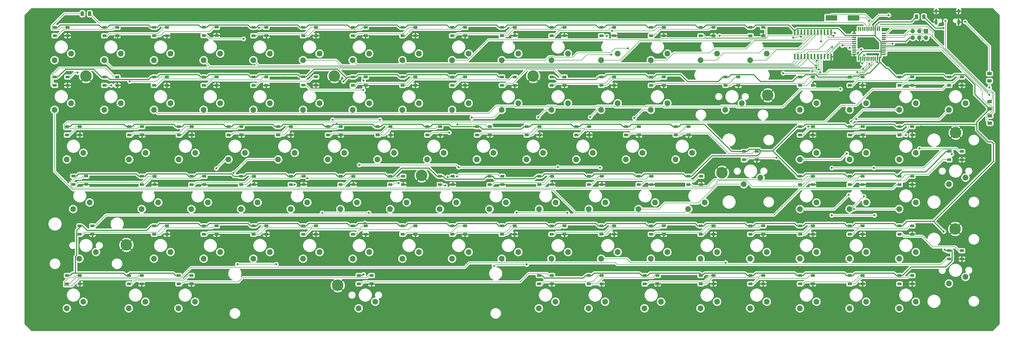
<source format=gbr>
G04 #@! TF.GenerationSoftware,KiCad,Pcbnew,(5.1.4)-1*
G04 #@! TF.CreationDate,2023-02-23T21:23:11+01:00*
G04 #@! TF.ProjectId,pcb,7063622e-6b69-4636-9164-5f7063625858,1.0*
G04 #@! TF.SameCoordinates,Original*
G04 #@! TF.FileFunction,Copper,L1,Top*
G04 #@! TF.FilePolarity,Positive*
%FSLAX46Y46*%
G04 Gerber Fmt 4.6, Leading zero omitted, Abs format (unit mm)*
G04 Created by KiCad (PCBNEW (5.1.4)-1) date 2023-02-23 21:23:11*
%MOMM*%
%LPD*%
G04 APERTURE LIST*
%ADD10R,1.500000X1.000000*%
%ADD11C,2.200000*%
%ADD12C,4.400000*%
%ADD13C,0.700000*%
%ADD14R,1.500000X0.550000*%
%ADD15R,0.550000X1.500000*%
%ADD16R,4.500000X2.000000*%
%ADD17C,0.100000*%
%ADD18C,0.600000*%
%ADD19R,1.700000X1.700000*%
%ADD20O,1.700000X1.700000*%
%ADD21C,1.250000*%
%ADD22O,1.000000X1.600000*%
%ADD23O,1.000000X2.100000*%
%ADD24C,0.800000*%
%ADD25C,0.400000*%
%ADD26C,0.150000*%
%ADD27C,0.254000*%
G04 APERTURE END LIST*
D10*
X338608000Y-184138000D03*
X338608000Y-187338000D03*
X343508000Y-184138000D03*
X343508000Y-187338000D03*
D11*
X263970000Y-194183000D03*
X257620000Y-196723000D03*
X230568000Y-156083000D03*
X224218000Y-158623000D03*
D10*
X243358000Y-126988000D03*
X243358000Y-130188000D03*
X248258000Y-126988000D03*
X248258000Y-130188000D03*
X224308000Y-126988000D03*
X224308000Y-130188000D03*
X229208000Y-126988000D03*
X229208000Y-130188000D03*
D11*
X40068500Y-156083000D03*
X33718500Y-158623000D03*
X325818000Y-156083000D03*
X319468000Y-158623000D03*
D12*
X307150000Y-153035000D03*
D13*
X308800000Y-153035000D03*
X308316726Y-154201726D03*
X307150000Y-154685000D03*
X305983274Y-154201726D03*
X305500000Y-153035000D03*
X305983274Y-151868274D03*
X307150000Y-151385000D03*
X308316726Y-151868274D03*
D11*
X225870000Y-194183000D03*
X219520000Y-196723000D03*
X187770000Y-194183000D03*
X181420000Y-196723000D03*
D10*
X259996000Y-222238000D03*
X259996000Y-225438000D03*
X264896000Y-222238000D03*
X264896000Y-225438000D03*
X281458000Y-222238000D03*
X281458000Y-225438000D03*
X286358000Y-222238000D03*
X286358000Y-225438000D03*
X319558000Y-222238000D03*
X319558000Y-225438000D03*
X324458000Y-222238000D03*
X324458000Y-225438000D03*
X338608000Y-222238000D03*
X338608000Y-225438000D03*
X343508000Y-222238000D03*
X343508000Y-225438000D03*
D11*
X376618000Y-225298000D03*
X382968000Y-222758000D03*
D10*
X357658000Y-165088000D03*
X357658000Y-168288000D03*
X362558000Y-165088000D03*
X362558000Y-168288000D03*
D11*
X382968000Y-184658000D03*
X376618000Y-187198000D03*
D10*
X300508000Y-126988000D03*
X300508000Y-130188000D03*
X305408000Y-126988000D03*
X305408000Y-130188000D03*
D13*
X62444226Y-209335274D03*
X61277500Y-208852000D03*
X60110774Y-209335274D03*
X59627500Y-210502000D03*
X60110774Y-211668726D03*
X61277500Y-212152000D03*
X62444226Y-211668726D03*
X62927500Y-210502000D03*
D12*
X61277500Y-210502000D03*
D11*
X221044000Y-175133000D03*
X214694000Y-177673000D03*
D10*
X319558000Y-146038000D03*
X319558000Y-149238000D03*
X324458000Y-146038000D03*
X324458000Y-149238000D03*
X338608000Y-146038000D03*
X338608000Y-149238000D03*
X343508000Y-146038000D03*
X343508000Y-149238000D03*
X290984000Y-146038000D03*
X290984000Y-149238000D03*
X295884000Y-146038000D03*
X295884000Y-149238000D03*
X233834000Y-165088000D03*
X233834000Y-168288000D03*
X238734000Y-165088000D03*
X238734000Y-168288000D03*
X357658000Y-222238000D03*
X357658000Y-225438000D03*
X362558000Y-222238000D03*
X362558000Y-225438000D03*
X238660000Y-184138000D03*
X238660000Y-187338000D03*
X243560000Y-184138000D03*
X243560000Y-187338000D03*
X376708000Y-174612000D03*
X376708000Y-177812000D03*
X381608000Y-174612000D03*
X381608000Y-177812000D03*
X298096000Y-174612000D03*
X298096000Y-177812000D03*
X302996000Y-174612000D03*
X302996000Y-177812000D03*
X338736000Y-165088000D03*
X338736000Y-168288000D03*
X343636000Y-165088000D03*
X343636000Y-168288000D03*
X62383500Y-165088000D03*
X62383500Y-168288000D03*
X67283500Y-165088000D03*
X67283500Y-168288000D03*
X67209500Y-184138000D03*
X67209500Y-187338000D03*
X72109500Y-184138000D03*
X72109500Y-187338000D03*
X176684000Y-165088000D03*
X176684000Y-168288000D03*
X181584000Y-165088000D03*
X181584000Y-168288000D03*
X271934000Y-165088000D03*
X271934000Y-168288000D03*
X276834000Y-165088000D03*
X276834000Y-168288000D03*
X119406000Y-165088000D03*
X119406000Y-168288000D03*
X124306000Y-165088000D03*
X124306000Y-168288000D03*
X357658000Y-146038000D03*
X357658000Y-149238000D03*
X362558000Y-146038000D03*
X362558000Y-149238000D03*
X100484000Y-165088000D03*
X100484000Y-168288000D03*
X105384000Y-165088000D03*
X105384000Y-168288000D03*
X148108000Y-146038000D03*
X148108000Y-149238000D03*
X153008000Y-146038000D03*
X153008000Y-149238000D03*
X71908500Y-146038000D03*
X71908500Y-149238000D03*
X76808500Y-146038000D03*
X76808500Y-149238000D03*
X52858500Y-146038000D03*
X52858500Y-149238000D03*
X57758500Y-146038000D03*
X57758500Y-149238000D03*
X186208000Y-146038000D03*
X186208000Y-149238000D03*
X191108000Y-146038000D03*
X191108000Y-149238000D03*
X167158000Y-146038000D03*
X167158000Y-149238000D03*
X172058000Y-146038000D03*
X172058000Y-149238000D03*
X243358000Y-146038000D03*
X243358000Y-149238000D03*
X248258000Y-146038000D03*
X248258000Y-149238000D03*
X262408000Y-146038000D03*
X262408000Y-149238000D03*
X267308000Y-146038000D03*
X267308000Y-149238000D03*
X224308000Y-146038000D03*
X224308000Y-149238000D03*
X229208000Y-146038000D03*
X229208000Y-149238000D03*
X205258000Y-146038000D03*
X205258000Y-149238000D03*
X210158000Y-146038000D03*
X210158000Y-149238000D03*
X90958500Y-146038000D03*
X90958500Y-149238000D03*
X95858500Y-146038000D03*
X95858500Y-149238000D03*
X110008000Y-146038000D03*
X110008000Y-149238000D03*
X114908000Y-146038000D03*
X114908000Y-149238000D03*
X129058000Y-145974000D03*
X129058000Y-149174000D03*
X133958000Y-145974000D03*
X133958000Y-149174000D03*
X81433500Y-165088000D03*
X81433500Y-168288000D03*
X86333500Y-165088000D03*
X86333500Y-168288000D03*
X252884000Y-165088000D03*
X252884000Y-168288000D03*
X257784000Y-165088000D03*
X257784000Y-168288000D03*
X195734000Y-165088000D03*
X195734000Y-168288000D03*
X200634000Y-165088000D03*
X200634000Y-168288000D03*
D11*
X325818000Y-175133000D03*
X319468000Y-177673000D03*
X363918000Y-175133000D03*
X357568000Y-177673000D03*
X73469500Y-194183000D03*
X67119500Y-196723000D03*
X201994000Y-175133000D03*
X195644000Y-177673000D03*
X240094000Y-175133000D03*
X233744000Y-177673000D03*
X344868000Y-175133000D03*
X338518000Y-177673000D03*
X111570000Y-194183000D03*
X105220000Y-196723000D03*
X130620000Y-194183000D03*
X124270000Y-196723000D03*
X92519500Y-194183000D03*
X86169500Y-196723000D03*
X168720000Y-194183000D03*
X162370000Y-196723000D03*
X149670000Y-194183000D03*
X143320000Y-196723000D03*
X182944000Y-175133000D03*
X176594000Y-177673000D03*
X163894000Y-175133000D03*
X157544000Y-177673000D03*
X259144000Y-175133000D03*
X252794000Y-177673000D03*
X144844000Y-175133000D03*
X138494000Y-177673000D03*
X278194000Y-175133000D03*
X271844000Y-177673000D03*
X135318000Y-213233000D03*
X128968000Y-215773000D03*
X154368000Y-213233000D03*
X148018000Y-215773000D03*
X211518000Y-213233000D03*
X205168000Y-215773000D03*
X173418000Y-213233000D03*
X167068000Y-215773000D03*
X192468000Y-213233000D03*
X186118000Y-215773000D03*
X230568000Y-213233000D03*
X224218000Y-215773000D03*
X249618000Y-213233000D03*
X243268000Y-215773000D03*
X363918000Y-194183000D03*
X357568000Y-196723000D03*
X344868000Y-194183000D03*
X338518000Y-196723000D03*
X325818000Y-194183000D03*
X319468000Y-196723000D03*
X283020000Y-194183000D03*
X276670000Y-196723000D03*
X116268000Y-213233000D03*
X109918000Y-215773000D03*
X206820000Y-194183000D03*
X200470000Y-196723000D03*
X78168500Y-213233000D03*
X71818500Y-215773000D03*
X244920000Y-194183000D03*
X238570000Y-196723000D03*
X97218500Y-213233000D03*
X90868500Y-215773000D03*
D10*
X357658000Y-184138000D03*
X357658000Y-187338000D03*
X362558000Y-184138000D03*
X362558000Y-187338000D03*
X90958500Y-203188000D03*
X90958500Y-206388000D03*
X95858500Y-203188000D03*
X95858500Y-206388000D03*
X276760000Y-184138000D03*
X276760000Y-187338000D03*
X281660000Y-184138000D03*
X281660000Y-187338000D03*
X300508000Y-203188000D03*
X300508000Y-206388000D03*
X305408000Y-203188000D03*
X305408000Y-206388000D03*
X281458000Y-203188000D03*
X281458000Y-206388000D03*
X286358000Y-203188000D03*
X286358000Y-206388000D03*
X81306500Y-222238000D03*
X81306500Y-225438000D03*
X86206500Y-222238000D03*
X86206500Y-225438000D03*
X338608000Y-203188000D03*
X338608000Y-206388000D03*
X343508000Y-203188000D03*
X343508000Y-206388000D03*
X376708000Y-212712000D03*
X376708000Y-215912000D03*
X381608000Y-212712000D03*
X381608000Y-215912000D03*
X219482000Y-222238000D03*
X219482000Y-225438000D03*
X224382000Y-222238000D03*
X224382000Y-225438000D03*
X150394000Y-222238000D03*
X150394000Y-225438000D03*
X155294000Y-222238000D03*
X155294000Y-225438000D03*
X62256500Y-222238000D03*
X62256500Y-225438000D03*
X67156500Y-222238000D03*
X67156500Y-225438000D03*
X357658000Y-203188000D03*
X357658000Y-206388000D03*
X362558000Y-203188000D03*
X362558000Y-206388000D03*
X319558000Y-203188000D03*
X319558000Y-206388000D03*
X324458000Y-203188000D03*
X324458000Y-206388000D03*
X71908500Y-203188000D03*
X71908500Y-206388000D03*
X76808500Y-203188000D03*
X76808500Y-206388000D03*
D11*
X344868000Y-156083000D03*
X338518000Y-158623000D03*
X363918000Y-156083000D03*
X357568000Y-158623000D03*
X382968000Y-156083000D03*
X376618000Y-158623000D03*
X135318000Y-156083000D03*
X128968000Y-158623000D03*
X68643500Y-175133000D03*
X62293500Y-177673000D03*
X116268000Y-156083000D03*
X109918000Y-158623000D03*
X87693500Y-175133000D03*
X81343500Y-177673000D03*
X106744000Y-175133000D03*
X100394000Y-177673000D03*
X125794000Y-175133000D03*
X119444000Y-177673000D03*
X192468000Y-156083000D03*
X186118000Y-158623000D03*
X211518000Y-156083000D03*
X205168000Y-158623000D03*
X173418000Y-156083000D03*
X167068000Y-158623000D03*
X97218500Y-156083000D03*
X90868500Y-158623000D03*
X268668000Y-156083000D03*
X262318000Y-158623000D03*
X249618000Y-156083000D03*
X243268000Y-158623000D03*
X154368000Y-156083000D03*
X148018000Y-158623000D03*
D10*
X110008000Y-203188000D03*
X110008000Y-206388000D03*
X114908000Y-203188000D03*
X114908000Y-206388000D03*
X186208000Y-203188000D03*
X186208000Y-206388000D03*
X191108000Y-203188000D03*
X191108000Y-206388000D03*
X262408000Y-203188000D03*
X262408000Y-206388000D03*
X267308000Y-203188000D03*
X267308000Y-206388000D03*
X243358000Y-203188000D03*
X243358000Y-206388000D03*
X248258000Y-203188000D03*
X248258000Y-206388000D03*
X300508000Y-222238000D03*
X300508000Y-225438000D03*
X305408000Y-222238000D03*
X305408000Y-225438000D03*
X129058000Y-203188000D03*
X129058000Y-206388000D03*
X133958000Y-203188000D03*
X133958000Y-206388000D03*
X224308000Y-203188000D03*
X224308000Y-206388000D03*
X229208000Y-203188000D03*
X229208000Y-206388000D03*
X148108000Y-203188000D03*
X148108000Y-206388000D03*
X153008000Y-203188000D03*
X153008000Y-206388000D03*
X167158000Y-203188000D03*
X167158000Y-206388000D03*
X172058000Y-203188000D03*
X172058000Y-206388000D03*
X319558000Y-184138000D03*
X319558000Y-187338000D03*
X324458000Y-184138000D03*
X324458000Y-187338000D03*
X238532000Y-222238000D03*
X238532000Y-225438000D03*
X243432000Y-222238000D03*
X243432000Y-225438000D03*
X205258000Y-203188000D03*
X205258000Y-206388000D03*
X210158000Y-203188000D03*
X210158000Y-206388000D03*
D11*
X344868000Y-232283000D03*
X338518000Y-234823000D03*
X325818000Y-232283000D03*
X319468000Y-234823000D03*
X363918000Y-213233000D03*
X357568000Y-215773000D03*
X344868000Y-213233000D03*
X338518000Y-215773000D03*
X68516500Y-232283000D03*
X62166500Y-234823000D03*
X287718000Y-232283000D03*
X281368000Y-234823000D03*
X87566500Y-232283000D03*
X81216500Y-234823000D03*
X268668000Y-213233000D03*
X262318000Y-215773000D03*
X225742000Y-232283000D03*
X219392000Y-234823000D03*
X306768000Y-213233000D03*
X300418000Y-215773000D03*
X306768000Y-232283000D03*
X300418000Y-234823000D03*
X287718000Y-213233000D03*
X281368000Y-215773000D03*
X244792000Y-232283000D03*
X238442000Y-234823000D03*
X325818000Y-213233000D03*
X319468000Y-215773000D03*
D10*
X214784000Y-165088000D03*
X214784000Y-168288000D03*
X219684000Y-165088000D03*
X219684000Y-168288000D03*
X138584000Y-165088000D03*
X138584000Y-168288000D03*
X143484000Y-165088000D03*
X143484000Y-168288000D03*
X319558000Y-165088000D03*
X319558000Y-168288000D03*
X324458000Y-165088000D03*
X324458000Y-168288000D03*
X181510000Y-184138000D03*
X181510000Y-187338000D03*
X186410000Y-184138000D03*
X186410000Y-187338000D03*
X143410000Y-184138000D03*
X143410000Y-187338000D03*
X148310000Y-184138000D03*
X148310000Y-187338000D03*
X86259500Y-184138000D03*
X86259500Y-187338000D03*
X91159500Y-184138000D03*
X91159500Y-187338000D03*
X200560000Y-184138000D03*
X200560000Y-187338000D03*
X205460000Y-184138000D03*
X205460000Y-187338000D03*
X124360000Y-184138000D03*
X124360000Y-187338000D03*
X129260000Y-184138000D03*
X129260000Y-187338000D03*
X105310000Y-184138000D03*
X105310000Y-187338000D03*
X110210000Y-184138000D03*
X110210000Y-187338000D03*
X257710000Y-184138000D03*
X257710000Y-187338000D03*
X262610000Y-184138000D03*
X262610000Y-187338000D03*
X219610000Y-184138000D03*
X219610000Y-187338000D03*
X224510000Y-184138000D03*
X224510000Y-187338000D03*
X162460000Y-184138000D03*
X162460000Y-187338000D03*
X167360000Y-184138000D03*
X167360000Y-187338000D03*
D11*
X44767500Y-175133000D03*
X38417500Y-177673000D03*
X38417500Y-234823000D03*
X44767500Y-232283000D03*
D12*
X289624000Y-182753000D03*
D13*
X291274000Y-182753000D03*
X290790726Y-183919726D03*
X289624000Y-184403000D03*
X288457274Y-183919726D03*
X287974000Y-182753000D03*
X288457274Y-181586274D03*
X289624000Y-181103000D03*
X290790726Y-181586274D03*
D12*
X379222000Y-167386000D03*
D13*
X380872000Y-167386000D03*
X380388726Y-168552726D03*
X379222000Y-169036000D03*
X378055274Y-168552726D03*
X377572000Y-167386000D03*
X378055274Y-166219274D03*
X379222000Y-165736000D03*
X380388726Y-166219274D03*
D12*
X142303500Y-225996500D03*
D13*
X143953500Y-225996500D03*
X143470226Y-227163226D03*
X142303500Y-227646500D03*
X141136774Y-227163226D03*
X140653500Y-225996500D03*
X141136774Y-224829774D03*
X142303500Y-224346500D03*
X143470226Y-224829774D03*
D12*
X379031500Y-204343000D03*
D13*
X380681500Y-204343000D03*
X380198226Y-205509726D03*
X379031500Y-205993000D03*
X377864774Y-205509726D03*
X377381500Y-204343000D03*
X377864774Y-203176274D03*
X379031500Y-202693000D03*
X380198226Y-203176274D03*
D11*
X297244000Y-156083000D03*
X290894000Y-158623000D03*
X43243500Y-215773000D03*
X49593500Y-213233000D03*
D12*
X174472600Y-183819800D03*
D13*
X176122600Y-183819800D03*
X175639326Y-184986526D03*
X174472600Y-185469800D03*
X173305874Y-184986526D03*
X172822600Y-183819800D03*
X173305874Y-182653074D03*
X174472600Y-182169800D03*
X175639326Y-182653074D03*
D11*
X298006000Y-187198000D03*
X304356000Y-184658000D03*
X40830500Y-196723000D03*
X47180500Y-194183000D03*
X150304000Y-234823000D03*
X156654000Y-232283000D03*
X259906000Y-234823000D03*
X266256000Y-232283000D03*
D10*
X157634000Y-165088000D03*
X157634000Y-168288000D03*
X162534000Y-165088000D03*
X162534000Y-168288000D03*
X376708000Y-146038000D03*
X376708000Y-149238000D03*
X381608000Y-146038000D03*
X381608000Y-149238000D03*
D11*
X78168500Y-156083000D03*
X71818500Y-158623000D03*
X59118500Y-156083000D03*
X52768500Y-158623000D03*
X363918000Y-232283000D03*
X357568000Y-234823000D03*
D10*
X40920500Y-184074000D03*
X40920500Y-187274000D03*
X45820500Y-184074000D03*
X45820500Y-187274000D03*
X38507500Y-165088000D03*
X38507500Y-168288000D03*
X43407500Y-165088000D03*
X43407500Y-168288000D03*
X38507500Y-222238000D03*
X38507500Y-225438000D03*
X43407500Y-222238000D03*
X43407500Y-225438000D03*
X43333500Y-203188000D03*
X43333500Y-206388000D03*
X48233500Y-203188000D03*
X48233500Y-206388000D03*
X33808500Y-146038000D03*
X33808500Y-149238000D03*
X38708500Y-146038000D03*
X38708500Y-149238000D03*
D12*
X45783500Y-145669000D03*
D13*
X47433500Y-145669000D03*
X46950226Y-146835726D03*
X45783500Y-147319000D03*
X44616774Y-146835726D03*
X44133500Y-145669000D03*
X44616774Y-144502274D03*
X45783500Y-144019000D03*
X46950226Y-144502274D03*
D10*
X205258000Y-126988000D03*
X205258000Y-130188000D03*
X210158000Y-126988000D03*
X210158000Y-130188000D03*
X281458000Y-126988000D03*
X281458000Y-130188000D03*
X286358000Y-126988000D03*
X286358000Y-130188000D03*
X262408000Y-126988000D03*
X262408000Y-130188000D03*
X267308000Y-126988000D03*
X267308000Y-130188000D03*
X186208000Y-126988000D03*
X186208000Y-130188000D03*
X191108000Y-126988000D03*
X191108000Y-130188000D03*
D11*
X230568000Y-137033000D03*
X224218000Y-139573000D03*
D10*
X110008000Y-126988000D03*
X110008000Y-130188000D03*
X114908000Y-126988000D03*
X114908000Y-130188000D03*
X167158000Y-126988000D03*
X167158000Y-130188000D03*
X172058000Y-126988000D03*
X172058000Y-130188000D03*
X71908500Y-126988000D03*
X71908500Y-130188000D03*
X76808500Y-126988000D03*
X76808500Y-130188000D03*
X90958500Y-126924000D03*
X90958500Y-130124000D03*
X95858500Y-126924000D03*
X95858500Y-130124000D03*
X148108000Y-126988000D03*
X148108000Y-130188000D03*
X153008000Y-126988000D03*
X153008000Y-130188000D03*
X129058000Y-126988000D03*
X129058000Y-130188000D03*
X133958000Y-126988000D03*
X133958000Y-130188000D03*
D11*
X192468000Y-137033000D03*
X186118000Y-139573000D03*
X306768000Y-137033000D03*
X300418000Y-139573000D03*
X135318000Y-137033000D03*
X128968000Y-139573000D03*
X78168500Y-137033000D03*
X71818500Y-139573000D03*
X249618000Y-137033000D03*
X243268000Y-139573000D03*
X154368000Y-137033000D03*
X148018000Y-139573000D03*
X116268000Y-137033000D03*
X109918000Y-139573000D03*
X173418000Y-137033000D03*
X167068000Y-139573000D03*
X268668000Y-137033000D03*
X262318000Y-139573000D03*
X287718000Y-137033000D03*
X281368000Y-139573000D03*
X97218500Y-137033000D03*
X90868500Y-139573000D03*
X211518000Y-137033000D03*
X205168000Y-139573000D03*
D10*
X52858500Y-126988000D03*
X52858500Y-130188000D03*
X57758500Y-126988000D03*
X57758500Y-130188000D03*
D11*
X59118500Y-137033000D03*
X52768500Y-139573000D03*
D10*
X33808500Y-126988000D03*
X33808500Y-130188000D03*
X38708500Y-126988000D03*
X38708500Y-130188000D03*
D12*
X217234000Y-145669000D03*
D13*
X218884000Y-145669000D03*
X218400726Y-146835726D03*
X217234000Y-147319000D03*
X216067274Y-146835726D03*
X215584000Y-145669000D03*
X216067274Y-144502274D03*
X217234000Y-144019000D03*
X218400726Y-144502274D03*
D12*
X141034000Y-145669000D03*
D13*
X142684000Y-145669000D03*
X142200726Y-146835726D03*
X141034000Y-147319000D03*
X139867274Y-146835726D03*
X139384000Y-145669000D03*
X139867274Y-144502274D03*
X141034000Y-144019000D03*
X142200726Y-144502274D03*
D11*
X40068500Y-137033000D03*
X33718500Y-139573000D03*
D14*
X351712000Y-137286000D03*
X351712000Y-136486000D03*
X351712000Y-135686000D03*
X351712000Y-134886000D03*
X351712000Y-134086000D03*
X351712000Y-133286000D03*
X351712000Y-132486000D03*
X351712000Y-131686000D03*
X351712000Y-130886000D03*
X351712000Y-130086000D03*
X351712000Y-129286000D03*
D15*
X350012000Y-127586000D03*
X349212000Y-127586000D03*
X348412000Y-127586000D03*
X347612000Y-127586000D03*
X346812000Y-127586000D03*
X346012000Y-127586000D03*
X345212000Y-127586000D03*
X344412000Y-127586000D03*
X343612000Y-127586000D03*
X342812000Y-127586000D03*
X342012000Y-127586000D03*
D14*
X340312000Y-129286000D03*
X340312000Y-130086000D03*
X340312000Y-130886000D03*
X340312000Y-131686000D03*
X340312000Y-132486000D03*
X340312000Y-133286000D03*
X340312000Y-134086000D03*
X340312000Y-134886000D03*
X340312000Y-135686000D03*
X340312000Y-136486000D03*
X340312000Y-137286000D03*
D15*
X342012000Y-138986000D03*
X342812000Y-138986000D03*
X343612000Y-138986000D03*
X344412000Y-138986000D03*
X345212000Y-138986000D03*
X346012000Y-138986000D03*
X346812000Y-138986000D03*
X347612000Y-138986000D03*
X348412000Y-138986000D03*
X349212000Y-138986000D03*
X350012000Y-138986000D03*
D16*
X340102000Y-123317000D03*
X331602000Y-123317000D03*
D17*
G36*
X317664703Y-137165722D02*
G01*
X317679264Y-137167882D01*
X317693543Y-137171459D01*
X317707403Y-137176418D01*
X317720710Y-137182712D01*
X317733336Y-137190280D01*
X317745159Y-137199048D01*
X317756066Y-137208934D01*
X317765952Y-137219841D01*
X317774720Y-137231664D01*
X317782288Y-137244290D01*
X317788582Y-137257597D01*
X317793541Y-137271457D01*
X317797118Y-137285736D01*
X317799278Y-137300297D01*
X317800000Y-137315000D01*
X317800000Y-139065000D01*
X317799278Y-139079703D01*
X317797118Y-139094264D01*
X317793541Y-139108543D01*
X317788582Y-139122403D01*
X317782288Y-139135710D01*
X317774720Y-139148336D01*
X317765952Y-139160159D01*
X317756066Y-139171066D01*
X317745159Y-139180952D01*
X317733336Y-139189720D01*
X317720710Y-139197288D01*
X317707403Y-139203582D01*
X317693543Y-139208541D01*
X317679264Y-139212118D01*
X317664703Y-139214278D01*
X317650000Y-139215000D01*
X317350000Y-139215000D01*
X317335297Y-139214278D01*
X317320736Y-139212118D01*
X317306457Y-139208541D01*
X317292597Y-139203582D01*
X317279290Y-139197288D01*
X317266664Y-139189720D01*
X317254841Y-139180952D01*
X317243934Y-139171066D01*
X317234048Y-139160159D01*
X317225280Y-139148336D01*
X317217712Y-139135710D01*
X317211418Y-139122403D01*
X317206459Y-139108543D01*
X317202882Y-139094264D01*
X317200722Y-139079703D01*
X317200000Y-139065000D01*
X317200000Y-137315000D01*
X317200722Y-137300297D01*
X317202882Y-137285736D01*
X317206459Y-137271457D01*
X317211418Y-137257597D01*
X317217712Y-137244290D01*
X317225280Y-137231664D01*
X317234048Y-137219841D01*
X317243934Y-137208934D01*
X317254841Y-137199048D01*
X317266664Y-137190280D01*
X317279290Y-137182712D01*
X317292597Y-137176418D01*
X317306457Y-137171459D01*
X317320736Y-137167882D01*
X317335297Y-137165722D01*
X317350000Y-137165000D01*
X317650000Y-137165000D01*
X317664703Y-137165722D01*
X317664703Y-137165722D01*
G37*
D18*
X317500000Y-138190000D03*
D17*
G36*
X318934703Y-137165722D02*
G01*
X318949264Y-137167882D01*
X318963543Y-137171459D01*
X318977403Y-137176418D01*
X318990710Y-137182712D01*
X319003336Y-137190280D01*
X319015159Y-137199048D01*
X319026066Y-137208934D01*
X319035952Y-137219841D01*
X319044720Y-137231664D01*
X319052288Y-137244290D01*
X319058582Y-137257597D01*
X319063541Y-137271457D01*
X319067118Y-137285736D01*
X319069278Y-137300297D01*
X319070000Y-137315000D01*
X319070000Y-139065000D01*
X319069278Y-139079703D01*
X319067118Y-139094264D01*
X319063541Y-139108543D01*
X319058582Y-139122403D01*
X319052288Y-139135710D01*
X319044720Y-139148336D01*
X319035952Y-139160159D01*
X319026066Y-139171066D01*
X319015159Y-139180952D01*
X319003336Y-139189720D01*
X318990710Y-139197288D01*
X318977403Y-139203582D01*
X318963543Y-139208541D01*
X318949264Y-139212118D01*
X318934703Y-139214278D01*
X318920000Y-139215000D01*
X318620000Y-139215000D01*
X318605297Y-139214278D01*
X318590736Y-139212118D01*
X318576457Y-139208541D01*
X318562597Y-139203582D01*
X318549290Y-139197288D01*
X318536664Y-139189720D01*
X318524841Y-139180952D01*
X318513934Y-139171066D01*
X318504048Y-139160159D01*
X318495280Y-139148336D01*
X318487712Y-139135710D01*
X318481418Y-139122403D01*
X318476459Y-139108543D01*
X318472882Y-139094264D01*
X318470722Y-139079703D01*
X318470000Y-139065000D01*
X318470000Y-137315000D01*
X318470722Y-137300297D01*
X318472882Y-137285736D01*
X318476459Y-137271457D01*
X318481418Y-137257597D01*
X318487712Y-137244290D01*
X318495280Y-137231664D01*
X318504048Y-137219841D01*
X318513934Y-137208934D01*
X318524841Y-137199048D01*
X318536664Y-137190280D01*
X318549290Y-137182712D01*
X318562597Y-137176418D01*
X318576457Y-137171459D01*
X318590736Y-137167882D01*
X318605297Y-137165722D01*
X318620000Y-137165000D01*
X318920000Y-137165000D01*
X318934703Y-137165722D01*
X318934703Y-137165722D01*
G37*
D18*
X318770000Y-138190000D03*
D17*
G36*
X320204703Y-137165722D02*
G01*
X320219264Y-137167882D01*
X320233543Y-137171459D01*
X320247403Y-137176418D01*
X320260710Y-137182712D01*
X320273336Y-137190280D01*
X320285159Y-137199048D01*
X320296066Y-137208934D01*
X320305952Y-137219841D01*
X320314720Y-137231664D01*
X320322288Y-137244290D01*
X320328582Y-137257597D01*
X320333541Y-137271457D01*
X320337118Y-137285736D01*
X320339278Y-137300297D01*
X320340000Y-137315000D01*
X320340000Y-139065000D01*
X320339278Y-139079703D01*
X320337118Y-139094264D01*
X320333541Y-139108543D01*
X320328582Y-139122403D01*
X320322288Y-139135710D01*
X320314720Y-139148336D01*
X320305952Y-139160159D01*
X320296066Y-139171066D01*
X320285159Y-139180952D01*
X320273336Y-139189720D01*
X320260710Y-139197288D01*
X320247403Y-139203582D01*
X320233543Y-139208541D01*
X320219264Y-139212118D01*
X320204703Y-139214278D01*
X320190000Y-139215000D01*
X319890000Y-139215000D01*
X319875297Y-139214278D01*
X319860736Y-139212118D01*
X319846457Y-139208541D01*
X319832597Y-139203582D01*
X319819290Y-139197288D01*
X319806664Y-139189720D01*
X319794841Y-139180952D01*
X319783934Y-139171066D01*
X319774048Y-139160159D01*
X319765280Y-139148336D01*
X319757712Y-139135710D01*
X319751418Y-139122403D01*
X319746459Y-139108543D01*
X319742882Y-139094264D01*
X319740722Y-139079703D01*
X319740000Y-139065000D01*
X319740000Y-137315000D01*
X319740722Y-137300297D01*
X319742882Y-137285736D01*
X319746459Y-137271457D01*
X319751418Y-137257597D01*
X319757712Y-137244290D01*
X319765280Y-137231664D01*
X319774048Y-137219841D01*
X319783934Y-137208934D01*
X319794841Y-137199048D01*
X319806664Y-137190280D01*
X319819290Y-137182712D01*
X319832597Y-137176418D01*
X319846457Y-137171459D01*
X319860736Y-137167882D01*
X319875297Y-137165722D01*
X319890000Y-137165000D01*
X320190000Y-137165000D01*
X320204703Y-137165722D01*
X320204703Y-137165722D01*
G37*
D18*
X320040000Y-138190000D03*
D17*
G36*
X321474703Y-137165722D02*
G01*
X321489264Y-137167882D01*
X321503543Y-137171459D01*
X321517403Y-137176418D01*
X321530710Y-137182712D01*
X321543336Y-137190280D01*
X321555159Y-137199048D01*
X321566066Y-137208934D01*
X321575952Y-137219841D01*
X321584720Y-137231664D01*
X321592288Y-137244290D01*
X321598582Y-137257597D01*
X321603541Y-137271457D01*
X321607118Y-137285736D01*
X321609278Y-137300297D01*
X321610000Y-137315000D01*
X321610000Y-139065000D01*
X321609278Y-139079703D01*
X321607118Y-139094264D01*
X321603541Y-139108543D01*
X321598582Y-139122403D01*
X321592288Y-139135710D01*
X321584720Y-139148336D01*
X321575952Y-139160159D01*
X321566066Y-139171066D01*
X321555159Y-139180952D01*
X321543336Y-139189720D01*
X321530710Y-139197288D01*
X321517403Y-139203582D01*
X321503543Y-139208541D01*
X321489264Y-139212118D01*
X321474703Y-139214278D01*
X321460000Y-139215000D01*
X321160000Y-139215000D01*
X321145297Y-139214278D01*
X321130736Y-139212118D01*
X321116457Y-139208541D01*
X321102597Y-139203582D01*
X321089290Y-139197288D01*
X321076664Y-139189720D01*
X321064841Y-139180952D01*
X321053934Y-139171066D01*
X321044048Y-139160159D01*
X321035280Y-139148336D01*
X321027712Y-139135710D01*
X321021418Y-139122403D01*
X321016459Y-139108543D01*
X321012882Y-139094264D01*
X321010722Y-139079703D01*
X321010000Y-139065000D01*
X321010000Y-137315000D01*
X321010722Y-137300297D01*
X321012882Y-137285736D01*
X321016459Y-137271457D01*
X321021418Y-137257597D01*
X321027712Y-137244290D01*
X321035280Y-137231664D01*
X321044048Y-137219841D01*
X321053934Y-137208934D01*
X321064841Y-137199048D01*
X321076664Y-137190280D01*
X321089290Y-137182712D01*
X321102597Y-137176418D01*
X321116457Y-137171459D01*
X321130736Y-137167882D01*
X321145297Y-137165722D01*
X321160000Y-137165000D01*
X321460000Y-137165000D01*
X321474703Y-137165722D01*
X321474703Y-137165722D01*
G37*
D18*
X321310000Y-138190000D03*
D17*
G36*
X322744703Y-137165722D02*
G01*
X322759264Y-137167882D01*
X322773543Y-137171459D01*
X322787403Y-137176418D01*
X322800710Y-137182712D01*
X322813336Y-137190280D01*
X322825159Y-137199048D01*
X322836066Y-137208934D01*
X322845952Y-137219841D01*
X322854720Y-137231664D01*
X322862288Y-137244290D01*
X322868582Y-137257597D01*
X322873541Y-137271457D01*
X322877118Y-137285736D01*
X322879278Y-137300297D01*
X322880000Y-137315000D01*
X322880000Y-139065000D01*
X322879278Y-139079703D01*
X322877118Y-139094264D01*
X322873541Y-139108543D01*
X322868582Y-139122403D01*
X322862288Y-139135710D01*
X322854720Y-139148336D01*
X322845952Y-139160159D01*
X322836066Y-139171066D01*
X322825159Y-139180952D01*
X322813336Y-139189720D01*
X322800710Y-139197288D01*
X322787403Y-139203582D01*
X322773543Y-139208541D01*
X322759264Y-139212118D01*
X322744703Y-139214278D01*
X322730000Y-139215000D01*
X322430000Y-139215000D01*
X322415297Y-139214278D01*
X322400736Y-139212118D01*
X322386457Y-139208541D01*
X322372597Y-139203582D01*
X322359290Y-139197288D01*
X322346664Y-139189720D01*
X322334841Y-139180952D01*
X322323934Y-139171066D01*
X322314048Y-139160159D01*
X322305280Y-139148336D01*
X322297712Y-139135710D01*
X322291418Y-139122403D01*
X322286459Y-139108543D01*
X322282882Y-139094264D01*
X322280722Y-139079703D01*
X322280000Y-139065000D01*
X322280000Y-137315000D01*
X322280722Y-137300297D01*
X322282882Y-137285736D01*
X322286459Y-137271457D01*
X322291418Y-137257597D01*
X322297712Y-137244290D01*
X322305280Y-137231664D01*
X322314048Y-137219841D01*
X322323934Y-137208934D01*
X322334841Y-137199048D01*
X322346664Y-137190280D01*
X322359290Y-137182712D01*
X322372597Y-137176418D01*
X322386457Y-137171459D01*
X322400736Y-137167882D01*
X322415297Y-137165722D01*
X322430000Y-137165000D01*
X322730000Y-137165000D01*
X322744703Y-137165722D01*
X322744703Y-137165722D01*
G37*
D18*
X322580000Y-138190000D03*
D17*
G36*
X324014703Y-137165722D02*
G01*
X324029264Y-137167882D01*
X324043543Y-137171459D01*
X324057403Y-137176418D01*
X324070710Y-137182712D01*
X324083336Y-137190280D01*
X324095159Y-137199048D01*
X324106066Y-137208934D01*
X324115952Y-137219841D01*
X324124720Y-137231664D01*
X324132288Y-137244290D01*
X324138582Y-137257597D01*
X324143541Y-137271457D01*
X324147118Y-137285736D01*
X324149278Y-137300297D01*
X324150000Y-137315000D01*
X324150000Y-139065000D01*
X324149278Y-139079703D01*
X324147118Y-139094264D01*
X324143541Y-139108543D01*
X324138582Y-139122403D01*
X324132288Y-139135710D01*
X324124720Y-139148336D01*
X324115952Y-139160159D01*
X324106066Y-139171066D01*
X324095159Y-139180952D01*
X324083336Y-139189720D01*
X324070710Y-139197288D01*
X324057403Y-139203582D01*
X324043543Y-139208541D01*
X324029264Y-139212118D01*
X324014703Y-139214278D01*
X324000000Y-139215000D01*
X323700000Y-139215000D01*
X323685297Y-139214278D01*
X323670736Y-139212118D01*
X323656457Y-139208541D01*
X323642597Y-139203582D01*
X323629290Y-139197288D01*
X323616664Y-139189720D01*
X323604841Y-139180952D01*
X323593934Y-139171066D01*
X323584048Y-139160159D01*
X323575280Y-139148336D01*
X323567712Y-139135710D01*
X323561418Y-139122403D01*
X323556459Y-139108543D01*
X323552882Y-139094264D01*
X323550722Y-139079703D01*
X323550000Y-139065000D01*
X323550000Y-137315000D01*
X323550722Y-137300297D01*
X323552882Y-137285736D01*
X323556459Y-137271457D01*
X323561418Y-137257597D01*
X323567712Y-137244290D01*
X323575280Y-137231664D01*
X323584048Y-137219841D01*
X323593934Y-137208934D01*
X323604841Y-137199048D01*
X323616664Y-137190280D01*
X323629290Y-137182712D01*
X323642597Y-137176418D01*
X323656457Y-137171459D01*
X323670736Y-137167882D01*
X323685297Y-137165722D01*
X323700000Y-137165000D01*
X324000000Y-137165000D01*
X324014703Y-137165722D01*
X324014703Y-137165722D01*
G37*
D18*
X323850000Y-138190000D03*
D17*
G36*
X325284703Y-137165722D02*
G01*
X325299264Y-137167882D01*
X325313543Y-137171459D01*
X325327403Y-137176418D01*
X325340710Y-137182712D01*
X325353336Y-137190280D01*
X325365159Y-137199048D01*
X325376066Y-137208934D01*
X325385952Y-137219841D01*
X325394720Y-137231664D01*
X325402288Y-137244290D01*
X325408582Y-137257597D01*
X325413541Y-137271457D01*
X325417118Y-137285736D01*
X325419278Y-137300297D01*
X325420000Y-137315000D01*
X325420000Y-139065000D01*
X325419278Y-139079703D01*
X325417118Y-139094264D01*
X325413541Y-139108543D01*
X325408582Y-139122403D01*
X325402288Y-139135710D01*
X325394720Y-139148336D01*
X325385952Y-139160159D01*
X325376066Y-139171066D01*
X325365159Y-139180952D01*
X325353336Y-139189720D01*
X325340710Y-139197288D01*
X325327403Y-139203582D01*
X325313543Y-139208541D01*
X325299264Y-139212118D01*
X325284703Y-139214278D01*
X325270000Y-139215000D01*
X324970000Y-139215000D01*
X324955297Y-139214278D01*
X324940736Y-139212118D01*
X324926457Y-139208541D01*
X324912597Y-139203582D01*
X324899290Y-139197288D01*
X324886664Y-139189720D01*
X324874841Y-139180952D01*
X324863934Y-139171066D01*
X324854048Y-139160159D01*
X324845280Y-139148336D01*
X324837712Y-139135710D01*
X324831418Y-139122403D01*
X324826459Y-139108543D01*
X324822882Y-139094264D01*
X324820722Y-139079703D01*
X324820000Y-139065000D01*
X324820000Y-137315000D01*
X324820722Y-137300297D01*
X324822882Y-137285736D01*
X324826459Y-137271457D01*
X324831418Y-137257597D01*
X324837712Y-137244290D01*
X324845280Y-137231664D01*
X324854048Y-137219841D01*
X324863934Y-137208934D01*
X324874841Y-137199048D01*
X324886664Y-137190280D01*
X324899290Y-137182712D01*
X324912597Y-137176418D01*
X324926457Y-137171459D01*
X324940736Y-137167882D01*
X324955297Y-137165722D01*
X324970000Y-137165000D01*
X325270000Y-137165000D01*
X325284703Y-137165722D01*
X325284703Y-137165722D01*
G37*
D18*
X325120000Y-138190000D03*
D17*
G36*
X326554703Y-137165722D02*
G01*
X326569264Y-137167882D01*
X326583543Y-137171459D01*
X326597403Y-137176418D01*
X326610710Y-137182712D01*
X326623336Y-137190280D01*
X326635159Y-137199048D01*
X326646066Y-137208934D01*
X326655952Y-137219841D01*
X326664720Y-137231664D01*
X326672288Y-137244290D01*
X326678582Y-137257597D01*
X326683541Y-137271457D01*
X326687118Y-137285736D01*
X326689278Y-137300297D01*
X326690000Y-137315000D01*
X326690000Y-139065000D01*
X326689278Y-139079703D01*
X326687118Y-139094264D01*
X326683541Y-139108543D01*
X326678582Y-139122403D01*
X326672288Y-139135710D01*
X326664720Y-139148336D01*
X326655952Y-139160159D01*
X326646066Y-139171066D01*
X326635159Y-139180952D01*
X326623336Y-139189720D01*
X326610710Y-139197288D01*
X326597403Y-139203582D01*
X326583543Y-139208541D01*
X326569264Y-139212118D01*
X326554703Y-139214278D01*
X326540000Y-139215000D01*
X326240000Y-139215000D01*
X326225297Y-139214278D01*
X326210736Y-139212118D01*
X326196457Y-139208541D01*
X326182597Y-139203582D01*
X326169290Y-139197288D01*
X326156664Y-139189720D01*
X326144841Y-139180952D01*
X326133934Y-139171066D01*
X326124048Y-139160159D01*
X326115280Y-139148336D01*
X326107712Y-139135710D01*
X326101418Y-139122403D01*
X326096459Y-139108543D01*
X326092882Y-139094264D01*
X326090722Y-139079703D01*
X326090000Y-139065000D01*
X326090000Y-137315000D01*
X326090722Y-137300297D01*
X326092882Y-137285736D01*
X326096459Y-137271457D01*
X326101418Y-137257597D01*
X326107712Y-137244290D01*
X326115280Y-137231664D01*
X326124048Y-137219841D01*
X326133934Y-137208934D01*
X326144841Y-137199048D01*
X326156664Y-137190280D01*
X326169290Y-137182712D01*
X326182597Y-137176418D01*
X326196457Y-137171459D01*
X326210736Y-137167882D01*
X326225297Y-137165722D01*
X326240000Y-137165000D01*
X326540000Y-137165000D01*
X326554703Y-137165722D01*
X326554703Y-137165722D01*
G37*
D18*
X326390000Y-138190000D03*
D17*
G36*
X327824703Y-137165722D02*
G01*
X327839264Y-137167882D01*
X327853543Y-137171459D01*
X327867403Y-137176418D01*
X327880710Y-137182712D01*
X327893336Y-137190280D01*
X327905159Y-137199048D01*
X327916066Y-137208934D01*
X327925952Y-137219841D01*
X327934720Y-137231664D01*
X327942288Y-137244290D01*
X327948582Y-137257597D01*
X327953541Y-137271457D01*
X327957118Y-137285736D01*
X327959278Y-137300297D01*
X327960000Y-137315000D01*
X327960000Y-139065000D01*
X327959278Y-139079703D01*
X327957118Y-139094264D01*
X327953541Y-139108543D01*
X327948582Y-139122403D01*
X327942288Y-139135710D01*
X327934720Y-139148336D01*
X327925952Y-139160159D01*
X327916066Y-139171066D01*
X327905159Y-139180952D01*
X327893336Y-139189720D01*
X327880710Y-139197288D01*
X327867403Y-139203582D01*
X327853543Y-139208541D01*
X327839264Y-139212118D01*
X327824703Y-139214278D01*
X327810000Y-139215000D01*
X327510000Y-139215000D01*
X327495297Y-139214278D01*
X327480736Y-139212118D01*
X327466457Y-139208541D01*
X327452597Y-139203582D01*
X327439290Y-139197288D01*
X327426664Y-139189720D01*
X327414841Y-139180952D01*
X327403934Y-139171066D01*
X327394048Y-139160159D01*
X327385280Y-139148336D01*
X327377712Y-139135710D01*
X327371418Y-139122403D01*
X327366459Y-139108543D01*
X327362882Y-139094264D01*
X327360722Y-139079703D01*
X327360000Y-139065000D01*
X327360000Y-137315000D01*
X327360722Y-137300297D01*
X327362882Y-137285736D01*
X327366459Y-137271457D01*
X327371418Y-137257597D01*
X327377712Y-137244290D01*
X327385280Y-137231664D01*
X327394048Y-137219841D01*
X327403934Y-137208934D01*
X327414841Y-137199048D01*
X327426664Y-137190280D01*
X327439290Y-137182712D01*
X327452597Y-137176418D01*
X327466457Y-137171459D01*
X327480736Y-137167882D01*
X327495297Y-137165722D01*
X327510000Y-137165000D01*
X327810000Y-137165000D01*
X327824703Y-137165722D01*
X327824703Y-137165722D01*
G37*
D18*
X327660000Y-138190000D03*
D17*
G36*
X329094703Y-137165722D02*
G01*
X329109264Y-137167882D01*
X329123543Y-137171459D01*
X329137403Y-137176418D01*
X329150710Y-137182712D01*
X329163336Y-137190280D01*
X329175159Y-137199048D01*
X329186066Y-137208934D01*
X329195952Y-137219841D01*
X329204720Y-137231664D01*
X329212288Y-137244290D01*
X329218582Y-137257597D01*
X329223541Y-137271457D01*
X329227118Y-137285736D01*
X329229278Y-137300297D01*
X329230000Y-137315000D01*
X329230000Y-139065000D01*
X329229278Y-139079703D01*
X329227118Y-139094264D01*
X329223541Y-139108543D01*
X329218582Y-139122403D01*
X329212288Y-139135710D01*
X329204720Y-139148336D01*
X329195952Y-139160159D01*
X329186066Y-139171066D01*
X329175159Y-139180952D01*
X329163336Y-139189720D01*
X329150710Y-139197288D01*
X329137403Y-139203582D01*
X329123543Y-139208541D01*
X329109264Y-139212118D01*
X329094703Y-139214278D01*
X329080000Y-139215000D01*
X328780000Y-139215000D01*
X328765297Y-139214278D01*
X328750736Y-139212118D01*
X328736457Y-139208541D01*
X328722597Y-139203582D01*
X328709290Y-139197288D01*
X328696664Y-139189720D01*
X328684841Y-139180952D01*
X328673934Y-139171066D01*
X328664048Y-139160159D01*
X328655280Y-139148336D01*
X328647712Y-139135710D01*
X328641418Y-139122403D01*
X328636459Y-139108543D01*
X328632882Y-139094264D01*
X328630722Y-139079703D01*
X328630000Y-139065000D01*
X328630000Y-137315000D01*
X328630722Y-137300297D01*
X328632882Y-137285736D01*
X328636459Y-137271457D01*
X328641418Y-137257597D01*
X328647712Y-137244290D01*
X328655280Y-137231664D01*
X328664048Y-137219841D01*
X328673934Y-137208934D01*
X328684841Y-137199048D01*
X328696664Y-137190280D01*
X328709290Y-137182712D01*
X328722597Y-137176418D01*
X328736457Y-137171459D01*
X328750736Y-137167882D01*
X328765297Y-137165722D01*
X328780000Y-137165000D01*
X329080000Y-137165000D01*
X329094703Y-137165722D01*
X329094703Y-137165722D01*
G37*
D18*
X328930000Y-138190000D03*
D17*
G36*
X330364703Y-137165722D02*
G01*
X330379264Y-137167882D01*
X330393543Y-137171459D01*
X330407403Y-137176418D01*
X330420710Y-137182712D01*
X330433336Y-137190280D01*
X330445159Y-137199048D01*
X330456066Y-137208934D01*
X330465952Y-137219841D01*
X330474720Y-137231664D01*
X330482288Y-137244290D01*
X330488582Y-137257597D01*
X330493541Y-137271457D01*
X330497118Y-137285736D01*
X330499278Y-137300297D01*
X330500000Y-137315000D01*
X330500000Y-139065000D01*
X330499278Y-139079703D01*
X330497118Y-139094264D01*
X330493541Y-139108543D01*
X330488582Y-139122403D01*
X330482288Y-139135710D01*
X330474720Y-139148336D01*
X330465952Y-139160159D01*
X330456066Y-139171066D01*
X330445159Y-139180952D01*
X330433336Y-139189720D01*
X330420710Y-139197288D01*
X330407403Y-139203582D01*
X330393543Y-139208541D01*
X330379264Y-139212118D01*
X330364703Y-139214278D01*
X330350000Y-139215000D01*
X330050000Y-139215000D01*
X330035297Y-139214278D01*
X330020736Y-139212118D01*
X330006457Y-139208541D01*
X329992597Y-139203582D01*
X329979290Y-139197288D01*
X329966664Y-139189720D01*
X329954841Y-139180952D01*
X329943934Y-139171066D01*
X329934048Y-139160159D01*
X329925280Y-139148336D01*
X329917712Y-139135710D01*
X329911418Y-139122403D01*
X329906459Y-139108543D01*
X329902882Y-139094264D01*
X329900722Y-139079703D01*
X329900000Y-139065000D01*
X329900000Y-137315000D01*
X329900722Y-137300297D01*
X329902882Y-137285736D01*
X329906459Y-137271457D01*
X329911418Y-137257597D01*
X329917712Y-137244290D01*
X329925280Y-137231664D01*
X329934048Y-137219841D01*
X329943934Y-137208934D01*
X329954841Y-137199048D01*
X329966664Y-137190280D01*
X329979290Y-137182712D01*
X329992597Y-137176418D01*
X330006457Y-137171459D01*
X330020736Y-137167882D01*
X330035297Y-137165722D01*
X330050000Y-137165000D01*
X330350000Y-137165000D01*
X330364703Y-137165722D01*
X330364703Y-137165722D01*
G37*
D18*
X330200000Y-138190000D03*
D17*
G36*
X331634703Y-137165722D02*
G01*
X331649264Y-137167882D01*
X331663543Y-137171459D01*
X331677403Y-137176418D01*
X331690710Y-137182712D01*
X331703336Y-137190280D01*
X331715159Y-137199048D01*
X331726066Y-137208934D01*
X331735952Y-137219841D01*
X331744720Y-137231664D01*
X331752288Y-137244290D01*
X331758582Y-137257597D01*
X331763541Y-137271457D01*
X331767118Y-137285736D01*
X331769278Y-137300297D01*
X331770000Y-137315000D01*
X331770000Y-139065000D01*
X331769278Y-139079703D01*
X331767118Y-139094264D01*
X331763541Y-139108543D01*
X331758582Y-139122403D01*
X331752288Y-139135710D01*
X331744720Y-139148336D01*
X331735952Y-139160159D01*
X331726066Y-139171066D01*
X331715159Y-139180952D01*
X331703336Y-139189720D01*
X331690710Y-139197288D01*
X331677403Y-139203582D01*
X331663543Y-139208541D01*
X331649264Y-139212118D01*
X331634703Y-139214278D01*
X331620000Y-139215000D01*
X331320000Y-139215000D01*
X331305297Y-139214278D01*
X331290736Y-139212118D01*
X331276457Y-139208541D01*
X331262597Y-139203582D01*
X331249290Y-139197288D01*
X331236664Y-139189720D01*
X331224841Y-139180952D01*
X331213934Y-139171066D01*
X331204048Y-139160159D01*
X331195280Y-139148336D01*
X331187712Y-139135710D01*
X331181418Y-139122403D01*
X331176459Y-139108543D01*
X331172882Y-139094264D01*
X331170722Y-139079703D01*
X331170000Y-139065000D01*
X331170000Y-137315000D01*
X331170722Y-137300297D01*
X331172882Y-137285736D01*
X331176459Y-137271457D01*
X331181418Y-137257597D01*
X331187712Y-137244290D01*
X331195280Y-137231664D01*
X331204048Y-137219841D01*
X331213934Y-137208934D01*
X331224841Y-137199048D01*
X331236664Y-137190280D01*
X331249290Y-137182712D01*
X331262597Y-137176418D01*
X331276457Y-137171459D01*
X331290736Y-137167882D01*
X331305297Y-137165722D01*
X331320000Y-137165000D01*
X331620000Y-137165000D01*
X331634703Y-137165722D01*
X331634703Y-137165722D01*
G37*
D18*
X331470000Y-138190000D03*
D17*
G36*
X331634703Y-127865722D02*
G01*
X331649264Y-127867882D01*
X331663543Y-127871459D01*
X331677403Y-127876418D01*
X331690710Y-127882712D01*
X331703336Y-127890280D01*
X331715159Y-127899048D01*
X331726066Y-127908934D01*
X331735952Y-127919841D01*
X331744720Y-127931664D01*
X331752288Y-127944290D01*
X331758582Y-127957597D01*
X331763541Y-127971457D01*
X331767118Y-127985736D01*
X331769278Y-128000297D01*
X331770000Y-128015000D01*
X331770000Y-129765000D01*
X331769278Y-129779703D01*
X331767118Y-129794264D01*
X331763541Y-129808543D01*
X331758582Y-129822403D01*
X331752288Y-129835710D01*
X331744720Y-129848336D01*
X331735952Y-129860159D01*
X331726066Y-129871066D01*
X331715159Y-129880952D01*
X331703336Y-129889720D01*
X331690710Y-129897288D01*
X331677403Y-129903582D01*
X331663543Y-129908541D01*
X331649264Y-129912118D01*
X331634703Y-129914278D01*
X331620000Y-129915000D01*
X331320000Y-129915000D01*
X331305297Y-129914278D01*
X331290736Y-129912118D01*
X331276457Y-129908541D01*
X331262597Y-129903582D01*
X331249290Y-129897288D01*
X331236664Y-129889720D01*
X331224841Y-129880952D01*
X331213934Y-129871066D01*
X331204048Y-129860159D01*
X331195280Y-129848336D01*
X331187712Y-129835710D01*
X331181418Y-129822403D01*
X331176459Y-129808543D01*
X331172882Y-129794264D01*
X331170722Y-129779703D01*
X331170000Y-129765000D01*
X331170000Y-128015000D01*
X331170722Y-128000297D01*
X331172882Y-127985736D01*
X331176459Y-127971457D01*
X331181418Y-127957597D01*
X331187712Y-127944290D01*
X331195280Y-127931664D01*
X331204048Y-127919841D01*
X331213934Y-127908934D01*
X331224841Y-127899048D01*
X331236664Y-127890280D01*
X331249290Y-127882712D01*
X331262597Y-127876418D01*
X331276457Y-127871459D01*
X331290736Y-127867882D01*
X331305297Y-127865722D01*
X331320000Y-127865000D01*
X331620000Y-127865000D01*
X331634703Y-127865722D01*
X331634703Y-127865722D01*
G37*
D18*
X331470000Y-128890000D03*
D17*
G36*
X330364703Y-127865722D02*
G01*
X330379264Y-127867882D01*
X330393543Y-127871459D01*
X330407403Y-127876418D01*
X330420710Y-127882712D01*
X330433336Y-127890280D01*
X330445159Y-127899048D01*
X330456066Y-127908934D01*
X330465952Y-127919841D01*
X330474720Y-127931664D01*
X330482288Y-127944290D01*
X330488582Y-127957597D01*
X330493541Y-127971457D01*
X330497118Y-127985736D01*
X330499278Y-128000297D01*
X330500000Y-128015000D01*
X330500000Y-129765000D01*
X330499278Y-129779703D01*
X330497118Y-129794264D01*
X330493541Y-129808543D01*
X330488582Y-129822403D01*
X330482288Y-129835710D01*
X330474720Y-129848336D01*
X330465952Y-129860159D01*
X330456066Y-129871066D01*
X330445159Y-129880952D01*
X330433336Y-129889720D01*
X330420710Y-129897288D01*
X330407403Y-129903582D01*
X330393543Y-129908541D01*
X330379264Y-129912118D01*
X330364703Y-129914278D01*
X330350000Y-129915000D01*
X330050000Y-129915000D01*
X330035297Y-129914278D01*
X330020736Y-129912118D01*
X330006457Y-129908541D01*
X329992597Y-129903582D01*
X329979290Y-129897288D01*
X329966664Y-129889720D01*
X329954841Y-129880952D01*
X329943934Y-129871066D01*
X329934048Y-129860159D01*
X329925280Y-129848336D01*
X329917712Y-129835710D01*
X329911418Y-129822403D01*
X329906459Y-129808543D01*
X329902882Y-129794264D01*
X329900722Y-129779703D01*
X329900000Y-129765000D01*
X329900000Y-128015000D01*
X329900722Y-128000297D01*
X329902882Y-127985736D01*
X329906459Y-127971457D01*
X329911418Y-127957597D01*
X329917712Y-127944290D01*
X329925280Y-127931664D01*
X329934048Y-127919841D01*
X329943934Y-127908934D01*
X329954841Y-127899048D01*
X329966664Y-127890280D01*
X329979290Y-127882712D01*
X329992597Y-127876418D01*
X330006457Y-127871459D01*
X330020736Y-127867882D01*
X330035297Y-127865722D01*
X330050000Y-127865000D01*
X330350000Y-127865000D01*
X330364703Y-127865722D01*
X330364703Y-127865722D01*
G37*
D18*
X330200000Y-128890000D03*
D17*
G36*
X329094703Y-127865722D02*
G01*
X329109264Y-127867882D01*
X329123543Y-127871459D01*
X329137403Y-127876418D01*
X329150710Y-127882712D01*
X329163336Y-127890280D01*
X329175159Y-127899048D01*
X329186066Y-127908934D01*
X329195952Y-127919841D01*
X329204720Y-127931664D01*
X329212288Y-127944290D01*
X329218582Y-127957597D01*
X329223541Y-127971457D01*
X329227118Y-127985736D01*
X329229278Y-128000297D01*
X329230000Y-128015000D01*
X329230000Y-129765000D01*
X329229278Y-129779703D01*
X329227118Y-129794264D01*
X329223541Y-129808543D01*
X329218582Y-129822403D01*
X329212288Y-129835710D01*
X329204720Y-129848336D01*
X329195952Y-129860159D01*
X329186066Y-129871066D01*
X329175159Y-129880952D01*
X329163336Y-129889720D01*
X329150710Y-129897288D01*
X329137403Y-129903582D01*
X329123543Y-129908541D01*
X329109264Y-129912118D01*
X329094703Y-129914278D01*
X329080000Y-129915000D01*
X328780000Y-129915000D01*
X328765297Y-129914278D01*
X328750736Y-129912118D01*
X328736457Y-129908541D01*
X328722597Y-129903582D01*
X328709290Y-129897288D01*
X328696664Y-129889720D01*
X328684841Y-129880952D01*
X328673934Y-129871066D01*
X328664048Y-129860159D01*
X328655280Y-129848336D01*
X328647712Y-129835710D01*
X328641418Y-129822403D01*
X328636459Y-129808543D01*
X328632882Y-129794264D01*
X328630722Y-129779703D01*
X328630000Y-129765000D01*
X328630000Y-128015000D01*
X328630722Y-128000297D01*
X328632882Y-127985736D01*
X328636459Y-127971457D01*
X328641418Y-127957597D01*
X328647712Y-127944290D01*
X328655280Y-127931664D01*
X328664048Y-127919841D01*
X328673934Y-127908934D01*
X328684841Y-127899048D01*
X328696664Y-127890280D01*
X328709290Y-127882712D01*
X328722597Y-127876418D01*
X328736457Y-127871459D01*
X328750736Y-127867882D01*
X328765297Y-127865722D01*
X328780000Y-127865000D01*
X329080000Y-127865000D01*
X329094703Y-127865722D01*
X329094703Y-127865722D01*
G37*
D18*
X328930000Y-128890000D03*
D17*
G36*
X327824703Y-127865722D02*
G01*
X327839264Y-127867882D01*
X327853543Y-127871459D01*
X327867403Y-127876418D01*
X327880710Y-127882712D01*
X327893336Y-127890280D01*
X327905159Y-127899048D01*
X327916066Y-127908934D01*
X327925952Y-127919841D01*
X327934720Y-127931664D01*
X327942288Y-127944290D01*
X327948582Y-127957597D01*
X327953541Y-127971457D01*
X327957118Y-127985736D01*
X327959278Y-128000297D01*
X327960000Y-128015000D01*
X327960000Y-129765000D01*
X327959278Y-129779703D01*
X327957118Y-129794264D01*
X327953541Y-129808543D01*
X327948582Y-129822403D01*
X327942288Y-129835710D01*
X327934720Y-129848336D01*
X327925952Y-129860159D01*
X327916066Y-129871066D01*
X327905159Y-129880952D01*
X327893336Y-129889720D01*
X327880710Y-129897288D01*
X327867403Y-129903582D01*
X327853543Y-129908541D01*
X327839264Y-129912118D01*
X327824703Y-129914278D01*
X327810000Y-129915000D01*
X327510000Y-129915000D01*
X327495297Y-129914278D01*
X327480736Y-129912118D01*
X327466457Y-129908541D01*
X327452597Y-129903582D01*
X327439290Y-129897288D01*
X327426664Y-129889720D01*
X327414841Y-129880952D01*
X327403934Y-129871066D01*
X327394048Y-129860159D01*
X327385280Y-129848336D01*
X327377712Y-129835710D01*
X327371418Y-129822403D01*
X327366459Y-129808543D01*
X327362882Y-129794264D01*
X327360722Y-129779703D01*
X327360000Y-129765000D01*
X327360000Y-128015000D01*
X327360722Y-128000297D01*
X327362882Y-127985736D01*
X327366459Y-127971457D01*
X327371418Y-127957597D01*
X327377712Y-127944290D01*
X327385280Y-127931664D01*
X327394048Y-127919841D01*
X327403934Y-127908934D01*
X327414841Y-127899048D01*
X327426664Y-127890280D01*
X327439290Y-127882712D01*
X327452597Y-127876418D01*
X327466457Y-127871459D01*
X327480736Y-127867882D01*
X327495297Y-127865722D01*
X327510000Y-127865000D01*
X327810000Y-127865000D01*
X327824703Y-127865722D01*
X327824703Y-127865722D01*
G37*
D18*
X327660000Y-128890000D03*
D17*
G36*
X326554703Y-127865722D02*
G01*
X326569264Y-127867882D01*
X326583543Y-127871459D01*
X326597403Y-127876418D01*
X326610710Y-127882712D01*
X326623336Y-127890280D01*
X326635159Y-127899048D01*
X326646066Y-127908934D01*
X326655952Y-127919841D01*
X326664720Y-127931664D01*
X326672288Y-127944290D01*
X326678582Y-127957597D01*
X326683541Y-127971457D01*
X326687118Y-127985736D01*
X326689278Y-128000297D01*
X326690000Y-128015000D01*
X326690000Y-129765000D01*
X326689278Y-129779703D01*
X326687118Y-129794264D01*
X326683541Y-129808543D01*
X326678582Y-129822403D01*
X326672288Y-129835710D01*
X326664720Y-129848336D01*
X326655952Y-129860159D01*
X326646066Y-129871066D01*
X326635159Y-129880952D01*
X326623336Y-129889720D01*
X326610710Y-129897288D01*
X326597403Y-129903582D01*
X326583543Y-129908541D01*
X326569264Y-129912118D01*
X326554703Y-129914278D01*
X326540000Y-129915000D01*
X326240000Y-129915000D01*
X326225297Y-129914278D01*
X326210736Y-129912118D01*
X326196457Y-129908541D01*
X326182597Y-129903582D01*
X326169290Y-129897288D01*
X326156664Y-129889720D01*
X326144841Y-129880952D01*
X326133934Y-129871066D01*
X326124048Y-129860159D01*
X326115280Y-129848336D01*
X326107712Y-129835710D01*
X326101418Y-129822403D01*
X326096459Y-129808543D01*
X326092882Y-129794264D01*
X326090722Y-129779703D01*
X326090000Y-129765000D01*
X326090000Y-128015000D01*
X326090722Y-128000297D01*
X326092882Y-127985736D01*
X326096459Y-127971457D01*
X326101418Y-127957597D01*
X326107712Y-127944290D01*
X326115280Y-127931664D01*
X326124048Y-127919841D01*
X326133934Y-127908934D01*
X326144841Y-127899048D01*
X326156664Y-127890280D01*
X326169290Y-127882712D01*
X326182597Y-127876418D01*
X326196457Y-127871459D01*
X326210736Y-127867882D01*
X326225297Y-127865722D01*
X326240000Y-127865000D01*
X326540000Y-127865000D01*
X326554703Y-127865722D01*
X326554703Y-127865722D01*
G37*
D18*
X326390000Y-128890000D03*
D17*
G36*
X325284703Y-127865722D02*
G01*
X325299264Y-127867882D01*
X325313543Y-127871459D01*
X325327403Y-127876418D01*
X325340710Y-127882712D01*
X325353336Y-127890280D01*
X325365159Y-127899048D01*
X325376066Y-127908934D01*
X325385952Y-127919841D01*
X325394720Y-127931664D01*
X325402288Y-127944290D01*
X325408582Y-127957597D01*
X325413541Y-127971457D01*
X325417118Y-127985736D01*
X325419278Y-128000297D01*
X325420000Y-128015000D01*
X325420000Y-129765000D01*
X325419278Y-129779703D01*
X325417118Y-129794264D01*
X325413541Y-129808543D01*
X325408582Y-129822403D01*
X325402288Y-129835710D01*
X325394720Y-129848336D01*
X325385952Y-129860159D01*
X325376066Y-129871066D01*
X325365159Y-129880952D01*
X325353336Y-129889720D01*
X325340710Y-129897288D01*
X325327403Y-129903582D01*
X325313543Y-129908541D01*
X325299264Y-129912118D01*
X325284703Y-129914278D01*
X325270000Y-129915000D01*
X324970000Y-129915000D01*
X324955297Y-129914278D01*
X324940736Y-129912118D01*
X324926457Y-129908541D01*
X324912597Y-129903582D01*
X324899290Y-129897288D01*
X324886664Y-129889720D01*
X324874841Y-129880952D01*
X324863934Y-129871066D01*
X324854048Y-129860159D01*
X324845280Y-129848336D01*
X324837712Y-129835710D01*
X324831418Y-129822403D01*
X324826459Y-129808543D01*
X324822882Y-129794264D01*
X324820722Y-129779703D01*
X324820000Y-129765000D01*
X324820000Y-128015000D01*
X324820722Y-128000297D01*
X324822882Y-127985736D01*
X324826459Y-127971457D01*
X324831418Y-127957597D01*
X324837712Y-127944290D01*
X324845280Y-127931664D01*
X324854048Y-127919841D01*
X324863934Y-127908934D01*
X324874841Y-127899048D01*
X324886664Y-127890280D01*
X324899290Y-127882712D01*
X324912597Y-127876418D01*
X324926457Y-127871459D01*
X324940736Y-127867882D01*
X324955297Y-127865722D01*
X324970000Y-127865000D01*
X325270000Y-127865000D01*
X325284703Y-127865722D01*
X325284703Y-127865722D01*
G37*
D18*
X325120000Y-128890000D03*
D17*
G36*
X324014703Y-127865722D02*
G01*
X324029264Y-127867882D01*
X324043543Y-127871459D01*
X324057403Y-127876418D01*
X324070710Y-127882712D01*
X324083336Y-127890280D01*
X324095159Y-127899048D01*
X324106066Y-127908934D01*
X324115952Y-127919841D01*
X324124720Y-127931664D01*
X324132288Y-127944290D01*
X324138582Y-127957597D01*
X324143541Y-127971457D01*
X324147118Y-127985736D01*
X324149278Y-128000297D01*
X324150000Y-128015000D01*
X324150000Y-129765000D01*
X324149278Y-129779703D01*
X324147118Y-129794264D01*
X324143541Y-129808543D01*
X324138582Y-129822403D01*
X324132288Y-129835710D01*
X324124720Y-129848336D01*
X324115952Y-129860159D01*
X324106066Y-129871066D01*
X324095159Y-129880952D01*
X324083336Y-129889720D01*
X324070710Y-129897288D01*
X324057403Y-129903582D01*
X324043543Y-129908541D01*
X324029264Y-129912118D01*
X324014703Y-129914278D01*
X324000000Y-129915000D01*
X323700000Y-129915000D01*
X323685297Y-129914278D01*
X323670736Y-129912118D01*
X323656457Y-129908541D01*
X323642597Y-129903582D01*
X323629290Y-129897288D01*
X323616664Y-129889720D01*
X323604841Y-129880952D01*
X323593934Y-129871066D01*
X323584048Y-129860159D01*
X323575280Y-129848336D01*
X323567712Y-129835710D01*
X323561418Y-129822403D01*
X323556459Y-129808543D01*
X323552882Y-129794264D01*
X323550722Y-129779703D01*
X323550000Y-129765000D01*
X323550000Y-128015000D01*
X323550722Y-128000297D01*
X323552882Y-127985736D01*
X323556459Y-127971457D01*
X323561418Y-127957597D01*
X323567712Y-127944290D01*
X323575280Y-127931664D01*
X323584048Y-127919841D01*
X323593934Y-127908934D01*
X323604841Y-127899048D01*
X323616664Y-127890280D01*
X323629290Y-127882712D01*
X323642597Y-127876418D01*
X323656457Y-127871459D01*
X323670736Y-127867882D01*
X323685297Y-127865722D01*
X323700000Y-127865000D01*
X324000000Y-127865000D01*
X324014703Y-127865722D01*
X324014703Y-127865722D01*
G37*
D18*
X323850000Y-128890000D03*
D17*
G36*
X322744703Y-127865722D02*
G01*
X322759264Y-127867882D01*
X322773543Y-127871459D01*
X322787403Y-127876418D01*
X322800710Y-127882712D01*
X322813336Y-127890280D01*
X322825159Y-127899048D01*
X322836066Y-127908934D01*
X322845952Y-127919841D01*
X322854720Y-127931664D01*
X322862288Y-127944290D01*
X322868582Y-127957597D01*
X322873541Y-127971457D01*
X322877118Y-127985736D01*
X322879278Y-128000297D01*
X322880000Y-128015000D01*
X322880000Y-129765000D01*
X322879278Y-129779703D01*
X322877118Y-129794264D01*
X322873541Y-129808543D01*
X322868582Y-129822403D01*
X322862288Y-129835710D01*
X322854720Y-129848336D01*
X322845952Y-129860159D01*
X322836066Y-129871066D01*
X322825159Y-129880952D01*
X322813336Y-129889720D01*
X322800710Y-129897288D01*
X322787403Y-129903582D01*
X322773543Y-129908541D01*
X322759264Y-129912118D01*
X322744703Y-129914278D01*
X322730000Y-129915000D01*
X322430000Y-129915000D01*
X322415297Y-129914278D01*
X322400736Y-129912118D01*
X322386457Y-129908541D01*
X322372597Y-129903582D01*
X322359290Y-129897288D01*
X322346664Y-129889720D01*
X322334841Y-129880952D01*
X322323934Y-129871066D01*
X322314048Y-129860159D01*
X322305280Y-129848336D01*
X322297712Y-129835710D01*
X322291418Y-129822403D01*
X322286459Y-129808543D01*
X322282882Y-129794264D01*
X322280722Y-129779703D01*
X322280000Y-129765000D01*
X322280000Y-128015000D01*
X322280722Y-128000297D01*
X322282882Y-127985736D01*
X322286459Y-127971457D01*
X322291418Y-127957597D01*
X322297712Y-127944290D01*
X322305280Y-127931664D01*
X322314048Y-127919841D01*
X322323934Y-127908934D01*
X322334841Y-127899048D01*
X322346664Y-127890280D01*
X322359290Y-127882712D01*
X322372597Y-127876418D01*
X322386457Y-127871459D01*
X322400736Y-127867882D01*
X322415297Y-127865722D01*
X322430000Y-127865000D01*
X322730000Y-127865000D01*
X322744703Y-127865722D01*
X322744703Y-127865722D01*
G37*
D18*
X322580000Y-128890000D03*
D17*
G36*
X321474703Y-127865722D02*
G01*
X321489264Y-127867882D01*
X321503543Y-127871459D01*
X321517403Y-127876418D01*
X321530710Y-127882712D01*
X321543336Y-127890280D01*
X321555159Y-127899048D01*
X321566066Y-127908934D01*
X321575952Y-127919841D01*
X321584720Y-127931664D01*
X321592288Y-127944290D01*
X321598582Y-127957597D01*
X321603541Y-127971457D01*
X321607118Y-127985736D01*
X321609278Y-128000297D01*
X321610000Y-128015000D01*
X321610000Y-129765000D01*
X321609278Y-129779703D01*
X321607118Y-129794264D01*
X321603541Y-129808543D01*
X321598582Y-129822403D01*
X321592288Y-129835710D01*
X321584720Y-129848336D01*
X321575952Y-129860159D01*
X321566066Y-129871066D01*
X321555159Y-129880952D01*
X321543336Y-129889720D01*
X321530710Y-129897288D01*
X321517403Y-129903582D01*
X321503543Y-129908541D01*
X321489264Y-129912118D01*
X321474703Y-129914278D01*
X321460000Y-129915000D01*
X321160000Y-129915000D01*
X321145297Y-129914278D01*
X321130736Y-129912118D01*
X321116457Y-129908541D01*
X321102597Y-129903582D01*
X321089290Y-129897288D01*
X321076664Y-129889720D01*
X321064841Y-129880952D01*
X321053934Y-129871066D01*
X321044048Y-129860159D01*
X321035280Y-129848336D01*
X321027712Y-129835710D01*
X321021418Y-129822403D01*
X321016459Y-129808543D01*
X321012882Y-129794264D01*
X321010722Y-129779703D01*
X321010000Y-129765000D01*
X321010000Y-128015000D01*
X321010722Y-128000297D01*
X321012882Y-127985736D01*
X321016459Y-127971457D01*
X321021418Y-127957597D01*
X321027712Y-127944290D01*
X321035280Y-127931664D01*
X321044048Y-127919841D01*
X321053934Y-127908934D01*
X321064841Y-127899048D01*
X321076664Y-127890280D01*
X321089290Y-127882712D01*
X321102597Y-127876418D01*
X321116457Y-127871459D01*
X321130736Y-127867882D01*
X321145297Y-127865722D01*
X321160000Y-127865000D01*
X321460000Y-127865000D01*
X321474703Y-127865722D01*
X321474703Y-127865722D01*
G37*
D18*
X321310000Y-128890000D03*
D17*
G36*
X320204703Y-127865722D02*
G01*
X320219264Y-127867882D01*
X320233543Y-127871459D01*
X320247403Y-127876418D01*
X320260710Y-127882712D01*
X320273336Y-127890280D01*
X320285159Y-127899048D01*
X320296066Y-127908934D01*
X320305952Y-127919841D01*
X320314720Y-127931664D01*
X320322288Y-127944290D01*
X320328582Y-127957597D01*
X320333541Y-127971457D01*
X320337118Y-127985736D01*
X320339278Y-128000297D01*
X320340000Y-128015000D01*
X320340000Y-129765000D01*
X320339278Y-129779703D01*
X320337118Y-129794264D01*
X320333541Y-129808543D01*
X320328582Y-129822403D01*
X320322288Y-129835710D01*
X320314720Y-129848336D01*
X320305952Y-129860159D01*
X320296066Y-129871066D01*
X320285159Y-129880952D01*
X320273336Y-129889720D01*
X320260710Y-129897288D01*
X320247403Y-129903582D01*
X320233543Y-129908541D01*
X320219264Y-129912118D01*
X320204703Y-129914278D01*
X320190000Y-129915000D01*
X319890000Y-129915000D01*
X319875297Y-129914278D01*
X319860736Y-129912118D01*
X319846457Y-129908541D01*
X319832597Y-129903582D01*
X319819290Y-129897288D01*
X319806664Y-129889720D01*
X319794841Y-129880952D01*
X319783934Y-129871066D01*
X319774048Y-129860159D01*
X319765280Y-129848336D01*
X319757712Y-129835710D01*
X319751418Y-129822403D01*
X319746459Y-129808543D01*
X319742882Y-129794264D01*
X319740722Y-129779703D01*
X319740000Y-129765000D01*
X319740000Y-128015000D01*
X319740722Y-128000297D01*
X319742882Y-127985736D01*
X319746459Y-127971457D01*
X319751418Y-127957597D01*
X319757712Y-127944290D01*
X319765280Y-127931664D01*
X319774048Y-127919841D01*
X319783934Y-127908934D01*
X319794841Y-127899048D01*
X319806664Y-127890280D01*
X319819290Y-127882712D01*
X319832597Y-127876418D01*
X319846457Y-127871459D01*
X319860736Y-127867882D01*
X319875297Y-127865722D01*
X319890000Y-127865000D01*
X320190000Y-127865000D01*
X320204703Y-127865722D01*
X320204703Y-127865722D01*
G37*
D18*
X320040000Y-128890000D03*
D17*
G36*
X318934703Y-127865722D02*
G01*
X318949264Y-127867882D01*
X318963543Y-127871459D01*
X318977403Y-127876418D01*
X318990710Y-127882712D01*
X319003336Y-127890280D01*
X319015159Y-127899048D01*
X319026066Y-127908934D01*
X319035952Y-127919841D01*
X319044720Y-127931664D01*
X319052288Y-127944290D01*
X319058582Y-127957597D01*
X319063541Y-127971457D01*
X319067118Y-127985736D01*
X319069278Y-128000297D01*
X319070000Y-128015000D01*
X319070000Y-129765000D01*
X319069278Y-129779703D01*
X319067118Y-129794264D01*
X319063541Y-129808543D01*
X319058582Y-129822403D01*
X319052288Y-129835710D01*
X319044720Y-129848336D01*
X319035952Y-129860159D01*
X319026066Y-129871066D01*
X319015159Y-129880952D01*
X319003336Y-129889720D01*
X318990710Y-129897288D01*
X318977403Y-129903582D01*
X318963543Y-129908541D01*
X318949264Y-129912118D01*
X318934703Y-129914278D01*
X318920000Y-129915000D01*
X318620000Y-129915000D01*
X318605297Y-129914278D01*
X318590736Y-129912118D01*
X318576457Y-129908541D01*
X318562597Y-129903582D01*
X318549290Y-129897288D01*
X318536664Y-129889720D01*
X318524841Y-129880952D01*
X318513934Y-129871066D01*
X318504048Y-129860159D01*
X318495280Y-129848336D01*
X318487712Y-129835710D01*
X318481418Y-129822403D01*
X318476459Y-129808543D01*
X318472882Y-129794264D01*
X318470722Y-129779703D01*
X318470000Y-129765000D01*
X318470000Y-128015000D01*
X318470722Y-128000297D01*
X318472882Y-127985736D01*
X318476459Y-127971457D01*
X318481418Y-127957597D01*
X318487712Y-127944290D01*
X318495280Y-127931664D01*
X318504048Y-127919841D01*
X318513934Y-127908934D01*
X318524841Y-127899048D01*
X318536664Y-127890280D01*
X318549290Y-127882712D01*
X318562597Y-127876418D01*
X318576457Y-127871459D01*
X318590736Y-127867882D01*
X318605297Y-127865722D01*
X318620000Y-127865000D01*
X318920000Y-127865000D01*
X318934703Y-127865722D01*
X318934703Y-127865722D01*
G37*
D18*
X318770000Y-128890000D03*
D17*
G36*
X317664703Y-127865722D02*
G01*
X317679264Y-127867882D01*
X317693543Y-127871459D01*
X317707403Y-127876418D01*
X317720710Y-127882712D01*
X317733336Y-127890280D01*
X317745159Y-127899048D01*
X317756066Y-127908934D01*
X317765952Y-127919841D01*
X317774720Y-127931664D01*
X317782288Y-127944290D01*
X317788582Y-127957597D01*
X317793541Y-127971457D01*
X317797118Y-127985736D01*
X317799278Y-128000297D01*
X317800000Y-128015000D01*
X317800000Y-129765000D01*
X317799278Y-129779703D01*
X317797118Y-129794264D01*
X317793541Y-129808543D01*
X317788582Y-129822403D01*
X317782288Y-129835710D01*
X317774720Y-129848336D01*
X317765952Y-129860159D01*
X317756066Y-129871066D01*
X317745159Y-129880952D01*
X317733336Y-129889720D01*
X317720710Y-129897288D01*
X317707403Y-129903582D01*
X317693543Y-129908541D01*
X317679264Y-129912118D01*
X317664703Y-129914278D01*
X317650000Y-129915000D01*
X317350000Y-129915000D01*
X317335297Y-129914278D01*
X317320736Y-129912118D01*
X317306457Y-129908541D01*
X317292597Y-129903582D01*
X317279290Y-129897288D01*
X317266664Y-129889720D01*
X317254841Y-129880952D01*
X317243934Y-129871066D01*
X317234048Y-129860159D01*
X317225280Y-129848336D01*
X317217712Y-129835710D01*
X317211418Y-129822403D01*
X317206459Y-129808543D01*
X317202882Y-129794264D01*
X317200722Y-129779703D01*
X317200000Y-129765000D01*
X317200000Y-128015000D01*
X317200722Y-128000297D01*
X317202882Y-127985736D01*
X317206459Y-127971457D01*
X317211418Y-127957597D01*
X317217712Y-127944290D01*
X317225280Y-127931664D01*
X317234048Y-127919841D01*
X317243934Y-127908934D01*
X317254841Y-127899048D01*
X317266664Y-127890280D01*
X317279290Y-127882712D01*
X317292597Y-127876418D01*
X317306457Y-127871459D01*
X317320736Y-127867882D01*
X317335297Y-127865722D01*
X317350000Y-127865000D01*
X317650000Y-127865000D01*
X317664703Y-127865722D01*
X317664703Y-127865722D01*
G37*
D18*
X317500000Y-128890000D03*
D19*
X367856000Y-128397000D03*
D20*
X367856000Y-130937000D03*
X365316000Y-128397000D03*
X365316000Y-130937000D03*
X362776000Y-128397000D03*
X362776000Y-130937000D03*
D17*
G36*
X364632504Y-122062204D02*
G01*
X364656773Y-122065804D01*
X364680571Y-122071765D01*
X364703671Y-122080030D01*
X364725849Y-122090520D01*
X364746893Y-122103133D01*
X364766598Y-122117747D01*
X364784777Y-122134223D01*
X364801253Y-122152402D01*
X364815867Y-122172107D01*
X364828480Y-122193151D01*
X364838970Y-122215329D01*
X364847235Y-122238429D01*
X364853196Y-122262227D01*
X364856796Y-122286496D01*
X364858000Y-122311000D01*
X364858000Y-123561000D01*
X364856796Y-123585504D01*
X364853196Y-123609773D01*
X364847235Y-123633571D01*
X364838970Y-123656671D01*
X364828480Y-123678849D01*
X364815867Y-123699893D01*
X364801253Y-123719598D01*
X364784777Y-123737777D01*
X364766598Y-123754253D01*
X364746893Y-123768867D01*
X364725849Y-123781480D01*
X364703671Y-123791970D01*
X364680571Y-123800235D01*
X364656773Y-123806196D01*
X364632504Y-123809796D01*
X364608000Y-123811000D01*
X363858000Y-123811000D01*
X363833496Y-123809796D01*
X363809227Y-123806196D01*
X363785429Y-123800235D01*
X363762329Y-123791970D01*
X363740151Y-123781480D01*
X363719107Y-123768867D01*
X363699402Y-123754253D01*
X363681223Y-123737777D01*
X363664747Y-123719598D01*
X363650133Y-123699893D01*
X363637520Y-123678849D01*
X363627030Y-123656671D01*
X363618765Y-123633571D01*
X363612804Y-123609773D01*
X363609204Y-123585504D01*
X363608000Y-123561000D01*
X363608000Y-122311000D01*
X363609204Y-122286496D01*
X363612804Y-122262227D01*
X363618765Y-122238429D01*
X363627030Y-122215329D01*
X363637520Y-122193151D01*
X363650133Y-122172107D01*
X363664747Y-122152402D01*
X363681223Y-122134223D01*
X363699402Y-122117747D01*
X363719107Y-122103133D01*
X363740151Y-122090520D01*
X363762329Y-122080030D01*
X363785429Y-122071765D01*
X363809227Y-122065804D01*
X363833496Y-122062204D01*
X363858000Y-122061000D01*
X364608000Y-122061000D01*
X364632504Y-122062204D01*
X364632504Y-122062204D01*
G37*
D21*
X364233000Y-122936000D03*
D17*
G36*
X367432504Y-122062204D02*
G01*
X367456773Y-122065804D01*
X367480571Y-122071765D01*
X367503671Y-122080030D01*
X367525849Y-122090520D01*
X367546893Y-122103133D01*
X367566598Y-122117747D01*
X367584777Y-122134223D01*
X367601253Y-122152402D01*
X367615867Y-122172107D01*
X367628480Y-122193151D01*
X367638970Y-122215329D01*
X367647235Y-122238429D01*
X367653196Y-122262227D01*
X367656796Y-122286496D01*
X367658000Y-122311000D01*
X367658000Y-123561000D01*
X367656796Y-123585504D01*
X367653196Y-123609773D01*
X367647235Y-123633571D01*
X367638970Y-123656671D01*
X367628480Y-123678849D01*
X367615867Y-123699893D01*
X367601253Y-123719598D01*
X367584777Y-123737777D01*
X367566598Y-123754253D01*
X367546893Y-123768867D01*
X367525849Y-123781480D01*
X367503671Y-123791970D01*
X367480571Y-123800235D01*
X367456773Y-123806196D01*
X367432504Y-123809796D01*
X367408000Y-123811000D01*
X366658000Y-123811000D01*
X366633496Y-123809796D01*
X366609227Y-123806196D01*
X366585429Y-123800235D01*
X366562329Y-123791970D01*
X366540151Y-123781480D01*
X366519107Y-123768867D01*
X366499402Y-123754253D01*
X366481223Y-123737777D01*
X366464747Y-123719598D01*
X366450133Y-123699893D01*
X366437520Y-123678849D01*
X366427030Y-123656671D01*
X366418765Y-123633571D01*
X366412804Y-123609773D01*
X366409204Y-123585504D01*
X366408000Y-123561000D01*
X366408000Y-122311000D01*
X366409204Y-122286496D01*
X366412804Y-122262227D01*
X366418765Y-122238429D01*
X366427030Y-122215329D01*
X366437520Y-122193151D01*
X366450133Y-122172107D01*
X366464747Y-122152402D01*
X366481223Y-122134223D01*
X366499402Y-122117747D01*
X366519107Y-122103133D01*
X366540151Y-122090520D01*
X366562329Y-122080030D01*
X366585429Y-122071765D01*
X366609227Y-122065804D01*
X366633496Y-122062204D01*
X366658000Y-122061000D01*
X367408000Y-122061000D01*
X367432504Y-122062204D01*
X367432504Y-122062204D01*
G37*
D21*
X367033000Y-122936000D03*
D22*
X380367000Y-120762000D03*
X371727000Y-120762000D03*
D23*
X371727000Y-124942000D03*
X380367000Y-124942000D03*
D17*
G36*
X392889504Y-154884204D02*
G01*
X392913773Y-154887804D01*
X392937571Y-154893765D01*
X392960671Y-154902030D01*
X392982849Y-154912520D01*
X393003893Y-154925133D01*
X393023598Y-154939747D01*
X393041777Y-154956223D01*
X393058253Y-154974402D01*
X393072867Y-154994107D01*
X393085480Y-155015151D01*
X393095970Y-155037329D01*
X393104235Y-155060429D01*
X393110196Y-155084227D01*
X393113796Y-155108496D01*
X393115000Y-155133000D01*
X393115000Y-155883000D01*
X393113796Y-155907504D01*
X393110196Y-155931773D01*
X393104235Y-155955571D01*
X393095970Y-155978671D01*
X393085480Y-156000849D01*
X393072867Y-156021893D01*
X393058253Y-156041598D01*
X393041777Y-156059777D01*
X393023598Y-156076253D01*
X393003893Y-156090867D01*
X392982849Y-156103480D01*
X392960671Y-156113970D01*
X392937571Y-156122235D01*
X392913773Y-156128196D01*
X392889504Y-156131796D01*
X392865000Y-156133000D01*
X391615000Y-156133000D01*
X391590496Y-156131796D01*
X391566227Y-156128196D01*
X391542429Y-156122235D01*
X391519329Y-156113970D01*
X391497151Y-156103480D01*
X391476107Y-156090867D01*
X391456402Y-156076253D01*
X391438223Y-156059777D01*
X391421747Y-156041598D01*
X391407133Y-156021893D01*
X391394520Y-156000849D01*
X391384030Y-155978671D01*
X391375765Y-155955571D01*
X391369804Y-155931773D01*
X391366204Y-155907504D01*
X391365000Y-155883000D01*
X391365000Y-155133000D01*
X391366204Y-155108496D01*
X391369804Y-155084227D01*
X391375765Y-155060429D01*
X391384030Y-155037329D01*
X391394520Y-155015151D01*
X391407133Y-154994107D01*
X391421747Y-154974402D01*
X391438223Y-154956223D01*
X391456402Y-154939747D01*
X391476107Y-154925133D01*
X391497151Y-154912520D01*
X391519329Y-154902030D01*
X391542429Y-154893765D01*
X391566227Y-154887804D01*
X391590496Y-154884204D01*
X391615000Y-154883000D01*
X392865000Y-154883000D01*
X392889504Y-154884204D01*
X392889504Y-154884204D01*
G37*
D21*
X392240000Y-155508000D03*
D17*
G36*
X392889504Y-157684204D02*
G01*
X392913773Y-157687804D01*
X392937571Y-157693765D01*
X392960671Y-157702030D01*
X392982849Y-157712520D01*
X393003893Y-157725133D01*
X393023598Y-157739747D01*
X393041777Y-157756223D01*
X393058253Y-157774402D01*
X393072867Y-157794107D01*
X393085480Y-157815151D01*
X393095970Y-157837329D01*
X393104235Y-157860429D01*
X393110196Y-157884227D01*
X393113796Y-157908496D01*
X393115000Y-157933000D01*
X393115000Y-158683000D01*
X393113796Y-158707504D01*
X393110196Y-158731773D01*
X393104235Y-158755571D01*
X393095970Y-158778671D01*
X393085480Y-158800849D01*
X393072867Y-158821893D01*
X393058253Y-158841598D01*
X393041777Y-158859777D01*
X393023598Y-158876253D01*
X393003893Y-158890867D01*
X392982849Y-158903480D01*
X392960671Y-158913970D01*
X392937571Y-158922235D01*
X392913773Y-158928196D01*
X392889504Y-158931796D01*
X392865000Y-158933000D01*
X391615000Y-158933000D01*
X391590496Y-158931796D01*
X391566227Y-158928196D01*
X391542429Y-158922235D01*
X391519329Y-158913970D01*
X391497151Y-158903480D01*
X391476107Y-158890867D01*
X391456402Y-158876253D01*
X391438223Y-158859777D01*
X391421747Y-158841598D01*
X391407133Y-158821893D01*
X391394520Y-158800849D01*
X391384030Y-158778671D01*
X391375765Y-158755571D01*
X391369804Y-158731773D01*
X391366204Y-158707504D01*
X391365000Y-158683000D01*
X391365000Y-157933000D01*
X391366204Y-157908496D01*
X391369804Y-157884227D01*
X391375765Y-157860429D01*
X391384030Y-157837329D01*
X391394520Y-157815151D01*
X391407133Y-157794107D01*
X391421747Y-157774402D01*
X391438223Y-157756223D01*
X391456402Y-157739747D01*
X391476107Y-157725133D01*
X391497151Y-157712520D01*
X391519329Y-157702030D01*
X391542429Y-157693765D01*
X391566227Y-157687804D01*
X391590496Y-157684204D01*
X391615000Y-157683000D01*
X392865000Y-157683000D01*
X392889504Y-157684204D01*
X392889504Y-157684204D01*
G37*
D21*
X392240000Y-158308000D03*
D17*
G36*
X47583004Y-120856204D02*
G01*
X47607273Y-120859804D01*
X47631071Y-120865765D01*
X47654171Y-120874030D01*
X47676349Y-120884520D01*
X47697393Y-120897133D01*
X47717098Y-120911747D01*
X47735277Y-120928223D01*
X47751753Y-120946402D01*
X47766367Y-120966107D01*
X47778980Y-120987151D01*
X47789470Y-121009329D01*
X47797735Y-121032429D01*
X47803696Y-121056227D01*
X47807296Y-121080496D01*
X47808500Y-121105000D01*
X47808500Y-122355000D01*
X47807296Y-122379504D01*
X47803696Y-122403773D01*
X47797735Y-122427571D01*
X47789470Y-122450671D01*
X47778980Y-122472849D01*
X47766367Y-122493893D01*
X47751753Y-122513598D01*
X47735277Y-122531777D01*
X47717098Y-122548253D01*
X47697393Y-122562867D01*
X47676349Y-122575480D01*
X47654171Y-122585970D01*
X47631071Y-122594235D01*
X47607273Y-122600196D01*
X47583004Y-122603796D01*
X47558500Y-122605000D01*
X46808500Y-122605000D01*
X46783996Y-122603796D01*
X46759727Y-122600196D01*
X46735929Y-122594235D01*
X46712829Y-122585970D01*
X46690651Y-122575480D01*
X46669607Y-122562867D01*
X46649902Y-122548253D01*
X46631723Y-122531777D01*
X46615247Y-122513598D01*
X46600633Y-122493893D01*
X46588020Y-122472849D01*
X46577530Y-122450671D01*
X46569265Y-122427571D01*
X46563304Y-122403773D01*
X46559704Y-122379504D01*
X46558500Y-122355000D01*
X46558500Y-121105000D01*
X46559704Y-121080496D01*
X46563304Y-121056227D01*
X46569265Y-121032429D01*
X46577530Y-121009329D01*
X46588020Y-120987151D01*
X46600633Y-120966107D01*
X46615247Y-120946402D01*
X46631723Y-120928223D01*
X46649902Y-120911747D01*
X46669607Y-120897133D01*
X46690651Y-120884520D01*
X46712829Y-120874030D01*
X46735929Y-120865765D01*
X46759727Y-120859804D01*
X46783996Y-120856204D01*
X46808500Y-120855000D01*
X47558500Y-120855000D01*
X47583004Y-120856204D01*
X47583004Y-120856204D01*
G37*
D21*
X47183500Y-121730000D03*
D17*
G36*
X44783004Y-120856204D02*
G01*
X44807273Y-120859804D01*
X44831071Y-120865765D01*
X44854171Y-120874030D01*
X44876349Y-120884520D01*
X44897393Y-120897133D01*
X44917098Y-120911747D01*
X44935277Y-120928223D01*
X44951753Y-120946402D01*
X44966367Y-120966107D01*
X44978980Y-120987151D01*
X44989470Y-121009329D01*
X44997735Y-121032429D01*
X45003696Y-121056227D01*
X45007296Y-121080496D01*
X45008500Y-121105000D01*
X45008500Y-122355000D01*
X45007296Y-122379504D01*
X45003696Y-122403773D01*
X44997735Y-122427571D01*
X44989470Y-122450671D01*
X44978980Y-122472849D01*
X44966367Y-122493893D01*
X44951753Y-122513598D01*
X44935277Y-122531777D01*
X44917098Y-122548253D01*
X44897393Y-122562867D01*
X44876349Y-122575480D01*
X44854171Y-122585970D01*
X44831071Y-122594235D01*
X44807273Y-122600196D01*
X44783004Y-122603796D01*
X44758500Y-122605000D01*
X44008500Y-122605000D01*
X43983996Y-122603796D01*
X43959727Y-122600196D01*
X43935929Y-122594235D01*
X43912829Y-122585970D01*
X43890651Y-122575480D01*
X43869607Y-122562867D01*
X43849902Y-122548253D01*
X43831723Y-122531777D01*
X43815247Y-122513598D01*
X43800633Y-122493893D01*
X43788020Y-122472849D01*
X43777530Y-122450671D01*
X43769265Y-122427571D01*
X43763304Y-122403773D01*
X43759704Y-122379504D01*
X43758500Y-122355000D01*
X43758500Y-121105000D01*
X43759704Y-121080496D01*
X43763304Y-121056227D01*
X43769265Y-121032429D01*
X43777530Y-121009329D01*
X43788020Y-120987151D01*
X43800633Y-120966107D01*
X43815247Y-120946402D01*
X43831723Y-120928223D01*
X43849902Y-120911747D01*
X43869607Y-120897133D01*
X43890651Y-120884520D01*
X43912829Y-120874030D01*
X43935929Y-120865765D01*
X43959727Y-120859804D01*
X43983996Y-120856204D01*
X44008500Y-120855000D01*
X44758500Y-120855000D01*
X44783004Y-120856204D01*
X44783004Y-120856204D01*
G37*
D21*
X44383500Y-121730000D03*
D17*
G36*
X392952504Y-160346204D02*
G01*
X392976773Y-160349804D01*
X393000571Y-160355765D01*
X393023671Y-160364030D01*
X393045849Y-160374520D01*
X393066893Y-160387133D01*
X393086598Y-160401747D01*
X393104777Y-160418223D01*
X393121253Y-160436402D01*
X393135867Y-160456107D01*
X393148480Y-160477151D01*
X393158970Y-160499329D01*
X393167235Y-160522429D01*
X393173196Y-160546227D01*
X393176796Y-160570496D01*
X393178000Y-160595000D01*
X393178000Y-161345000D01*
X393176796Y-161369504D01*
X393173196Y-161393773D01*
X393167235Y-161417571D01*
X393158970Y-161440671D01*
X393148480Y-161462849D01*
X393135867Y-161483893D01*
X393121253Y-161503598D01*
X393104777Y-161521777D01*
X393086598Y-161538253D01*
X393066893Y-161552867D01*
X393045849Y-161565480D01*
X393023671Y-161575970D01*
X393000571Y-161584235D01*
X392976773Y-161590196D01*
X392952504Y-161593796D01*
X392928000Y-161595000D01*
X391678000Y-161595000D01*
X391653496Y-161593796D01*
X391629227Y-161590196D01*
X391605429Y-161584235D01*
X391582329Y-161575970D01*
X391560151Y-161565480D01*
X391539107Y-161552867D01*
X391519402Y-161538253D01*
X391501223Y-161521777D01*
X391484747Y-161503598D01*
X391470133Y-161483893D01*
X391457520Y-161462849D01*
X391447030Y-161440671D01*
X391438765Y-161417571D01*
X391432804Y-161393773D01*
X391429204Y-161369504D01*
X391428000Y-161345000D01*
X391428000Y-160595000D01*
X391429204Y-160570496D01*
X391432804Y-160546227D01*
X391438765Y-160522429D01*
X391447030Y-160499329D01*
X391457520Y-160477151D01*
X391470133Y-160456107D01*
X391484747Y-160436402D01*
X391501223Y-160418223D01*
X391519402Y-160401747D01*
X391539107Y-160387133D01*
X391560151Y-160374520D01*
X391582329Y-160364030D01*
X391605429Y-160355765D01*
X391629227Y-160349804D01*
X391653496Y-160346204D01*
X391678000Y-160345000D01*
X392928000Y-160345000D01*
X392952504Y-160346204D01*
X392952504Y-160346204D01*
G37*
D21*
X392303000Y-160970000D03*
D17*
G36*
X392952504Y-163146204D02*
G01*
X392976773Y-163149804D01*
X393000571Y-163155765D01*
X393023671Y-163164030D01*
X393045849Y-163174520D01*
X393066893Y-163187133D01*
X393086598Y-163201747D01*
X393104777Y-163218223D01*
X393121253Y-163236402D01*
X393135867Y-163256107D01*
X393148480Y-163277151D01*
X393158970Y-163299329D01*
X393167235Y-163322429D01*
X393173196Y-163346227D01*
X393176796Y-163370496D01*
X393178000Y-163395000D01*
X393178000Y-164145000D01*
X393176796Y-164169504D01*
X393173196Y-164193773D01*
X393167235Y-164217571D01*
X393158970Y-164240671D01*
X393148480Y-164262849D01*
X393135867Y-164283893D01*
X393121253Y-164303598D01*
X393104777Y-164321777D01*
X393086598Y-164338253D01*
X393066893Y-164352867D01*
X393045849Y-164365480D01*
X393023671Y-164375970D01*
X393000571Y-164384235D01*
X392976773Y-164390196D01*
X392952504Y-164393796D01*
X392928000Y-164395000D01*
X391678000Y-164395000D01*
X391653496Y-164393796D01*
X391629227Y-164390196D01*
X391605429Y-164384235D01*
X391582329Y-164375970D01*
X391560151Y-164365480D01*
X391539107Y-164352867D01*
X391519402Y-164338253D01*
X391501223Y-164321777D01*
X391484747Y-164303598D01*
X391470133Y-164283893D01*
X391457520Y-164262849D01*
X391447030Y-164240671D01*
X391438765Y-164217571D01*
X391432804Y-164193773D01*
X391429204Y-164169504D01*
X391428000Y-164145000D01*
X391428000Y-163395000D01*
X391429204Y-163370496D01*
X391432804Y-163346227D01*
X391438765Y-163322429D01*
X391447030Y-163299329D01*
X391457520Y-163277151D01*
X391470133Y-163256107D01*
X391484747Y-163236402D01*
X391501223Y-163218223D01*
X391519402Y-163201747D01*
X391539107Y-163187133D01*
X391560151Y-163174520D01*
X391582329Y-163164030D01*
X391605429Y-163155765D01*
X391629227Y-163149804D01*
X391653496Y-163146204D01*
X391678000Y-163145000D01*
X392928000Y-163145000D01*
X392952504Y-163146204D01*
X392952504Y-163146204D01*
G37*
D21*
X392303000Y-163770000D03*
D17*
G36*
X392825504Y-146890204D02*
G01*
X392849773Y-146893804D01*
X392873571Y-146899765D01*
X392896671Y-146908030D01*
X392918849Y-146918520D01*
X392939893Y-146931133D01*
X392959598Y-146945747D01*
X392977777Y-146962223D01*
X392994253Y-146980402D01*
X393008867Y-147000107D01*
X393021480Y-147021151D01*
X393031970Y-147043329D01*
X393040235Y-147066429D01*
X393046196Y-147090227D01*
X393049796Y-147114496D01*
X393051000Y-147139000D01*
X393051000Y-147889000D01*
X393049796Y-147913504D01*
X393046196Y-147937773D01*
X393040235Y-147961571D01*
X393031970Y-147984671D01*
X393021480Y-148006849D01*
X393008867Y-148027893D01*
X392994253Y-148047598D01*
X392977777Y-148065777D01*
X392959598Y-148082253D01*
X392939893Y-148096867D01*
X392918849Y-148109480D01*
X392896671Y-148119970D01*
X392873571Y-148128235D01*
X392849773Y-148134196D01*
X392825504Y-148137796D01*
X392801000Y-148139000D01*
X391551000Y-148139000D01*
X391526496Y-148137796D01*
X391502227Y-148134196D01*
X391478429Y-148128235D01*
X391455329Y-148119970D01*
X391433151Y-148109480D01*
X391412107Y-148096867D01*
X391392402Y-148082253D01*
X391374223Y-148065777D01*
X391357747Y-148047598D01*
X391343133Y-148027893D01*
X391330520Y-148006849D01*
X391320030Y-147984671D01*
X391311765Y-147961571D01*
X391305804Y-147937773D01*
X391302204Y-147913504D01*
X391301000Y-147889000D01*
X391301000Y-147139000D01*
X391302204Y-147114496D01*
X391305804Y-147090227D01*
X391311765Y-147066429D01*
X391320030Y-147043329D01*
X391330520Y-147021151D01*
X391343133Y-147000107D01*
X391357747Y-146980402D01*
X391374223Y-146962223D01*
X391392402Y-146945747D01*
X391412107Y-146931133D01*
X391433151Y-146918520D01*
X391455329Y-146908030D01*
X391478429Y-146899765D01*
X391502227Y-146893804D01*
X391526496Y-146890204D01*
X391551000Y-146889000D01*
X392801000Y-146889000D01*
X392825504Y-146890204D01*
X392825504Y-146890204D01*
G37*
D21*
X392176000Y-147514000D03*
D17*
G36*
X392825504Y-144090204D02*
G01*
X392849773Y-144093804D01*
X392873571Y-144099765D01*
X392896671Y-144108030D01*
X392918849Y-144118520D01*
X392939893Y-144131133D01*
X392959598Y-144145747D01*
X392977777Y-144162223D01*
X392994253Y-144180402D01*
X393008867Y-144200107D01*
X393021480Y-144221151D01*
X393031970Y-144243329D01*
X393040235Y-144266429D01*
X393046196Y-144290227D01*
X393049796Y-144314496D01*
X393051000Y-144339000D01*
X393051000Y-145089000D01*
X393049796Y-145113504D01*
X393046196Y-145137773D01*
X393040235Y-145161571D01*
X393031970Y-145184671D01*
X393021480Y-145206849D01*
X393008867Y-145227893D01*
X392994253Y-145247598D01*
X392977777Y-145265777D01*
X392959598Y-145282253D01*
X392939893Y-145296867D01*
X392918849Y-145309480D01*
X392896671Y-145319970D01*
X392873571Y-145328235D01*
X392849773Y-145334196D01*
X392825504Y-145337796D01*
X392801000Y-145339000D01*
X391551000Y-145339000D01*
X391526496Y-145337796D01*
X391502227Y-145334196D01*
X391478429Y-145328235D01*
X391455329Y-145319970D01*
X391433151Y-145309480D01*
X391412107Y-145296867D01*
X391392402Y-145282253D01*
X391374223Y-145265777D01*
X391357747Y-145247598D01*
X391343133Y-145227893D01*
X391330520Y-145206849D01*
X391320030Y-145184671D01*
X391311765Y-145161571D01*
X391305804Y-145137773D01*
X391302204Y-145113504D01*
X391301000Y-145089000D01*
X391301000Y-144339000D01*
X391302204Y-144314496D01*
X391305804Y-144290227D01*
X391311765Y-144266429D01*
X391320030Y-144243329D01*
X391330520Y-144221151D01*
X391343133Y-144200107D01*
X391357747Y-144180402D01*
X391374223Y-144162223D01*
X391392402Y-144145747D01*
X391412107Y-144131133D01*
X391433151Y-144118520D01*
X391455329Y-144108030D01*
X391478429Y-144099765D01*
X391502227Y-144093804D01*
X391526496Y-144090204D01*
X391551000Y-144089000D01*
X392801000Y-144089000D01*
X392825504Y-144090204D01*
X392825504Y-144090204D01*
G37*
D21*
X392176000Y-144714000D03*
D24*
X64960500Y-187896500D03*
X384365500Y-149288500D03*
X217678000Y-130111500D03*
X217487500Y-135445500D03*
X236410500Y-129984500D03*
X274193000Y-128968500D03*
X274447000Y-134874000D03*
X159766000Y-150241000D03*
X160020000Y-146748500D03*
X156781500Y-143954500D03*
X121793000Y-146177000D03*
X235140500Y-144716500D03*
X250825000Y-187325000D03*
X250761500Y-191389000D03*
X75501500Y-186055000D03*
X80518000Y-186880500D03*
X55689500Y-184785000D03*
X226669600Y-168198800D03*
X207619600Y-164338000D03*
X211277200Y-158851600D03*
X211074000Y-162204400D03*
X264769600Y-168656000D03*
X264769600Y-172313600D03*
X257149600Y-177596800D03*
X250240800Y-181660800D03*
X300837600Y-166522400D03*
X96418400Y-222199200D03*
X246735600Y-186994800D03*
X246786400Y-190246000D03*
X235153200Y-186080400D03*
X117398800Y-186842400D03*
X99212400Y-187655200D03*
X98298000Y-184810400D03*
X101803200Y-185420000D03*
X111150400Y-190754000D03*
X314756800Y-219354400D03*
X307695600Y-219659200D03*
X298246800Y-219303600D03*
X289407600Y-219405200D03*
X277672800Y-219659200D03*
X272135600Y-219760800D03*
X256438400Y-219913200D03*
X249986800Y-220014800D03*
X232054400Y-220878400D03*
X210870800Y-222605600D03*
X292252400Y-189484000D03*
X298958000Y-194056000D03*
X213410800Y-183083200D03*
X219760800Y-185674000D03*
X217170000Y-187553600D03*
X326491600Y-181356000D03*
X327355200Y-187299600D03*
X350774000Y-187452000D03*
X102717600Y-151384000D03*
X136194800Y-153111200D03*
X178663600Y-151485600D03*
X161645600Y-207111600D03*
X157937200Y-210058000D03*
X194462400Y-191363600D03*
X153416000Y-172110400D03*
X93522800Y-149961600D03*
X216154000Y-208838800D03*
X233527600Y-208788000D03*
X348691200Y-229108000D03*
X336143600Y-229158800D03*
X366928400Y-230124000D03*
X371246400Y-224282000D03*
X328726800Y-205333600D03*
X369722400Y-185166000D03*
X310388000Y-181610000D03*
X316128400Y-175717200D03*
X347268800Y-172669200D03*
X354025200Y-173380400D03*
X341477600Y-176987200D03*
X345694000Y-178460400D03*
X329641200Y-168402000D03*
X313385200Y-172313600D03*
X356412800Y-170332400D03*
X340715600Y-169316400D03*
X322427600Y-160578800D03*
X326847200Y-159156400D03*
X347726000Y-155905200D03*
X352653600Y-154178000D03*
X312877200Y-149961600D03*
X364490000Y-137566400D03*
X312724800Y-133959600D03*
X292608000Y-133654800D03*
X346100400Y-190195200D03*
X236575600Y-187858400D03*
X369620800Y-146608800D03*
X369417600Y-143002000D03*
X369722400Y-149453600D03*
X337972400Y-138938000D03*
X333603600Y-141173200D03*
X346303600Y-132740400D03*
X351840800Y-127812800D03*
X355955600Y-128676400D03*
X339344000Y-127457200D03*
X354025200Y-138277600D03*
X348589600Y-137160000D03*
X311048400Y-146456400D03*
X315112400Y-157886400D03*
X260451600Y-187350400D03*
X312420000Y-128066800D03*
X341663300Y-136951400D03*
X365913600Y-164979500D03*
X141994300Y-164076800D03*
X144519000Y-147738100D03*
X375005900Y-212305600D03*
X374643000Y-205360900D03*
X152208500Y-221812800D03*
X152733400Y-202049200D03*
X345969300Y-124532700D03*
X353563500Y-122314400D03*
X313071600Y-144567900D03*
X112134700Y-127144000D03*
X106207700Y-131388700D03*
X247431400Y-128386500D03*
X245506700Y-130311200D03*
X42547300Y-144387400D03*
X288651200Y-130188000D03*
X341478900Y-144215700D03*
X140349600Y-162472900D03*
X158443400Y-162472900D03*
X152156600Y-147462800D03*
X152099200Y-151064500D03*
X324245400Y-143874300D03*
X346151900Y-141039600D03*
X150509300Y-179801200D03*
X226688400Y-180600500D03*
X242908800Y-180860000D03*
X188592100Y-180669600D03*
X185066000Y-167365400D03*
X188214400Y-164217000D03*
X310547000Y-177036700D03*
X322677400Y-165088000D03*
X343738300Y-142870500D03*
X331734500Y-180934200D03*
X136325000Y-198198600D03*
X154238600Y-198198600D03*
X230314000Y-198199900D03*
X210890400Y-198134000D03*
X377733300Y-175706700D03*
X347838400Y-180934200D03*
X360162300Y-168293300D03*
X365331600Y-173462600D03*
X130614600Y-184913300D03*
X125751200Y-187338000D03*
X184424600Y-184447100D03*
X165655000Y-186756100D03*
X183509400Y-187690200D03*
X188048900Y-184214400D03*
X103819500Y-217907800D03*
X118731800Y-217907800D03*
X343400000Y-140872000D03*
X331690800Y-199122300D03*
X348096500Y-199122300D03*
X214753500Y-218028600D03*
X202231300Y-218645700D03*
X344100600Y-137634600D03*
X343078300Y-135528100D03*
X374494500Y-127266700D03*
X375297000Y-124515200D03*
X382823500Y-124828700D03*
X392176000Y-150111000D03*
X392176000Y-152911000D03*
X327218900Y-144228400D03*
X339264800Y-163045200D03*
X337431700Y-175385400D03*
X338202300Y-191250600D03*
X326818700Y-143188000D03*
X341062200Y-162253100D03*
X326042900Y-139821300D03*
X344034400Y-191884800D03*
X335085000Y-150658700D03*
X340223300Y-196723000D03*
X325868200Y-142614500D03*
X325642600Y-141607400D03*
X331881000Y-134570000D03*
X95752700Y-181125300D03*
X102354000Y-182875300D03*
X193711900Y-161617700D03*
X253513700Y-135063300D03*
X316997800Y-130970100D03*
X219164200Y-161453000D03*
X247164900Y-137507900D03*
X319803800Y-130520000D03*
X239090300Y-161453000D03*
X256033200Y-161799000D03*
X291011600Y-217300600D03*
X327660000Y-132375800D03*
X335800800Y-133968700D03*
X332370800Y-130191000D03*
X338547300Y-134886000D03*
X332948600Y-129163900D03*
X349193300Y-140350100D03*
X355031100Y-133264200D03*
X62528200Y-147757300D03*
X55473500Y-149238000D03*
D25*
X342812000Y-139561100D02*
X342812000Y-138986000D01*
X325033200Y-206388000D02*
X324458000Y-206388000D01*
X305983200Y-225438000D02*
X305408000Y-225438000D01*
X243257100Y-225438000D02*
X243432000Y-225438000D01*
X66981600Y-225438000D02*
X67156500Y-225438000D01*
X129085100Y-187338000D02*
X129260000Y-187338000D01*
X351712000Y-134086000D02*
X358216800Y-134086000D01*
X347612000Y-127586000D02*
X347612000Y-125793200D01*
X342812000Y-140136000D02*
X342079600Y-140868400D01*
X342812000Y-138986000D02*
X342812000Y-140136000D01*
X349212000Y-137836000D02*
X349199200Y-137823200D01*
X349212000Y-138986000D02*
X349212000Y-137836000D01*
D26*
X392303000Y-172272000D02*
X384933900Y-164902900D01*
X384933900Y-164902900D02*
X365990200Y-164902900D01*
X365990200Y-164902900D02*
X365913600Y-164979500D01*
X341337300Y-137286000D02*
X341337300Y-137277400D01*
X341337300Y-137277400D02*
X341663300Y-136951400D01*
X340312000Y-137286000D02*
X341337300Y-137286000D01*
D25*
X350561700Y-136160000D02*
X343594600Y-136160000D01*
X343594600Y-136160000D02*
X342012000Y-137742600D01*
X342012000Y-137742600D02*
X342012000Y-137835700D01*
X320708300Y-146038000D02*
X321608600Y-145137700D01*
X321608600Y-145137700D02*
X325603500Y-145137700D01*
X325603500Y-145137700D02*
X326503800Y-146038000D01*
X326503800Y-146038000D02*
X337457700Y-146038000D01*
X339758300Y-146038000D02*
X340058100Y-145738200D01*
X340058100Y-145738200D02*
X341991700Y-145738200D01*
X341991700Y-145738200D02*
X342592200Y-145137700D01*
X342592200Y-145137700D02*
X342657800Y-145137700D01*
X342657800Y-145137700D02*
X342677900Y-145117600D01*
X342677900Y-145117600D02*
X343580500Y-145117600D01*
X343580500Y-145117600D02*
X343626100Y-145072000D01*
X343626100Y-145072000D02*
X344737800Y-145072000D01*
X344737800Y-145072000D02*
X345286000Y-144523800D01*
X345286000Y-144523800D02*
X346152400Y-144523800D01*
X346152400Y-144523800D02*
X350276000Y-140400200D01*
X387282500Y-164176700D02*
X387282500Y-166543200D01*
X387282500Y-166543200D02*
X391679300Y-170940000D01*
X391679300Y-170940000D02*
X392947000Y-170940000D01*
X392947000Y-170940000D02*
X393643000Y-171636000D01*
X393643000Y-171636000D02*
X393643000Y-178438300D01*
X393643000Y-178438300D02*
X370681700Y-201399600D01*
X87409800Y-184138000D02*
X88310100Y-183237700D01*
X88310100Y-183237700D02*
X101584700Y-183237700D01*
X101584700Y-183237700D02*
X102485000Y-184138000D01*
X102485000Y-184138000D02*
X104159700Y-184138000D01*
X350012000Y-138986000D02*
X350561700Y-138436300D01*
X350561700Y-138436300D02*
X350561700Y-136486000D01*
X100484000Y-165088000D02*
X101634300Y-165088000D01*
X119406000Y-165088000D02*
X118255700Y-165088000D01*
X118255700Y-165088000D02*
X117355400Y-164187700D01*
X117355400Y-164187700D02*
X102534600Y-164187700D01*
X102534600Y-164187700D02*
X101634300Y-165088000D01*
X119981200Y-165088000D02*
X119406000Y-165088000D01*
X119981200Y-165088000D02*
X120556300Y-165088000D01*
X392240000Y-158308000D02*
X387282500Y-163265500D01*
X387282500Y-163265500D02*
X387282500Y-164176700D01*
X387282500Y-164176700D02*
X359719600Y-164176700D01*
X359719600Y-164176700D02*
X358808300Y-165088000D01*
X357658000Y-165088000D02*
X358808300Y-165088000D01*
X370681700Y-201399600D02*
X374643000Y-205360900D01*
X370681700Y-201399600D02*
X360596700Y-201399600D01*
X360596700Y-201399600D02*
X358808300Y-203188000D01*
X357658000Y-203188000D02*
X358808300Y-203188000D01*
X338736000Y-165088000D02*
X339886300Y-165088000D01*
X357658000Y-165088000D02*
X356507700Y-165088000D01*
X356507700Y-165088000D02*
X355607400Y-164187700D01*
X355607400Y-164187700D02*
X340786600Y-164187700D01*
X340786600Y-164187700D02*
X339886300Y-165088000D01*
X338608000Y-203188000D02*
X339758300Y-203188000D01*
X357658000Y-203188000D02*
X356507700Y-203188000D01*
X356507700Y-203188000D02*
X355607400Y-202287700D01*
X355607400Y-202287700D02*
X340658600Y-202287700D01*
X340658600Y-202287700D02*
X339758300Y-203188000D01*
X317500000Y-128352700D02*
X317500000Y-128890000D01*
X340312000Y-130086000D02*
X336973600Y-130086000D01*
X336973600Y-130086000D02*
X334341000Y-127453400D01*
X334341000Y-127453400D02*
X318399300Y-127453400D01*
X318399300Y-127453400D02*
X317500000Y-128352700D01*
X317500000Y-128352700D02*
X315235000Y-126087700D01*
X315235000Y-126087700D02*
X302558600Y-126087700D01*
X302558600Y-126087700D02*
X301658300Y-126988000D01*
X300508000Y-126988000D02*
X301658300Y-126988000D01*
X348152900Y-130077200D02*
X348144100Y-130086000D01*
X348144100Y-130086000D02*
X340312000Y-130086000D01*
X304193800Y-174422900D02*
X304193800Y-175230900D01*
X304193800Y-175230900D02*
X303193900Y-176230800D01*
X303193900Y-176230800D02*
X285817500Y-176230800D01*
X285817500Y-176230800D02*
X277910300Y-184138000D01*
X299246300Y-174612000D02*
X300146600Y-173711700D01*
X300146600Y-173711700D02*
X303946600Y-173711700D01*
X303946600Y-173711700D02*
X304193800Y-173958900D01*
X304193800Y-173958900D02*
X304193800Y-174422900D01*
X309072800Y-174422900D02*
X309072700Y-174422900D01*
X309072700Y-174422900D02*
X304193800Y-174422900D01*
X318407700Y-184138000D02*
X318407700Y-183757900D01*
X318407700Y-183757900D02*
X309072800Y-174422900D01*
X318407700Y-165088000D02*
X309072800Y-174422900D01*
X276760000Y-184138000D02*
X277910300Y-184138000D01*
X298096000Y-174612000D02*
X299246300Y-174612000D01*
X200560000Y-184138000D02*
X201710300Y-184138000D01*
X219610000Y-184138000D02*
X218459700Y-184138000D01*
X218459700Y-184138000D02*
X217559400Y-185038300D01*
X217559400Y-185038300D02*
X202610600Y-185038300D01*
X202610600Y-185038300D02*
X201710300Y-184138000D01*
X220185200Y-184138000D02*
X219610000Y-184138000D01*
X181510000Y-184138000D02*
X180359700Y-184138000D01*
X162460000Y-184138000D02*
X163610300Y-184138000D01*
X163610300Y-184138000D02*
X166724800Y-181023500D01*
X166724800Y-181023500D02*
X177245200Y-181023500D01*
X177245200Y-181023500D02*
X180359700Y-184138000D01*
X161884900Y-184138000D02*
X162460000Y-184138000D01*
X161884900Y-184138000D02*
X161309700Y-184138000D01*
X181510000Y-184138000D02*
X182660300Y-184138000D01*
X200560000Y-184138000D02*
X199409700Y-184138000D01*
X199409700Y-184138000D02*
X198298200Y-185249500D01*
X198298200Y-185249500D02*
X183771800Y-185249500D01*
X183771800Y-185249500D02*
X182660300Y-184138000D01*
X220185200Y-184138000D02*
X220760300Y-184138000D01*
X145683100Y-146574000D02*
X144519000Y-147738100D01*
X146957700Y-146038000D02*
X146219100Y-146038000D01*
X146219100Y-146038000D02*
X145683100Y-146574000D01*
X130208300Y-145974000D02*
X133115600Y-143066700D01*
X133115600Y-143066700D02*
X142175700Y-143066700D01*
X142175700Y-143066700D02*
X145683100Y-146574000D01*
X141994300Y-164187700D02*
X140634600Y-164187700D01*
X140634600Y-164187700D02*
X139734300Y-165088000D01*
X156483700Y-165088000D02*
X155583400Y-164187700D01*
X155583400Y-164187700D02*
X141994300Y-164187700D01*
X141994300Y-164076800D02*
X141994300Y-164187700D01*
X138584000Y-165088000D02*
X139734300Y-165088000D01*
X157634000Y-165088000D02*
X156483700Y-165088000D01*
X158209200Y-165088000D02*
X157634000Y-165088000D01*
X158209200Y-165088000D02*
X158784300Y-165088000D01*
X138584000Y-165088000D02*
X137433700Y-165088000D01*
X120556300Y-165088000D02*
X121456600Y-164187700D01*
X121456600Y-164187700D02*
X136533400Y-164187700D01*
X136533400Y-164187700D02*
X137433700Y-165088000D01*
X392240000Y-158308000D02*
X386551600Y-152619600D01*
X386551600Y-152619600D02*
X386551600Y-148957800D01*
X386551600Y-148957800D02*
X382731500Y-145137700D01*
X382731500Y-145137700D02*
X378758600Y-145137700D01*
X378758600Y-145137700D02*
X377858300Y-146038000D01*
X348412000Y-127586000D02*
X348412000Y-126435700D01*
X348412000Y-126435700D02*
X349994600Y-124853100D01*
X349994600Y-124853100D02*
X362315900Y-124853100D01*
X362315900Y-124853100D02*
X364233000Y-122936000D01*
X348152900Y-130077200D02*
X348412000Y-129818100D01*
X348412000Y-129818100D02*
X348412000Y-127586000D01*
X319558000Y-184138000D02*
X320708300Y-184138000D01*
X320708300Y-184138000D02*
X321608600Y-183237700D01*
X321608600Y-183237700D02*
X336557400Y-183237700D01*
X336557400Y-183237700D02*
X337457700Y-184138000D01*
X319558000Y-184138000D02*
X318982900Y-184138000D01*
X338608000Y-184138000D02*
X337457700Y-184138000D01*
X319558000Y-146038000D02*
X318407700Y-146038000D01*
X292134300Y-146038000D02*
X293052900Y-145119400D01*
X293052900Y-145119400D02*
X301755900Y-145119400D01*
X301755900Y-145119400D02*
X304339800Y-147703300D01*
X304339800Y-147703300D02*
X316742400Y-147703300D01*
X316742400Y-147703300D02*
X318407700Y-146038000D01*
X319558000Y-165088000D02*
X318407700Y-165088000D01*
X319558000Y-165088000D02*
X320708300Y-165088000D01*
X238660000Y-184138000D02*
X237509700Y-184138000D01*
X220760300Y-184138000D02*
X221660600Y-183237700D01*
X221660600Y-183237700D02*
X236609400Y-183237700D01*
X236609400Y-183237700D02*
X237509700Y-184138000D01*
X238660000Y-184138000D02*
X239810300Y-184138000D01*
X257710000Y-184138000D02*
X256559700Y-184138000D01*
X256559700Y-184138000D02*
X255659400Y-183237700D01*
X255659400Y-183237700D02*
X240710600Y-183237700D01*
X240710600Y-183237700D02*
X239810300Y-184138000D01*
X258285200Y-184138000D02*
X257710000Y-184138000D01*
X258285200Y-184138000D02*
X258860300Y-184138000D01*
X167158000Y-146038000D02*
X166007700Y-146038000D01*
X149258300Y-146038000D02*
X150158600Y-145137700D01*
X150158600Y-145137700D02*
X165107400Y-145137700D01*
X165107400Y-145137700D02*
X166007700Y-146038000D01*
X376708000Y-146038000D02*
X377858300Y-146038000D01*
X376132900Y-146038000D02*
X376708000Y-146038000D01*
X376132900Y-146038000D02*
X375557700Y-146038000D01*
X376708000Y-174612000D02*
X375557700Y-174612000D01*
X357082900Y-184138000D02*
X358797400Y-182423500D01*
X358797400Y-182423500D02*
X367746200Y-182423500D01*
X367746200Y-182423500D02*
X375557700Y-174612000D01*
X357082900Y-184138000D02*
X356507700Y-184138000D01*
X357658000Y-184138000D02*
X357082900Y-184138000D01*
X338608000Y-184138000D02*
X339758300Y-184138000D01*
X339758300Y-184138000D02*
X340658600Y-183237700D01*
X340658600Y-183237700D02*
X355607400Y-183237700D01*
X355607400Y-183237700D02*
X356507700Y-184138000D01*
X376708000Y-212712000D02*
X375557700Y-212712000D01*
X375005900Y-212305600D02*
X375151300Y-212305600D01*
X375151300Y-212305600D02*
X375557700Y-212712000D01*
X351712000Y-132486000D02*
X352862300Y-132486000D01*
X362776000Y-130937000D02*
X361525700Y-130937000D01*
X361525700Y-130937000D02*
X360101300Y-132361400D01*
X360101300Y-132361400D02*
X352986900Y-132361400D01*
X352986900Y-132361400D02*
X352862300Y-132486000D01*
X376708000Y-212712000D02*
X377858300Y-212712000D01*
X357658000Y-222238000D02*
X358808300Y-222238000D01*
X358808300Y-222238000D02*
X362078700Y-218967600D01*
X362078700Y-218967600D02*
X375473200Y-218967600D01*
X375473200Y-218967600D02*
X377858300Y-216582500D01*
X377858300Y-216582500D02*
X377858300Y-212712000D01*
X357082900Y-222238000D02*
X357658000Y-222238000D01*
X357082900Y-222238000D02*
X356507700Y-222238000D01*
X338608000Y-203188000D02*
X337457700Y-203188000D01*
X338608000Y-222238000D02*
X339758300Y-222238000D01*
X339758300Y-222238000D02*
X340658600Y-221337700D01*
X340658600Y-221337700D02*
X355607400Y-221337700D01*
X355607400Y-221337700D02*
X356507700Y-222238000D01*
X338032900Y-222238000D02*
X338608000Y-222238000D01*
X338032900Y-222238000D02*
X337457700Y-222238000D01*
X350276000Y-140400200D02*
X352530600Y-142654900D01*
X352530600Y-142654900D02*
X353124600Y-142654900D01*
X353124600Y-142654900D02*
X356507700Y-146038000D01*
X350012000Y-140136300D02*
X350276000Y-140400200D01*
X350012000Y-138986000D02*
X350012000Y-140136300D01*
X338608000Y-146038000D02*
X339758300Y-146038000D01*
X357658000Y-146038000D02*
X356507700Y-146038000D01*
X318982900Y-184138000D02*
X318407700Y-184138000D01*
X319558000Y-222238000D02*
X320708300Y-222238000D01*
X320708300Y-222238000D02*
X321608600Y-221337700D01*
X321608600Y-221337700D02*
X336557400Y-221337700D01*
X336557400Y-221337700D02*
X337457700Y-222238000D01*
X318982900Y-222238000D02*
X319558000Y-222238000D01*
X318982900Y-222238000D02*
X318407700Y-222238000D01*
X338736000Y-165088000D02*
X337585700Y-165088000D01*
X337585700Y-165088000D02*
X336685400Y-164187700D01*
X336685400Y-164187700D02*
X321608600Y-164187700D01*
X321608600Y-164187700D02*
X320708300Y-165088000D01*
X350561700Y-136160000D02*
X350561700Y-132486000D01*
X350561700Y-136486000D02*
X350561700Y-136160000D01*
X337457700Y-203188000D02*
X336557400Y-202287700D01*
X336557400Y-202287700D02*
X321608600Y-202287700D01*
X321608600Y-202287700D02*
X320708300Y-203188000D01*
X319558000Y-203188000D02*
X320708300Y-203188000D01*
X300508000Y-222238000D02*
X301658300Y-222238000D01*
X301658300Y-222238000D02*
X302558600Y-221337700D01*
X302558600Y-221337700D02*
X317507400Y-221337700D01*
X317507400Y-221337700D02*
X318407700Y-222238000D01*
X299932900Y-222238000D02*
X300508000Y-222238000D01*
X299932900Y-222238000D02*
X299357700Y-222238000D01*
X298096000Y-174612000D02*
X293305400Y-174612000D01*
X293305400Y-174612000D02*
X282881100Y-164187700D01*
X282881100Y-164187700D02*
X273984600Y-164187700D01*
X273984600Y-164187700D02*
X273084300Y-165088000D01*
X300508000Y-203188000D02*
X299357700Y-203188000D01*
X281458000Y-203188000D02*
X282608300Y-203188000D01*
X282608300Y-203188000D02*
X283508600Y-202287700D01*
X283508600Y-202287700D02*
X298457400Y-202287700D01*
X298457400Y-202287700D02*
X299357700Y-203188000D01*
X280882900Y-203188000D02*
X281458000Y-203188000D01*
X280882900Y-203188000D02*
X280307700Y-203188000D01*
X319558000Y-203188000D02*
X318407700Y-203188000D01*
X318407700Y-203188000D02*
X317507400Y-202287700D01*
X317507400Y-202287700D02*
X302558600Y-202287700D01*
X302558600Y-202287700D02*
X301658300Y-203188000D01*
X300508000Y-203188000D02*
X301658300Y-203188000D01*
X282033200Y-222238000D02*
X282933500Y-221337700D01*
X282933500Y-221337700D02*
X298457400Y-221337700D01*
X298457400Y-221337700D02*
X299357700Y-222238000D01*
X282033200Y-222238000D02*
X281132900Y-221337700D01*
X281132900Y-221337700D02*
X262046600Y-221337700D01*
X262046600Y-221337700D02*
X261146300Y-222238000D01*
X281458000Y-126988000D02*
X280307700Y-126988000D01*
X262408000Y-126988000D02*
X263558300Y-126988000D01*
X263558300Y-126988000D02*
X264458600Y-126087700D01*
X264458600Y-126087700D02*
X279407400Y-126087700D01*
X279407400Y-126087700D02*
X280307700Y-126988000D01*
X261832900Y-126988000D02*
X262408000Y-126988000D01*
X261832900Y-126988000D02*
X261257700Y-126988000D01*
X243358000Y-126988000D02*
X244508300Y-126988000D01*
X244508300Y-126988000D02*
X245408600Y-126087700D01*
X245408600Y-126087700D02*
X260357400Y-126087700D01*
X260357400Y-126087700D02*
X261257700Y-126988000D01*
X242782900Y-126988000D02*
X243358000Y-126988000D01*
X242782900Y-126988000D02*
X242207700Y-126988000D01*
X281458000Y-126988000D02*
X282608300Y-126988000D01*
X300508000Y-126988000D02*
X299357700Y-126988000D01*
X299357700Y-126988000D02*
X298457400Y-126087700D01*
X298457400Y-126087700D02*
X283508600Y-126087700D01*
X283508600Y-126087700D02*
X282608300Y-126988000D01*
X262408000Y-203188000D02*
X263558300Y-203188000D01*
X263558300Y-203188000D02*
X264458600Y-202287700D01*
X264458600Y-202287700D02*
X279407400Y-202287700D01*
X279407400Y-202287700D02*
X280307700Y-203188000D01*
X261832900Y-203188000D02*
X262408000Y-203188000D01*
X261832900Y-203188000D02*
X261257700Y-203188000D01*
X276760000Y-184138000D02*
X275609700Y-184138000D01*
X258860300Y-184138000D02*
X259760600Y-183237700D01*
X259760600Y-183237700D02*
X274709400Y-183237700D01*
X274709400Y-183237700D02*
X275609700Y-184138000D01*
X271934000Y-165088000D02*
X270783700Y-165088000D01*
X252884000Y-165088000D02*
X254034300Y-165088000D01*
X254034300Y-165088000D02*
X254934600Y-164187700D01*
X254934600Y-164187700D02*
X269883400Y-164187700D01*
X269883400Y-164187700D02*
X270783700Y-165088000D01*
X252308900Y-165088000D02*
X252884000Y-165088000D01*
X252308900Y-165088000D02*
X251733700Y-165088000D01*
X271934000Y-165088000D02*
X273084300Y-165088000D01*
X243358000Y-203188000D02*
X244508300Y-203188000D01*
X244508300Y-203188000D02*
X245408600Y-202287700D01*
X245408600Y-202287700D02*
X260357400Y-202287700D01*
X260357400Y-202287700D02*
X261257700Y-203188000D01*
X242782900Y-203188000D02*
X243358000Y-203188000D01*
X242782900Y-203188000D02*
X242207700Y-203188000D01*
X259996000Y-222238000D02*
X258845700Y-222238000D01*
X238532000Y-222238000D02*
X239682300Y-222238000D01*
X239682300Y-222238000D02*
X240582600Y-221337700D01*
X240582600Y-221337700D02*
X257945400Y-221337700D01*
X257945400Y-221337700D02*
X258845700Y-222238000D01*
X237956900Y-222238000D02*
X238532000Y-222238000D01*
X259996000Y-222238000D02*
X261146300Y-222238000D01*
X281458000Y-222238000D02*
X282033200Y-222238000D01*
X224308000Y-203188000D02*
X225458300Y-203188000D01*
X225458300Y-203188000D02*
X226358600Y-202287700D01*
X226358600Y-202287700D02*
X241307400Y-202287700D01*
X241307400Y-202287700D02*
X242207700Y-203188000D01*
X223732900Y-203188000D02*
X224308000Y-203188000D01*
X223732900Y-203188000D02*
X223157700Y-203188000D01*
X195734000Y-165088000D02*
X196884300Y-165088000D01*
X214784000Y-165088000D02*
X213633700Y-165088000D01*
X213633700Y-165088000D02*
X212733400Y-165988300D01*
X212733400Y-165988300D02*
X197784600Y-165988300D01*
X197784600Y-165988300D02*
X196884300Y-165088000D01*
X215359200Y-165088000D02*
X214784000Y-165088000D01*
X215359200Y-165088000D02*
X215934300Y-165088000D01*
X186208000Y-146038000D02*
X187358300Y-146038000D01*
X205258000Y-146038000D02*
X204107700Y-146038000D01*
X204107700Y-146038000D02*
X203207400Y-145137700D01*
X203207400Y-145137700D02*
X188258600Y-145137700D01*
X188258600Y-145137700D02*
X187358300Y-146038000D01*
X186208000Y-146038000D02*
X185057700Y-146038000D01*
X167158000Y-146038000D02*
X168308300Y-146038000D01*
X168308300Y-146038000D02*
X169208600Y-145137700D01*
X169208600Y-145137700D02*
X184157400Y-145137700D01*
X184157400Y-145137700D02*
X185057700Y-146038000D01*
X186208000Y-203188000D02*
X185057700Y-203188000D01*
X167158000Y-203188000D02*
X168308300Y-203188000D01*
X168308300Y-203188000D02*
X169208600Y-202287700D01*
X169208600Y-202287700D02*
X184157400Y-202287700D01*
X184157400Y-202287700D02*
X185057700Y-203188000D01*
X166582900Y-203188000D02*
X167158000Y-203188000D01*
X166582900Y-203188000D02*
X166007700Y-203188000D01*
X186208000Y-203188000D02*
X187358300Y-203188000D01*
X205258000Y-203188000D02*
X204107700Y-203188000D01*
X204107700Y-203188000D02*
X203207400Y-202287700D01*
X203207400Y-202287700D02*
X188258600Y-202287700D01*
X188258600Y-202287700D02*
X187358300Y-203188000D01*
X205833200Y-203188000D02*
X205258000Y-203188000D01*
X205833200Y-203188000D02*
X206408300Y-203188000D01*
X176684000Y-165088000D02*
X175533700Y-165088000D01*
X158784300Y-165088000D02*
X159684600Y-164187700D01*
X159684600Y-164187700D02*
X174633400Y-164187700D01*
X174633400Y-164187700D02*
X175533700Y-165088000D01*
X176684000Y-165088000D02*
X177834300Y-165088000D01*
X195734000Y-165088000D02*
X185982600Y-165088000D01*
X185982600Y-165088000D02*
X185082300Y-164187700D01*
X185082300Y-164187700D02*
X178734600Y-164187700D01*
X178734600Y-164187700D02*
X177834300Y-165088000D01*
X152733400Y-202287700D02*
X165107400Y-202287700D01*
X165107400Y-202287700D02*
X166007700Y-203188000D01*
X149258300Y-203188000D02*
X150158600Y-202287700D01*
X150158600Y-202287700D02*
X152733400Y-202287700D01*
X152733400Y-202287700D02*
X152733400Y-202049200D01*
X150394000Y-222238000D02*
X151544300Y-222238000D01*
X152208500Y-221812800D02*
X151969500Y-221812800D01*
X151969500Y-221812800D02*
X151544300Y-222238000D01*
X148108000Y-203188000D02*
X149258300Y-203188000D01*
X147532900Y-203188000D02*
X148108000Y-203188000D01*
X147532900Y-203188000D02*
X146957700Y-203188000D01*
X143410000Y-184138000D02*
X144560300Y-184138000D01*
X144560300Y-184138000D02*
X145460600Y-183237700D01*
X145460600Y-183237700D02*
X160409400Y-183237700D01*
X160409400Y-183237700D02*
X161309700Y-184138000D01*
X142834900Y-184138000D02*
X143410000Y-184138000D01*
X142834900Y-184138000D02*
X142259700Y-184138000D01*
X148108000Y-146038000D02*
X146957700Y-146038000D01*
X129058000Y-145974000D02*
X130208300Y-145974000D01*
X128482900Y-145974000D02*
X129058000Y-145974000D01*
X128482900Y-145974000D02*
X127907700Y-145974000D01*
X110008000Y-146038000D02*
X111158300Y-146038000D01*
X111158300Y-146038000D02*
X112058600Y-145137700D01*
X112058600Y-145137700D02*
X127071400Y-145137700D01*
X127071400Y-145137700D02*
X127907700Y-145974000D01*
X109432900Y-146038000D02*
X110008000Y-146038000D01*
X109432900Y-146038000D02*
X108857700Y-146038000D01*
X148108000Y-146038000D02*
X149258300Y-146038000D01*
X129058000Y-203188000D02*
X130208300Y-203188000D01*
X130208300Y-203188000D02*
X131108600Y-202287700D01*
X131108600Y-202287700D02*
X146057400Y-202287700D01*
X146057400Y-202287700D02*
X146957700Y-203188000D01*
X128482900Y-203188000D02*
X129058000Y-203188000D01*
X128482900Y-203188000D02*
X127907700Y-203188000D01*
X124360000Y-184138000D02*
X123209700Y-184138000D01*
X105310000Y-184138000D02*
X106460300Y-184138000D01*
X106460300Y-184138000D02*
X107360600Y-183237700D01*
X107360600Y-183237700D02*
X122309400Y-183237700D01*
X122309400Y-183237700D02*
X123209700Y-184138000D01*
X104734900Y-184138000D02*
X105310000Y-184138000D01*
X104734900Y-184138000D02*
X104159700Y-184138000D01*
X124360000Y-184138000D02*
X125510300Y-184138000D01*
X142259700Y-184138000D02*
X141359400Y-183237700D01*
X141359400Y-183237700D02*
X126410600Y-183237700D01*
X126410600Y-183237700D02*
X125510300Y-184138000D01*
X110008000Y-203188000D02*
X108857700Y-203188000D01*
X90958500Y-203188000D02*
X92108800Y-203188000D01*
X92108800Y-203188000D02*
X93009100Y-202287700D01*
X93009100Y-202287700D02*
X107957400Y-202287700D01*
X107957400Y-202287700D02*
X108857700Y-203188000D01*
X90383400Y-203188000D02*
X90958500Y-203188000D01*
X90383400Y-203188000D02*
X89808200Y-203188000D01*
X110008000Y-203188000D02*
X111158300Y-203188000D01*
X127907700Y-203188000D02*
X127007400Y-202287700D01*
X127007400Y-202287700D02*
X112058600Y-202287700D01*
X112058600Y-202287700D02*
X111158300Y-203188000D01*
X86259500Y-184138000D02*
X87409800Y-184138000D01*
X85684400Y-184138000D02*
X86259500Y-184138000D01*
X85684400Y-184138000D02*
X85109200Y-184138000D01*
X67209500Y-184138000D02*
X66059200Y-184138000D01*
X40920500Y-184074000D02*
X42070800Y-184074000D01*
X42070800Y-184074000D02*
X42971100Y-183173700D01*
X42971100Y-183173700D02*
X65094900Y-183173700D01*
X65094900Y-183173700D02*
X66059200Y-184138000D01*
X67209500Y-184138000D02*
X68359800Y-184138000D01*
X85109200Y-184138000D02*
X84208900Y-183237700D01*
X84208900Y-183237700D02*
X69260100Y-183237700D01*
X69260100Y-183237700D02*
X68359800Y-184138000D01*
X81433500Y-165088000D02*
X82583800Y-165088000D01*
X100484000Y-165088000D02*
X99333700Y-165088000D01*
X99333700Y-165088000D02*
X98433400Y-164187700D01*
X98433400Y-164187700D02*
X83484100Y-164187700D01*
X83484100Y-164187700D02*
X82583800Y-165088000D01*
X81306500Y-222238000D02*
X80156200Y-222238000D01*
X61681400Y-222238000D02*
X62581700Y-221337700D01*
X62581700Y-221337700D02*
X79255900Y-221337700D01*
X79255900Y-221337700D02*
X80156200Y-222238000D01*
X61681400Y-222238000D02*
X61106200Y-222238000D01*
X62256500Y-222238000D02*
X61681400Y-222238000D01*
X41726100Y-221337700D02*
X60205900Y-221337700D01*
X60205900Y-221337700D02*
X61106200Y-222238000D01*
X39657800Y-222238000D02*
X40558100Y-221337700D01*
X40558100Y-221337700D02*
X41726100Y-221337700D01*
X43908700Y-203188000D02*
X42183200Y-204913500D01*
X42183200Y-204913500D02*
X42183200Y-214467500D01*
X42183200Y-214467500D02*
X41726100Y-214924600D01*
X41726100Y-214924600D02*
X41726100Y-221337700D01*
X43908700Y-203188000D02*
X44483800Y-203188000D01*
X43333500Y-203188000D02*
X43908700Y-203188000D01*
X62383500Y-165088000D02*
X63533800Y-165088000D01*
X81433500Y-165088000D02*
X80283200Y-165088000D01*
X80283200Y-165088000D02*
X79382900Y-164187700D01*
X79382900Y-164187700D02*
X64434100Y-164187700D01*
X64434100Y-164187700D02*
X63533800Y-165088000D01*
X38507500Y-222238000D02*
X39657800Y-222238000D01*
X357658000Y-146038000D02*
X358808300Y-146038000D01*
X375557700Y-146038000D02*
X374657400Y-145137700D01*
X374657400Y-145137700D02*
X359708600Y-145137700D01*
X359708600Y-145137700D02*
X358808300Y-146038000D01*
X319558000Y-146038000D02*
X320708300Y-146038000D01*
X338608000Y-146038000D02*
X337457700Y-146038000D01*
X290984000Y-146038000D02*
X292134300Y-146038000D01*
X262408000Y-146038000D02*
X261257700Y-146038000D01*
X243358000Y-146038000D02*
X244508300Y-146038000D01*
X244508300Y-146038000D02*
X245408600Y-145137700D01*
X245408600Y-145137700D02*
X260357400Y-145137700D01*
X260357400Y-145137700D02*
X261257700Y-146038000D01*
X242782900Y-146038000D02*
X243358000Y-146038000D01*
X242782900Y-146038000D02*
X242207700Y-146038000D01*
X262408000Y-146038000D02*
X263558300Y-146038000D01*
X290984000Y-146038000D02*
X289833700Y-146038000D01*
X289833700Y-146038000D02*
X288134100Y-147737600D01*
X288134100Y-147737600D02*
X276396000Y-147737600D01*
X276396000Y-147737600D02*
X273796100Y-145137700D01*
X273796100Y-145137700D02*
X264458600Y-145137700D01*
X264458600Y-145137700D02*
X263558300Y-146038000D01*
X233834000Y-165088000D02*
X232683700Y-165088000D01*
X215934300Y-165088000D02*
X216834600Y-164187700D01*
X216834600Y-164187700D02*
X231783400Y-164187700D01*
X231783400Y-164187700D02*
X232683700Y-165088000D01*
X233834000Y-165088000D02*
X234984300Y-165088000D01*
X251733700Y-165088000D02*
X250833400Y-164187700D01*
X250833400Y-164187700D02*
X235884600Y-164187700D01*
X235884600Y-164187700D02*
X234984300Y-165088000D01*
X71908500Y-146038000D02*
X73058800Y-146038000D01*
X73058800Y-146038000D02*
X74011600Y-145085200D01*
X74011600Y-145085200D02*
X88855400Y-145085200D01*
X88855400Y-145085200D02*
X89808200Y-146038000D01*
X71333400Y-146038000D02*
X71908500Y-146038000D01*
X90958500Y-146038000D02*
X89808200Y-146038000D01*
X90958500Y-146038000D02*
X92108800Y-146038000D01*
X108857700Y-146038000D02*
X107957400Y-145137700D01*
X107957400Y-145137700D02*
X93009100Y-145137700D01*
X93009100Y-145137700D02*
X92108800Y-146038000D01*
X71908500Y-203188000D02*
X73058800Y-203188000D01*
X73058800Y-203188000D02*
X73959100Y-202287700D01*
X73959100Y-202287700D02*
X88907900Y-202287700D01*
X88907900Y-202287700D02*
X89808200Y-203188000D01*
X71333400Y-203188000D02*
X71908500Y-203188000D01*
X73058800Y-126988000D02*
X73959100Y-126087700D01*
X73959100Y-126087700D02*
X88971900Y-126087700D01*
X88971900Y-126087700D02*
X89808200Y-126924000D01*
X62383500Y-165088000D02*
X61233200Y-165088000D01*
X38507500Y-165088000D02*
X39657800Y-165088000D01*
X39657800Y-165088000D02*
X40558100Y-164187700D01*
X40558100Y-164187700D02*
X60332900Y-164187700D01*
X60332900Y-164187700D02*
X61233200Y-165088000D01*
X242207700Y-146038000D02*
X241307400Y-146938300D01*
X241307400Y-146938300D02*
X226358600Y-146938300D01*
X226358600Y-146938300D02*
X225458300Y-146038000D01*
X71908500Y-126988000D02*
X70758200Y-126988000D01*
X52858500Y-146038000D02*
X51708200Y-146038000D01*
X33808500Y-146038000D02*
X34958800Y-146038000D01*
X34958800Y-146038000D02*
X37946000Y-143050800D01*
X37946000Y-143050800D02*
X48721000Y-143050800D01*
X48721000Y-143050800D02*
X51708200Y-146038000D01*
X342012000Y-138986000D02*
X342012000Y-137835700D01*
X350561700Y-132486000D02*
X348152900Y-130077200D01*
X71333400Y-146038000D02*
X70758200Y-146038000D01*
X52858500Y-146038000D02*
X54008800Y-146038000D01*
X54008800Y-146038000D02*
X54909100Y-146938300D01*
X54909100Y-146938300D02*
X69857900Y-146938300D01*
X69857900Y-146938300D02*
X70758200Y-146038000D01*
X224308000Y-146038000D02*
X225458300Y-146038000D01*
X237956900Y-222238000D02*
X237381700Y-222238000D01*
X71333400Y-203188000D02*
X70758200Y-203188000D01*
X206408300Y-203188000D02*
X207308600Y-202287700D01*
X207308600Y-202287700D02*
X222257400Y-202287700D01*
X222257400Y-202287700D02*
X223157700Y-203188000D01*
X219482000Y-222238000D02*
X220632300Y-222238000D01*
X237381700Y-222238000D02*
X236481400Y-223138300D01*
X236481400Y-223138300D02*
X221532600Y-223138300D01*
X221532600Y-223138300D02*
X220632300Y-222238000D01*
X44483800Y-203188000D02*
X46189400Y-204893600D01*
X46189400Y-204893600D02*
X69052600Y-204893600D01*
X69052600Y-204893600D02*
X70758200Y-203188000D01*
X224308000Y-126988000D02*
X225458300Y-126988000D01*
X225458300Y-126988000D02*
X226358600Y-126087700D01*
X226358600Y-126087700D02*
X241307400Y-126087700D01*
X241307400Y-126087700D02*
X242207700Y-126988000D01*
X223732900Y-126988000D02*
X224308000Y-126988000D01*
X223732900Y-126988000D02*
X223157700Y-126988000D01*
X205258000Y-126988000D02*
X206408300Y-126988000D01*
X223157700Y-126988000D02*
X222257400Y-126087700D01*
X222257400Y-126087700D02*
X207308600Y-126087700D01*
X207308600Y-126087700D02*
X206408300Y-126988000D01*
X205258000Y-126988000D02*
X204107700Y-126988000D01*
X186208000Y-126988000D02*
X187358300Y-126988000D01*
X187358300Y-126988000D02*
X188258600Y-126087700D01*
X188258600Y-126087700D02*
X203207400Y-126087700D01*
X203207400Y-126087700D02*
X204107700Y-126988000D01*
X185632900Y-126988000D02*
X186208000Y-126988000D01*
X185632900Y-126988000D02*
X185057700Y-126988000D01*
X167158000Y-126988000D02*
X166007700Y-126988000D01*
X148108000Y-126988000D02*
X149258300Y-126988000D01*
X149258300Y-126988000D02*
X150158600Y-126087700D01*
X150158600Y-126087700D02*
X165107400Y-126087700D01*
X165107400Y-126087700D02*
X166007700Y-126988000D01*
X147532900Y-126988000D02*
X148108000Y-126988000D01*
X147532900Y-126988000D02*
X146957700Y-126988000D01*
X167158000Y-126988000D02*
X168308300Y-126988000D01*
X168308300Y-126988000D02*
X169208600Y-126087700D01*
X169208600Y-126087700D02*
X184157400Y-126087700D01*
X184157400Y-126087700D02*
X185057700Y-126988000D01*
X90958500Y-126924000D02*
X89808200Y-126924000D01*
X71908500Y-126988000D02*
X73058800Y-126988000D01*
X110008000Y-126988000D02*
X108857700Y-126988000D01*
X90958500Y-126924000D02*
X92108800Y-126924000D01*
X92108800Y-126924000D02*
X93009100Y-126023700D01*
X93009100Y-126023700D02*
X107893400Y-126023700D01*
X107893400Y-126023700D02*
X108857700Y-126988000D01*
X129058000Y-126988000D02*
X130208300Y-126988000D01*
X146957700Y-126988000D02*
X146057400Y-126087700D01*
X146057400Y-126087700D02*
X131108600Y-126087700D01*
X131108600Y-126087700D02*
X130208300Y-126988000D01*
X110008000Y-126988000D02*
X111158300Y-126988000D01*
X129058000Y-126988000D02*
X127907700Y-126988000D01*
X127907700Y-126988000D02*
X127007400Y-126087700D01*
X127007400Y-126087700D02*
X112058600Y-126087700D01*
X112058600Y-126087700D02*
X111158300Y-126988000D01*
X52858500Y-126988000D02*
X54008800Y-126988000D01*
X54008800Y-126988000D02*
X54909100Y-126087700D01*
X54909100Y-126087700D02*
X69857900Y-126087700D01*
X69857900Y-126087700D02*
X70758200Y-126988000D01*
X52283400Y-126988000D02*
X52858500Y-126988000D01*
X52283400Y-126988000D02*
X51708200Y-126988000D01*
X33808500Y-126988000D02*
X34958800Y-126988000D01*
X34958800Y-126988000D02*
X35859100Y-126087700D01*
X35859100Y-126087700D02*
X50807900Y-126087700D01*
X50807900Y-126087700D02*
X51708200Y-126988000D01*
X350711800Y-136486000D02*
X350561700Y-136486000D01*
X351712000Y-136486000D02*
X350711800Y-136486000D01*
X351712000Y-132486000D02*
X350561700Y-132486000D01*
D26*
X342627300Y-123317000D02*
X344753600Y-123317000D01*
X344753600Y-123317000D02*
X345969300Y-124532700D01*
X346012000Y-127586000D02*
X346012000Y-124575400D01*
X346012000Y-124575400D02*
X345969300Y-124532700D01*
X340102000Y-123317000D02*
X342627300Y-123317000D01*
X331602000Y-123317000D02*
X331602000Y-122041700D01*
X331602000Y-122041700D02*
X344462700Y-122041700D01*
X344462700Y-122041700D02*
X347236900Y-124815900D01*
X353563500Y-122314400D02*
X349738400Y-122314400D01*
X349738400Y-122314400D02*
X347236900Y-124815900D01*
X346812000Y-127586000D02*
X346812000Y-126560700D01*
X347236900Y-124815900D02*
X346456000Y-125596800D01*
X346456000Y-125596800D02*
X346456000Y-126238000D01*
X346812000Y-126594000D02*
X346812000Y-127586000D01*
X346456000Y-126238000D02*
X346812000Y-126594000D01*
X313071600Y-144567900D02*
X325705900Y-144567900D01*
X325705900Y-144567900D02*
X326445600Y-145307600D01*
X326445600Y-145307600D02*
X329575300Y-145307600D01*
X329575300Y-145307600D02*
X329766900Y-145116000D01*
X329766900Y-145116000D02*
X341834400Y-145116000D01*
X341834400Y-145116000D02*
X342353700Y-144596700D01*
X342353700Y-144596700D02*
X344067700Y-144596700D01*
X344067700Y-144596700D02*
X347612000Y-141052400D01*
X347612000Y-141052400D02*
X347612000Y-140011300D01*
X347612000Y-138986000D02*
X347612000Y-140011300D01*
X44383500Y-121730000D02*
X37422300Y-121730000D01*
X37422300Y-121730000D02*
X32783100Y-126369200D01*
X32783100Y-126369200D02*
X32783100Y-127676300D01*
X32783100Y-127676300D02*
X32870200Y-127763400D01*
X32870200Y-127763400D02*
X35634000Y-127763400D01*
X35634000Y-127763400D02*
X36409400Y-126988000D01*
X36409400Y-126988000D02*
X38708500Y-126988000D01*
X95858500Y-126924000D02*
X94833200Y-126924000D01*
X94833200Y-126924000D02*
X93169200Y-128588000D01*
X93169200Y-128588000D02*
X75807600Y-128588000D01*
X75807600Y-128588000D02*
X74207600Y-130188000D01*
X74207600Y-130188000D02*
X71908500Y-130188000D01*
X90958500Y-130124000D02*
X91983800Y-130124000D01*
X113882700Y-126988000D02*
X113726700Y-127144000D01*
X113726700Y-127144000D02*
X112134700Y-127144000D01*
X114908000Y-126988000D02*
X113882700Y-126988000D01*
X91983800Y-130124000D02*
X93248500Y-131388700D01*
X93248500Y-131388700D02*
X106207700Y-131388700D01*
X110008000Y-130188000D02*
X111033300Y-130188000D01*
X111033300Y-130188000D02*
X111808600Y-129412700D01*
X111808600Y-129412700D02*
X129726900Y-129412700D01*
X129726900Y-129412700D02*
X132151600Y-126988000D01*
X132151600Y-126988000D02*
X133958000Y-126988000D01*
X153008000Y-126988000D02*
X151982700Y-126988000D01*
X129058000Y-130188000D02*
X131068700Y-130188000D01*
X131068700Y-130188000D02*
X133493400Y-127763300D01*
X133493400Y-127763300D02*
X151207400Y-127763300D01*
X151207400Y-127763300D02*
X151982700Y-126988000D01*
X148108000Y-130188000D02*
X149133300Y-130188000D01*
X149133300Y-130188000D02*
X149908600Y-129412700D01*
X149908600Y-129412700D02*
X167334200Y-129412700D01*
X167334200Y-129412700D02*
X169758900Y-126988000D01*
X169758900Y-126988000D02*
X172058000Y-126988000D01*
X191108000Y-126988000D02*
X190082700Y-126988000D01*
X167158000Y-130188000D02*
X168183300Y-130188000D01*
X168183300Y-130188000D02*
X170608000Y-127763300D01*
X170608000Y-127763300D02*
X189307400Y-127763300D01*
X189307400Y-127763300D02*
X190082700Y-126988000D01*
X210158000Y-126988000D02*
X209132700Y-126988000D01*
X186208000Y-130188000D02*
X187233300Y-130188000D01*
X187233300Y-130188000D02*
X188008600Y-129412700D01*
X188008600Y-129412700D02*
X206708000Y-129412700D01*
X206708000Y-129412700D02*
X209132700Y-126988000D01*
X229208000Y-126988000D02*
X228182700Y-126988000D01*
X205258000Y-130188000D02*
X207268700Y-130188000D01*
X207268700Y-130188000D02*
X209693400Y-127763300D01*
X209693400Y-127763300D02*
X227407400Y-127763300D01*
X227407400Y-127763300D02*
X228182700Y-126988000D01*
X247232700Y-126988000D02*
X246034500Y-128186200D01*
X246034500Y-128186200D02*
X227335100Y-128186200D01*
X227335100Y-128186200D02*
X225333300Y-130188000D01*
X248258000Y-126988000D02*
X247232700Y-126988000D01*
X224308000Y-130188000D02*
X225333300Y-130188000D01*
X243358000Y-130188000D02*
X244383300Y-130188000D01*
X267308000Y-126988000D02*
X265008900Y-126988000D01*
X265008900Y-126988000D02*
X263610400Y-128386500D01*
X263610400Y-128386500D02*
X247431400Y-128386500D01*
X244383300Y-130188000D02*
X244506500Y-130311200D01*
X244506500Y-130311200D02*
X245506700Y-130311200D01*
X262408000Y-130188000D02*
X263433300Y-130188000D01*
X286358000Y-126988000D02*
X285332700Y-126988000D01*
X285332700Y-126988000D02*
X284557400Y-127763300D01*
X284557400Y-127763300D02*
X265858000Y-127763300D01*
X265858000Y-127763300D02*
X263433300Y-130188000D01*
X281458000Y-130188000D02*
X282483300Y-130188000D01*
X305408000Y-126988000D02*
X306433300Y-126988000D01*
X306433300Y-126988000D02*
X306433300Y-130802100D01*
X306433300Y-130802100D02*
X306272100Y-130963300D01*
X306272100Y-130963300D02*
X283258600Y-130963300D01*
X283258600Y-130963300D02*
X282483300Y-130188000D01*
X300508000Y-130188000D02*
X288651200Y-130188000D01*
X38708500Y-146038000D02*
X39733800Y-146038000D01*
X42547300Y-144387400D02*
X41384400Y-144387400D01*
X41384400Y-144387400D02*
X39733800Y-146038000D01*
X346812000Y-138986000D02*
X346812000Y-140011300D01*
X346812000Y-140011300D02*
X346901200Y-140100500D01*
X346901200Y-140100500D02*
X346901200Y-141267700D01*
X346901200Y-141267700D02*
X343953200Y-144215700D01*
X343953200Y-144215700D02*
X341478900Y-144215700D01*
X158443400Y-162472900D02*
X140349600Y-162472900D01*
X71908500Y-149238000D02*
X72933800Y-149238000D01*
X95858500Y-146038000D02*
X94833200Y-146038000D01*
X94833200Y-146038000D02*
X94057900Y-146813300D01*
X94057900Y-146813300D02*
X75358500Y-146813300D01*
X75358500Y-146813300D02*
X72933800Y-149238000D01*
X90958500Y-149238000D02*
X91983800Y-149238000D01*
X114908000Y-146038000D02*
X113882700Y-146038000D01*
X113882700Y-146038000D02*
X112757000Y-147163700D01*
X112757000Y-147163700D02*
X94058100Y-147163700D01*
X94058100Y-147163700D02*
X91983800Y-149238000D01*
X110008000Y-149238000D02*
X111033300Y-149238000D01*
X133958000Y-145974000D02*
X132932700Y-145974000D01*
X132932700Y-145974000D02*
X131268700Y-147638000D01*
X131268700Y-147638000D02*
X112633300Y-147638000D01*
X112633300Y-147638000D02*
X111033300Y-149238000D01*
X129058000Y-149174000D02*
X130083300Y-149174000D01*
X130083300Y-149174000D02*
X131973800Y-151064500D01*
X131973800Y-151064500D02*
X152099200Y-151064500D01*
X153008000Y-146038000D02*
X151982700Y-146038000D01*
X152156600Y-147462800D02*
X151982700Y-147288900D01*
X151982700Y-147288900D02*
X151982700Y-146038000D01*
X148108000Y-149238000D02*
X149133300Y-149238000D01*
X172058000Y-146038000D02*
X171032700Y-146038000D01*
X171032700Y-146038000D02*
X168608000Y-148462700D01*
X168608000Y-148462700D02*
X149908600Y-148462700D01*
X149908600Y-148462700D02*
X149133300Y-149238000D01*
X191108000Y-146038000D02*
X190082700Y-146038000D01*
X167158000Y-149238000D02*
X169168700Y-149238000D01*
X169168700Y-149238000D02*
X171593400Y-146813300D01*
X171593400Y-146813300D02*
X189307400Y-146813300D01*
X189307400Y-146813300D02*
X190082700Y-146038000D01*
X186208000Y-149238000D02*
X187233300Y-149238000D01*
X210158000Y-146038000D02*
X209132700Y-146038000D01*
X209132700Y-146038000D02*
X208007000Y-147163700D01*
X208007000Y-147163700D02*
X189307600Y-147163700D01*
X189307600Y-147163700D02*
X187233300Y-149238000D01*
X229208000Y-146038000D02*
X228182700Y-146038000D01*
X205258000Y-149238000D02*
X206283300Y-149238000D01*
X206283300Y-149238000D02*
X207058600Y-148462700D01*
X207058600Y-148462700D02*
X209400700Y-148462700D01*
X209400700Y-148462700D02*
X214678400Y-143185000D01*
X214678400Y-143185000D02*
X225329700Y-143185000D01*
X225329700Y-143185000D02*
X228182700Y-146038000D01*
X224308000Y-149238000D02*
X225333300Y-149238000D01*
X248258000Y-146038000D02*
X247232700Y-146038000D01*
X247232700Y-146038000D02*
X244808000Y-148462700D01*
X244808000Y-148462700D02*
X226108600Y-148462700D01*
X226108600Y-148462700D02*
X225333300Y-149238000D01*
X267308000Y-146038000D02*
X266282700Y-146038000D01*
X243358000Y-149238000D02*
X245368700Y-149238000D01*
X245368700Y-149238000D02*
X247793400Y-146813300D01*
X247793400Y-146813300D02*
X265507400Y-146813300D01*
X265507400Y-146813300D02*
X266282700Y-146038000D01*
X295884000Y-146038000D02*
X294858700Y-146038000D01*
X262408000Y-149238000D02*
X263433300Y-149238000D01*
X263433300Y-149238000D02*
X264208600Y-148462700D01*
X264208600Y-148462700D02*
X292434000Y-148462700D01*
X292434000Y-148462700D02*
X294858700Y-146038000D01*
X324458000Y-146038000D02*
X323432700Y-146038000D01*
X290984000Y-149238000D02*
X292994700Y-149238000D01*
X292994700Y-149238000D02*
X293770100Y-148462600D01*
X293770100Y-148462600D02*
X321008100Y-148462600D01*
X321008100Y-148462600D02*
X323432700Y-146038000D01*
X343508000Y-146038000D02*
X342482700Y-146038000D01*
X342482700Y-146038000D02*
X341707400Y-146813300D01*
X341707400Y-146813300D02*
X324607700Y-146813300D01*
X324607700Y-146813300D02*
X322183000Y-149238000D01*
X322183000Y-149238000D02*
X319558000Y-149238000D01*
X361532700Y-146038000D02*
X360196600Y-147374100D01*
X360196600Y-147374100D02*
X341497200Y-147374100D01*
X341497200Y-147374100D02*
X339633300Y-149238000D01*
X362558000Y-146038000D02*
X361532700Y-146038000D01*
X338608000Y-149238000D02*
X339633300Y-149238000D01*
X324245400Y-143874300D02*
X325657800Y-143874300D01*
X325657800Y-143874300D02*
X326687400Y-144903900D01*
X326687400Y-144903900D02*
X329308600Y-144903900D01*
X329308600Y-144903900D02*
X330725000Y-143487500D01*
X330725000Y-143487500D02*
X343400200Y-143487500D01*
X343400200Y-143487500D02*
X343509100Y-143596400D01*
X343509100Y-143596400D02*
X344034700Y-143596400D01*
X344034700Y-143596400D02*
X346151900Y-141479200D01*
X346151900Y-141479200D02*
X346151900Y-141039600D01*
X346012000Y-138986000D02*
X346012000Y-140899700D01*
X346012000Y-140899700D02*
X346151900Y-141039600D01*
X188592100Y-180669600D02*
X187723700Y-179801200D01*
X187723700Y-179801200D02*
X150509300Y-179801200D01*
X188592100Y-180669600D02*
X226619300Y-180669600D01*
X226619300Y-180669600D02*
X226688400Y-180600500D01*
X242908800Y-180860000D02*
X242649300Y-180600500D01*
X242649300Y-180600500D02*
X226688400Y-180600500D01*
X38507500Y-168288000D02*
X39532800Y-168288000D01*
X67283500Y-165088000D02*
X66258200Y-165088000D01*
X66258200Y-165088000D02*
X65482900Y-165863300D01*
X65482900Y-165863300D02*
X41957500Y-165863300D01*
X41957500Y-165863300D02*
X39532800Y-168288000D01*
X62383500Y-168288000D02*
X63408800Y-168288000D01*
X63408800Y-168288000D02*
X64184100Y-167512700D01*
X64184100Y-167512700D02*
X81609700Y-167512700D01*
X81609700Y-167512700D02*
X84034400Y-165088000D01*
X84034400Y-165088000D02*
X86333500Y-165088000D01*
X105384000Y-165088000D02*
X104358700Y-165088000D01*
X81433500Y-168288000D02*
X82458800Y-168288000D01*
X82458800Y-168288000D02*
X84883500Y-165863300D01*
X84883500Y-165863300D02*
X103583400Y-165863300D01*
X103583400Y-165863300D02*
X104358700Y-165088000D01*
X124306000Y-165088000D02*
X123280700Y-165088000D01*
X100484000Y-168288000D02*
X101509300Y-168288000D01*
X101509300Y-168288000D02*
X102284600Y-167512700D01*
X102284600Y-167512700D02*
X120856000Y-167512700D01*
X120856000Y-167512700D02*
X123280700Y-165088000D01*
X143484000Y-165088000D02*
X142458700Y-165088000D01*
X142458700Y-165088000D02*
X141683400Y-165863300D01*
X141683400Y-165863300D02*
X124129800Y-165863300D01*
X124129800Y-165863300D02*
X121705100Y-168288000D01*
X121705100Y-168288000D02*
X119406000Y-168288000D01*
X138584000Y-168288000D02*
X139609300Y-168288000D01*
X162534000Y-165088000D02*
X161508700Y-165088000D01*
X161508700Y-165088000D02*
X159084000Y-167512700D01*
X159084000Y-167512700D02*
X140384600Y-167512700D01*
X140384600Y-167512700D02*
X139609300Y-168288000D01*
X181584000Y-165088000D02*
X180558700Y-165088000D01*
X157634000Y-168288000D02*
X160157200Y-168288000D01*
X160157200Y-168288000D02*
X162581900Y-165863300D01*
X162581900Y-165863300D02*
X179783400Y-165863300D01*
X179783400Y-165863300D02*
X180558700Y-165088000D01*
X200634000Y-165088000D02*
X199608700Y-165088000D01*
X177709300Y-168288000D02*
X178631900Y-167365400D01*
X178631900Y-167365400D02*
X185066000Y-167365400D01*
X176684000Y-168288000D02*
X177709300Y-168288000D01*
X199608700Y-165088000D02*
X198737700Y-164217000D01*
X198737700Y-164217000D02*
X188214400Y-164217000D01*
X195734000Y-168288000D02*
X196759300Y-168288000D01*
X219684000Y-165088000D02*
X218658700Y-165088000D01*
X218658700Y-165088000D02*
X216234000Y-167512700D01*
X216234000Y-167512700D02*
X197534600Y-167512700D01*
X197534600Y-167512700D02*
X196759300Y-168288000D01*
X238734000Y-165088000D02*
X237708700Y-165088000D01*
X214784000Y-168288000D02*
X216794700Y-168288000D01*
X216794700Y-168288000D02*
X219219400Y-165863300D01*
X219219400Y-165863300D02*
X236933400Y-165863300D01*
X236933400Y-165863300D02*
X237708700Y-165088000D01*
X233834000Y-168288000D02*
X234859300Y-168288000D01*
X257784000Y-165088000D02*
X256758700Y-165088000D01*
X256758700Y-165088000D02*
X255633000Y-166213700D01*
X255633000Y-166213700D02*
X236933600Y-166213700D01*
X236933600Y-166213700D02*
X234859300Y-168288000D01*
X276834000Y-165088000D02*
X275808700Y-165088000D01*
X252884000Y-168288000D02*
X253909300Y-168288000D01*
X253909300Y-168288000D02*
X254684600Y-167512700D01*
X254684600Y-167512700D02*
X273384000Y-167512700D01*
X273384000Y-167512700D02*
X275808700Y-165088000D01*
X302996000Y-174612000D02*
X301970700Y-174612000D01*
X271934000Y-168288000D02*
X273882500Y-168288000D01*
X273882500Y-168288000D02*
X274657900Y-167512600D01*
X274657900Y-167512600D02*
X284422700Y-167512600D01*
X284422700Y-167512600D02*
X292297400Y-175387300D01*
X292297400Y-175387300D02*
X301195400Y-175387300D01*
X301195400Y-175387300D02*
X301970700Y-174612000D01*
X324458000Y-165088000D02*
X322677400Y-165088000D01*
X299121300Y-177812000D02*
X299896600Y-177036700D01*
X299896600Y-177036700D02*
X310547000Y-177036700D01*
X298096000Y-177812000D02*
X299121300Y-177812000D01*
X347838400Y-180934200D02*
X331734500Y-180934200D01*
X345212000Y-138986000D02*
X345212000Y-141396800D01*
X345212000Y-141396800D02*
X343738300Y-142870500D01*
X377733300Y-175706700D02*
X377733300Y-173994400D01*
X377733300Y-173994400D02*
X377556300Y-173817400D01*
X377556300Y-173817400D02*
X374258100Y-173817400D01*
X374258100Y-173817400D02*
X367141300Y-180934200D01*
X367141300Y-180934200D02*
X347838400Y-180934200D01*
X154238600Y-198198600D02*
X136325000Y-198198600D01*
X210890400Y-198134000D02*
X230248100Y-198134000D01*
X230248100Y-198134000D02*
X230314000Y-198199900D01*
X380582700Y-174612000D02*
X379433300Y-173462600D01*
X379433300Y-173462600D02*
X365331600Y-173462600D01*
X381608000Y-174612000D02*
X380582700Y-174612000D01*
X358683300Y-168288000D02*
X358688600Y-168293300D01*
X358688600Y-168293300D02*
X360162300Y-168293300D01*
X357658000Y-168288000D02*
X358683300Y-168288000D01*
X44795200Y-184074000D02*
X44019900Y-184849300D01*
X44019900Y-184849300D02*
X41691000Y-184849300D01*
X41691000Y-184849300D02*
X39895100Y-186645200D01*
X39895100Y-186645200D02*
X39895100Y-187949500D01*
X39895100Y-187949500D02*
X40672700Y-188727100D01*
X40672700Y-188727100D02*
X285591400Y-188727100D01*
X285591400Y-188727100D02*
X288536600Y-185781900D01*
X288536600Y-185781900D02*
X298886000Y-185781900D01*
X298886000Y-185781900D02*
X301217500Y-188113400D01*
X301217500Y-188113400D02*
X320968700Y-188113400D01*
X320968700Y-188113400D02*
X323520400Y-185561700D01*
X323520400Y-185561700D02*
X357908900Y-185561700D01*
X357908900Y-185561700D02*
X360107900Y-183362700D01*
X360107900Y-183362700D02*
X368699800Y-183362700D01*
X368699800Y-183362700D02*
X374250500Y-177812000D01*
X374250500Y-177812000D02*
X376708000Y-177812000D01*
X45820500Y-184074000D02*
X44795200Y-184074000D01*
X40920500Y-187274000D02*
X41945800Y-187274000D01*
X41945800Y-187274000D02*
X42721100Y-186498700D01*
X42721100Y-186498700D02*
X67387400Y-186498700D01*
X67387400Y-186498700D02*
X69748100Y-184138000D01*
X69748100Y-184138000D02*
X72109500Y-184138000D01*
X67209500Y-187338000D02*
X68234800Y-187338000D01*
X91159500Y-184138000D02*
X90134200Y-184138000D01*
X90134200Y-184138000D02*
X89358900Y-184913300D01*
X89358900Y-184913300D02*
X70659500Y-184913300D01*
X70659500Y-184913300D02*
X68234800Y-187338000D01*
X86259500Y-187338000D02*
X87284800Y-187338000D01*
X110210000Y-184138000D02*
X109184700Y-184138000D01*
X109184700Y-184138000D02*
X106760000Y-186562700D01*
X106760000Y-186562700D02*
X88060100Y-186562700D01*
X88060100Y-186562700D02*
X87284800Y-187338000D01*
X129260000Y-184138000D02*
X128234700Y-184138000D01*
X105310000Y-187338000D02*
X107320700Y-187338000D01*
X107320700Y-187338000D02*
X109745400Y-184913300D01*
X109745400Y-184913300D02*
X127459400Y-184913300D01*
X127459400Y-184913300D02*
X128234700Y-184138000D01*
X147284700Y-184138000D02*
X146509400Y-184913300D01*
X146509400Y-184913300D02*
X130614600Y-184913300D01*
X124360000Y-187338000D02*
X125751200Y-187338000D01*
X148310000Y-184138000D02*
X147284700Y-184138000D01*
X144435300Y-187338000D02*
X144930700Y-187338000D01*
X144930700Y-187338000D02*
X147355400Y-184913300D01*
X147355400Y-184913300D02*
X165559400Y-184913300D01*
X165559400Y-184913300D02*
X166334700Y-184138000D01*
X167360000Y-184138000D02*
X166334700Y-184138000D01*
X143410000Y-187338000D02*
X144435300Y-187338000D01*
X163485300Y-187338000D02*
X164067200Y-186756100D01*
X164067200Y-186756100D02*
X165655000Y-186756100D01*
X162460000Y-187338000D02*
X163485300Y-187338000D01*
X186410000Y-184138000D02*
X185384700Y-184138000D01*
X184424600Y-184447100D02*
X185075600Y-184447100D01*
X185075600Y-184447100D02*
X185384700Y-184138000D01*
X205460000Y-184138000D02*
X204434700Y-184138000D01*
X181510000Y-187338000D02*
X182535300Y-187338000D01*
X183509400Y-187690200D02*
X182887500Y-187690200D01*
X182887500Y-187690200D02*
X182535300Y-187338000D01*
X204434700Y-184138000D02*
X203656900Y-183360200D01*
X203656900Y-183360200D02*
X188903100Y-183360200D01*
X188903100Y-183360200D02*
X188048900Y-184214400D01*
X200560000Y-187338000D02*
X201585300Y-187338000D01*
X224510000Y-184138000D02*
X223484700Y-184138000D01*
X223484700Y-184138000D02*
X221060000Y-186562700D01*
X221060000Y-186562700D02*
X202360600Y-186562700D01*
X202360600Y-186562700D02*
X201585300Y-187338000D01*
X243560000Y-184138000D02*
X242534700Y-184138000D01*
X219610000Y-187338000D02*
X221620700Y-187338000D01*
X221620700Y-187338000D02*
X224045400Y-184913300D01*
X224045400Y-184913300D02*
X241759400Y-184913300D01*
X241759400Y-184913300D02*
X242534700Y-184138000D01*
X238660000Y-187338000D02*
X239685300Y-187338000D01*
X262610000Y-184138000D02*
X261584700Y-184138000D01*
X261584700Y-184138000D02*
X260459000Y-185263700D01*
X260459000Y-185263700D02*
X241759600Y-185263700D01*
X241759600Y-185263700D02*
X239685300Y-187338000D01*
X281660000Y-184138000D02*
X280634700Y-184138000D01*
X257710000Y-187338000D02*
X258735300Y-187338000D01*
X258735300Y-187338000D02*
X260111000Y-185962300D01*
X260111000Y-185962300D02*
X278810400Y-185962300D01*
X278810400Y-185962300D02*
X280634700Y-184138000D01*
X344412000Y-138986000D02*
X344412000Y-140011300D01*
X344412000Y-140011300D02*
X344260700Y-140011300D01*
X344260700Y-140011300D02*
X343400000Y-140872000D01*
X348096500Y-199122300D02*
X331690800Y-199122300D01*
X118731800Y-217907800D02*
X103819500Y-217907800D01*
X202231300Y-218645700D02*
X202848400Y-218028600D01*
X202848400Y-218028600D02*
X214753500Y-218028600D01*
X362558000Y-184138000D02*
X361532700Y-184138000D01*
X338608000Y-187338000D02*
X339633300Y-187338000D01*
X339633300Y-187338000D02*
X341009000Y-185962300D01*
X341009000Y-185962300D02*
X359708400Y-185962300D01*
X359708400Y-185962300D02*
X361532700Y-184138000D01*
X357658000Y-187338000D02*
X356632700Y-187338000D01*
X48233500Y-203188000D02*
X49258800Y-203188000D01*
X49258800Y-203188000D02*
X53417200Y-199029600D01*
X53417200Y-199029600D02*
X309632300Y-199029600D01*
X309632300Y-199029600D02*
X319778700Y-188883200D01*
X319778700Y-188883200D02*
X355087500Y-188883200D01*
X355087500Y-188883200D02*
X356632700Y-187338000D01*
X76808500Y-203188000D02*
X75783200Y-203188000D01*
X43333500Y-206388000D02*
X44358800Y-206388000D01*
X44358800Y-206388000D02*
X45134100Y-205612700D01*
X45134100Y-205612700D02*
X73358500Y-205612700D01*
X73358500Y-205612700D02*
X75783200Y-203188000D01*
X95858500Y-203188000D02*
X94833200Y-203188000D01*
X94833200Y-203188000D02*
X94057900Y-203963300D01*
X94057900Y-203963300D02*
X76632300Y-203963300D01*
X76632300Y-203963300D02*
X74207600Y-206388000D01*
X74207600Y-206388000D02*
X71908500Y-206388000D01*
X90958500Y-206388000D02*
X91983800Y-206388000D01*
X114908000Y-203188000D02*
X113882700Y-203188000D01*
X113882700Y-203188000D02*
X111458000Y-205612700D01*
X111458000Y-205612700D02*
X92759100Y-205612700D01*
X92759100Y-205612700D02*
X91983800Y-206388000D01*
X133958000Y-203188000D02*
X132932700Y-203188000D01*
X132932700Y-203188000D02*
X132157400Y-203963300D01*
X132157400Y-203963300D02*
X114794100Y-203963300D01*
X114794100Y-203963300D02*
X112369400Y-206388000D01*
X112369400Y-206388000D02*
X110008000Y-206388000D01*
X129058000Y-206388000D02*
X130083300Y-206388000D01*
X153008000Y-203188000D02*
X151982700Y-203188000D01*
X151982700Y-203188000D02*
X150857000Y-204313700D01*
X150857000Y-204313700D02*
X132157600Y-204313700D01*
X132157600Y-204313700D02*
X130083300Y-206388000D01*
X148108000Y-206388000D02*
X149133300Y-206388000D01*
X172058000Y-203188000D02*
X171032700Y-203188000D01*
X171032700Y-203188000D02*
X169556600Y-204664100D01*
X169556600Y-204664100D02*
X150857200Y-204664100D01*
X150857200Y-204664100D02*
X149133300Y-206388000D01*
X167158000Y-206388000D02*
X168183300Y-206388000D01*
X191108000Y-203188000D02*
X190082700Y-203188000D01*
X168183300Y-206388000D02*
X168958600Y-205612700D01*
X168958600Y-205612700D02*
X186107400Y-205612700D01*
X186107400Y-205612700D02*
X188532100Y-203188000D01*
X188532100Y-203188000D02*
X190082700Y-203188000D01*
X186208000Y-206388000D02*
X187233300Y-206388000D01*
X210158000Y-203188000D02*
X209132700Y-203188000D01*
X209132700Y-203188000D02*
X206708000Y-205612700D01*
X206708000Y-205612700D02*
X188008600Y-205612700D01*
X188008600Y-205612700D02*
X187233300Y-206388000D01*
X229208000Y-203188000D02*
X228182700Y-203188000D01*
X205258000Y-206388000D02*
X207268700Y-206388000D01*
X207268700Y-206388000D02*
X209693400Y-203963300D01*
X209693400Y-203963300D02*
X227407400Y-203963300D01*
X227407400Y-203963300D02*
X228182700Y-203188000D01*
X248258000Y-203188000D02*
X247232700Y-203188000D01*
X224308000Y-206388000D02*
X225333300Y-206388000D01*
X225333300Y-206388000D02*
X226108600Y-205612700D01*
X226108600Y-205612700D02*
X244808000Y-205612700D01*
X244808000Y-205612700D02*
X247232700Y-203188000D01*
X267308000Y-203188000D02*
X266282700Y-203188000D01*
X243358000Y-206388000D02*
X245368700Y-206388000D01*
X245368700Y-206388000D02*
X247793400Y-203963300D01*
X247793400Y-203963300D02*
X265507400Y-203963300D01*
X265507400Y-203963300D02*
X266282700Y-203188000D01*
X262408000Y-206388000D02*
X263433300Y-206388000D01*
X263433300Y-206388000D02*
X264208600Y-205612700D01*
X264208600Y-205612700D02*
X281634200Y-205612700D01*
X281634200Y-205612700D02*
X284058900Y-203188000D01*
X284058900Y-203188000D02*
X286358000Y-203188000D01*
X343612000Y-137960700D02*
X343774500Y-137960700D01*
X343774500Y-137960700D02*
X344100600Y-137634600D01*
X343612000Y-138986000D02*
X343612000Y-137960700D01*
X343508000Y-203188000D02*
X342482700Y-203188000D01*
X319558000Y-206388000D02*
X321568700Y-206388000D01*
X321568700Y-206388000D02*
X323993400Y-203963300D01*
X323993400Y-203963300D02*
X341707400Y-203963300D01*
X341707400Y-203963300D02*
X342482700Y-203188000D01*
X338608000Y-206388000D02*
X339633300Y-206388000D01*
X362558000Y-203188000D02*
X361532700Y-203188000D01*
X361532700Y-203188000D02*
X360407000Y-204313700D01*
X360407000Y-204313700D02*
X341707600Y-204313700D01*
X341707600Y-204313700D02*
X339633300Y-206388000D01*
X381608000Y-212712000D02*
X380582700Y-212712000D01*
X357658000Y-206388000D02*
X358683300Y-206388000D01*
X358683300Y-206388000D02*
X359458600Y-207163300D01*
X359458600Y-207163300D02*
X366356900Y-207163300D01*
X366356900Y-207163300D02*
X370458800Y-211265200D01*
X370458800Y-211265200D02*
X379135900Y-211265200D01*
X379135900Y-211265200D02*
X380582700Y-212712000D01*
X43407500Y-222238000D02*
X41972100Y-222238000D01*
X41972100Y-222238000D02*
X41196600Y-223013500D01*
X41196600Y-223013500D02*
X39233900Y-223013500D01*
X39233900Y-223013500D02*
X37482100Y-224765300D01*
X37482100Y-224765300D02*
X37482100Y-226122900D01*
X37482100Y-226122900D02*
X37572600Y-226213400D01*
X37572600Y-226213400D02*
X40413600Y-226213400D01*
X40413600Y-226213400D02*
X43126100Y-223500900D01*
X43126100Y-223500900D02*
X81717900Y-223500900D01*
X81717900Y-223500900D02*
X86102900Y-219115900D01*
X86102900Y-219115900D02*
X190953900Y-219115900D01*
X190953900Y-219115900D02*
X192717700Y-217352100D01*
X192717700Y-217352100D02*
X248756200Y-217352100D01*
X248756200Y-217352100D02*
X249397500Y-217993400D01*
X249397500Y-217993400D02*
X373601300Y-217993400D01*
X373601300Y-217993400D02*
X375682700Y-215912000D01*
X376708000Y-215912000D02*
X375682700Y-215912000D01*
X67156500Y-222238000D02*
X66131200Y-222238000D01*
X38507500Y-225438000D02*
X39532800Y-225438000D01*
X39532800Y-225438000D02*
X41957500Y-223013300D01*
X41957500Y-223013300D02*
X65355900Y-223013300D01*
X65355900Y-223013300D02*
X66131200Y-222238000D01*
X63281800Y-225438000D02*
X64657500Y-224062300D01*
X64657500Y-224062300D02*
X83356900Y-224062300D01*
X83356900Y-224062300D02*
X85181200Y-222238000D01*
X86206500Y-222238000D02*
X85181200Y-222238000D01*
X62256500Y-225438000D02*
X63281800Y-225438000D01*
X155294000Y-222238000D02*
X154268700Y-222238000D01*
X81306500Y-225438000D02*
X82331800Y-225438000D01*
X82331800Y-225438000D02*
X83107100Y-224662700D01*
X83107100Y-224662700D02*
X104231300Y-224662700D01*
X104231300Y-224662700D02*
X105880700Y-223013300D01*
X105880700Y-223013300D02*
X153493400Y-223013300D01*
X153493400Y-223013300D02*
X154268700Y-222238000D01*
X224382000Y-222238000D02*
X223356700Y-222238000D01*
X150394000Y-225438000D02*
X151419300Y-225438000D01*
X151419300Y-225438000D02*
X152194600Y-224662700D01*
X152194600Y-224662700D02*
X212228800Y-224662700D01*
X212228800Y-224662700D02*
X215428800Y-221462700D01*
X215428800Y-221462700D02*
X222581400Y-221462700D01*
X222581400Y-221462700D02*
X223356700Y-222238000D01*
X219482000Y-225438000D02*
X220507300Y-225438000D01*
X243432000Y-222238000D02*
X242406700Y-222238000D01*
X242406700Y-222238000D02*
X239982000Y-224662700D01*
X239982000Y-224662700D02*
X221282600Y-224662700D01*
X221282600Y-224662700D02*
X220507300Y-225438000D01*
X264896000Y-222238000D02*
X263870700Y-222238000D01*
X238532000Y-225438000D02*
X241569500Y-225438000D01*
X241569500Y-225438000D02*
X243994200Y-223013300D01*
X243994200Y-223013300D02*
X263095400Y-223013300D01*
X263095400Y-223013300D02*
X263870700Y-222238000D01*
X259996000Y-225438000D02*
X261021300Y-225438000D01*
X286358000Y-222238000D02*
X285332700Y-222238000D01*
X285332700Y-222238000D02*
X282908000Y-224662700D01*
X282908000Y-224662700D02*
X261796600Y-224662700D01*
X261796600Y-224662700D02*
X261021300Y-225438000D01*
X305408000Y-222238000D02*
X304382700Y-222238000D01*
X281458000Y-225438000D02*
X283468700Y-225438000D01*
X283468700Y-225438000D02*
X285893400Y-223013300D01*
X285893400Y-223013300D02*
X303607400Y-223013300D01*
X303607400Y-223013300D02*
X304382700Y-222238000D01*
X300508000Y-225438000D02*
X301533300Y-225438000D01*
X324458000Y-222238000D02*
X323432700Y-222238000D01*
X323432700Y-222238000D02*
X322307000Y-223363700D01*
X322307000Y-223363700D02*
X303607600Y-223363700D01*
X303607600Y-223363700D02*
X301533300Y-225438000D01*
X319558000Y-225438000D02*
X320583300Y-225438000D01*
X343508000Y-222238000D02*
X342482700Y-222238000D01*
X342482700Y-222238000D02*
X340058000Y-224662700D01*
X340058000Y-224662700D02*
X321358600Y-224662700D01*
X321358600Y-224662700D02*
X320583300Y-225438000D01*
X340312000Y-135686000D02*
X342920400Y-135686000D01*
X342920400Y-135686000D02*
X343078300Y-135528100D01*
D25*
X374494500Y-127266700D02*
X371363700Y-127266700D01*
X371363700Y-127266700D02*
X367033000Y-122936000D01*
D26*
X392303000Y-160970000D02*
X393782800Y-159490200D01*
X393782800Y-159490200D02*
X393782800Y-152198700D01*
X393782800Y-152198700D02*
X392850300Y-151266200D01*
X392850300Y-151266200D02*
X391520600Y-151266200D01*
X391520600Y-151266200D02*
X375297000Y-135042600D01*
X375297000Y-135042600D02*
X375297000Y-124515200D01*
X382823500Y-124828700D02*
X392176000Y-134181200D01*
X392176000Y-134181200D02*
X392176000Y-144714000D01*
X361650700Y-128397000D02*
X361155300Y-128397000D01*
X361155300Y-128397000D02*
X359466300Y-130086000D01*
X359466300Y-130086000D02*
X351712000Y-130086000D01*
X362776000Y-128397000D02*
X361650700Y-128397000D01*
X367856000Y-130937000D02*
X366730700Y-130937000D01*
X366730700Y-130937000D02*
X366730700Y-130655700D01*
X366730700Y-130655700D02*
X365876900Y-129801900D01*
X365876900Y-129801900D02*
X360493400Y-129801900D01*
X360493400Y-129801900D02*
X359409300Y-130886000D01*
X359409300Y-130886000D02*
X351712000Y-130886000D01*
X351712000Y-129286000D02*
X352737300Y-129286000D01*
X367856000Y-128397000D02*
X366730700Y-128397000D01*
X366730700Y-128397000D02*
X366730700Y-128198000D01*
X366730700Y-128198000D02*
X365786000Y-127253300D01*
X365786000Y-127253300D02*
X354770000Y-127253300D01*
X354770000Y-127253300D02*
X352737300Y-129286000D01*
X345212000Y-127586000D02*
X345212000Y-126560700D01*
X47183500Y-121730000D02*
X50697700Y-125244200D01*
X50697700Y-125244200D02*
X343895500Y-125244200D01*
X343895500Y-125244200D02*
X345212000Y-126560700D01*
X392176000Y-150111000D02*
X392176000Y-150111000D01*
X392176000Y-152911000D02*
X392176000Y-152911000D01*
X392174400Y-152911000D02*
X374149400Y-134886000D01*
X374149400Y-134886000D02*
X351712000Y-134886000D01*
X392176000Y-150111000D02*
X392176000Y-147514000D01*
X392176000Y-152911000D02*
X392174400Y-152911000D01*
X392125800Y-156420300D02*
X391403100Y-156420300D01*
X391403100Y-156420300D02*
X389427100Y-154444300D01*
X389427100Y-154444300D02*
X389427100Y-151161100D01*
X389427100Y-151161100D02*
X373952000Y-135686000D01*
X393420300Y-158917100D02*
X393420300Y-157714800D01*
X373952000Y-135686000D02*
X351712000Y-135686000D01*
X391151700Y-160374500D02*
X391457600Y-160068600D01*
X393420300Y-157714800D02*
X392125800Y-156420300D01*
X392268800Y-160068600D02*
X393420300Y-158917100D01*
X391457600Y-160068600D02*
X392268800Y-160068600D01*
X391151700Y-162618700D02*
X392303000Y-163770000D01*
X391151700Y-160374500D02*
X391151700Y-162618700D01*
X327660000Y-138190000D02*
X327660000Y-143787300D01*
X327660000Y-143787300D02*
X327218900Y-144228400D01*
X357568000Y-158623000D02*
X343687000Y-158623000D01*
X343687000Y-158623000D02*
X339264800Y-163045200D01*
X33718500Y-158623000D02*
X33718500Y-182268400D01*
X33718500Y-182268400D02*
X40773700Y-189323600D01*
X40773700Y-189323600D02*
X224757300Y-189323600D01*
X224757300Y-189323600D02*
X233540700Y-198107000D01*
X233540700Y-198107000D02*
X275286000Y-198107000D01*
X275286000Y-198107000D02*
X276670000Y-196723000D01*
X337431700Y-175385400D02*
X335144100Y-177673000D01*
X335144100Y-177673000D02*
X319468000Y-177673000D01*
X338202300Y-191250600D02*
X332729900Y-196723000D01*
X332729900Y-196723000D02*
X319468000Y-196723000D01*
X52768500Y-139573000D02*
X55777400Y-142581900D01*
X55777400Y-142581900D02*
X142974800Y-142581900D01*
X142974800Y-142581900D02*
X143150100Y-142757200D01*
X143150100Y-142757200D02*
X324388100Y-142757200D01*
X324388100Y-142757200D02*
X324979200Y-143348300D01*
X324979200Y-143348300D02*
X326658400Y-143348300D01*
X326658400Y-143348300D02*
X326818700Y-143188000D01*
X326390000Y-138190000D02*
X326818700Y-138618700D01*
X326818700Y-138618700D02*
X326818700Y-143188000D01*
X376618000Y-158623000D02*
X372987900Y-162253100D01*
X372987900Y-162253100D02*
X341062200Y-162253100D01*
X325120000Y-138190000D02*
X325120000Y-138898400D01*
X325120000Y-138898400D02*
X326042900Y-139821300D01*
X335085000Y-150658700D02*
X319793100Y-150658700D01*
X319793100Y-150658700D02*
X312960900Y-157490900D01*
X312960900Y-157490900D02*
X295277900Y-157490900D01*
X295277900Y-157490900D02*
X294989100Y-157202100D01*
X294989100Y-157202100D02*
X289245700Y-157202100D01*
X289245700Y-157202100D02*
X288919800Y-157528000D01*
X288919800Y-157528000D02*
X267333800Y-157528000D01*
X267333800Y-157528000D02*
X267007900Y-157202100D01*
X267007900Y-157202100D02*
X260669700Y-157202100D01*
X260669700Y-157202100D02*
X260368000Y-157503800D01*
X260368000Y-157503800D02*
X248604800Y-157503800D01*
X248604800Y-157503800D02*
X248303100Y-157202100D01*
X248303100Y-157202100D02*
X241619700Y-157202100D01*
X241619700Y-157202100D02*
X241294500Y-157527300D01*
X241294500Y-157527300D02*
X226257100Y-157527300D01*
X226257100Y-157527300D02*
X225931900Y-157202100D01*
X225931900Y-157202100D02*
X222569700Y-157202100D01*
X222569700Y-157202100D02*
X222268000Y-157503800D01*
X222268000Y-157503800D02*
X210504800Y-157503800D01*
X210504800Y-157503800D02*
X210203100Y-157202100D01*
X210203100Y-157202100D02*
X203024300Y-157202100D01*
X203024300Y-157202100D02*
X200177300Y-160049100D01*
X200177300Y-160049100D02*
X73244600Y-160049100D01*
X73244600Y-160049100D02*
X71818500Y-158623000D01*
X344034400Y-191884800D02*
X339196200Y-196723000D01*
X339196200Y-196723000D02*
X338518000Y-196723000D01*
X325868200Y-142406800D02*
X143470500Y-142406800D01*
X143470500Y-142406800D02*
X143120200Y-142056500D01*
X143120200Y-142056500D02*
X93352000Y-142056500D01*
X93352000Y-142056500D02*
X90868500Y-139573000D01*
X357568000Y-196723000D02*
X340223300Y-196723000D01*
X325868200Y-142406800D02*
X325868200Y-142614500D01*
X325868200Y-142406800D02*
X326324600Y-141950400D01*
X326324600Y-141950400D02*
X326324600Y-141080300D01*
X326324600Y-141080300D02*
X323850000Y-138605700D01*
X323850000Y-138605700D02*
X323850000Y-138190000D01*
X322580000Y-138897200D02*
X319420700Y-142056500D01*
X319420700Y-142056500D02*
X143615700Y-142056500D01*
X143615700Y-142056500D02*
X143265400Y-141706200D01*
X143265400Y-141706200D02*
X112051200Y-141706200D01*
X112051200Y-141706200D02*
X109918000Y-139573000D01*
X322580000Y-138897200D02*
X325290200Y-141607400D01*
X325290200Y-141607400D02*
X325642600Y-141607400D01*
X322580000Y-138897200D02*
X322580000Y-138190000D01*
X321310000Y-138190000D02*
X321310000Y-138570900D01*
X321310000Y-138570900D02*
X318200300Y-141680600D01*
X318200300Y-141680600D02*
X143735300Y-141680600D01*
X143735300Y-141680600D02*
X141627700Y-139573000D01*
X141627700Y-139573000D02*
X128968000Y-139573000D01*
X321310000Y-138190000D02*
X321310000Y-137793300D01*
X321310000Y-137793300D02*
X322814900Y-136288400D01*
X322814900Y-136288400D02*
X329700800Y-136288400D01*
X329700800Y-136288400D02*
X331419200Y-134570000D01*
X331419200Y-134570000D02*
X331881000Y-134570000D01*
X100394000Y-177673000D02*
X99205000Y-177673000D01*
X99205000Y-177673000D02*
X95752700Y-181125300D01*
X320040000Y-138190000D02*
X320040000Y-138548700D01*
X320040000Y-138548700D02*
X317258500Y-141330200D01*
X317258500Y-141330200D02*
X149775200Y-141330200D01*
X149775200Y-141330200D02*
X148018000Y-139573000D01*
X119444000Y-177673000D02*
X107556300Y-177673000D01*
X107556300Y-177673000D02*
X102354000Y-182875300D01*
X318770000Y-138190000D02*
X318770000Y-138548800D01*
X318770000Y-138548800D02*
X316364600Y-140954200D01*
X316364600Y-140954200D02*
X168449200Y-140954200D01*
X168449200Y-140954200D02*
X167068000Y-139573000D01*
X186118000Y-139573000D02*
X192226200Y-139573000D01*
X192226200Y-139573000D02*
X200032600Y-131766600D01*
X200032600Y-131766600D02*
X266079700Y-131766600D01*
X266079700Y-131766600D02*
X266495300Y-131351000D01*
X266495300Y-131351000D02*
X306379900Y-131351000D01*
X306379900Y-131351000D02*
X307499200Y-130231700D01*
X307499200Y-130231700D02*
X317811100Y-130231700D01*
X317811100Y-130231700D02*
X318770000Y-129272800D01*
X318770000Y-129272800D02*
X318770000Y-128890000D01*
X205168000Y-158623000D02*
X202173300Y-161617700D01*
X202173300Y-161617700D02*
X193711900Y-161617700D01*
X320040000Y-128890000D02*
X320040000Y-129294900D01*
X320040000Y-129294900D02*
X318364800Y-130970100D01*
X318364800Y-130970100D02*
X316997800Y-130970100D01*
X253513700Y-135063300D02*
X248654400Y-135063300D01*
X248654400Y-135063300D02*
X246949300Y-136768400D01*
X246949300Y-136768400D02*
X234206100Y-136768400D01*
X234206100Y-136768400D02*
X232555600Y-138418900D01*
X232555600Y-138418900D02*
X225134000Y-138418900D01*
X225134000Y-138418900D02*
X224912600Y-138197500D01*
X224912600Y-138197500D02*
X223301100Y-138197500D01*
X223301100Y-138197500D02*
X221925600Y-139573000D01*
X221925600Y-139573000D02*
X205168000Y-139573000D01*
X224218000Y-158623000D02*
X221994200Y-158623000D01*
X221994200Y-158623000D02*
X219164200Y-161453000D01*
X321310000Y-128890000D02*
X321310000Y-129272200D01*
X321310000Y-129272200D02*
X320062200Y-130520000D01*
X320062200Y-130520000D02*
X319803800Y-130520000D01*
X224218000Y-139573000D02*
X235780400Y-139573000D01*
X235780400Y-139573000D02*
X237845500Y-137507900D01*
X237845500Y-137507900D02*
X247164900Y-137507900D01*
X243268000Y-139573000D02*
X250702400Y-139573000D01*
X250702400Y-139573000D02*
X258106600Y-132168800D01*
X258106600Y-132168800D02*
X299866800Y-132168800D01*
X299866800Y-132168800D02*
X300217000Y-131818600D01*
X300217000Y-131818600D02*
X320028500Y-131818600D01*
X320028500Y-131818600D02*
X322580000Y-129267100D01*
X322580000Y-129267100D02*
X322580000Y-128890000D01*
X243268000Y-158623000D02*
X241920300Y-158623000D01*
X241920300Y-158623000D02*
X239090300Y-161453000D01*
X323850000Y-128890000D02*
X323850000Y-129250300D01*
X323850000Y-129250300D02*
X320931400Y-132168900D01*
X320931400Y-132168900D02*
X302064200Y-132168900D01*
X302064200Y-132168900D02*
X298956700Y-135276400D01*
X298956700Y-135276400D02*
X286453000Y-135276400D01*
X286453000Y-135276400D02*
X284898600Y-136830800D01*
X284898600Y-136830800D02*
X271204200Y-136830800D01*
X271204200Y-136830800D02*
X268462000Y-139573000D01*
X268462000Y-139573000D02*
X262318000Y-139573000D01*
X262318000Y-158623000D02*
X259209200Y-158623000D01*
X259209200Y-158623000D02*
X256033200Y-161799000D01*
X325120000Y-128890000D02*
X325120000Y-129251300D01*
X325120000Y-129251300D02*
X319094900Y-135276400D01*
X319094900Y-135276400D02*
X305503000Y-135276400D01*
X305503000Y-135276400D02*
X303948600Y-136830800D01*
X303948600Y-136830800D02*
X290226800Y-136830800D01*
X290226800Y-136830800D02*
X287484600Y-139573000D01*
X287484600Y-139573000D02*
X281368000Y-139573000D01*
X326390000Y-128890000D02*
X326390000Y-129296600D01*
X326390000Y-129296600D02*
X320059800Y-135626800D01*
X320059800Y-135626800D02*
X310480800Y-135626800D01*
X310480800Y-135626800D02*
X306534600Y-139573000D01*
X306534600Y-139573000D02*
X300418000Y-139573000D01*
X243268000Y-215773000D02*
X253154600Y-215773000D01*
X253154600Y-215773000D02*
X254682200Y-217300600D01*
X254682200Y-217300600D02*
X291011600Y-217300600D01*
X327660000Y-128890000D02*
X327660000Y-132375800D01*
X298006000Y-187198000D02*
X287846300Y-187198000D01*
X287846300Y-187198000D02*
X280632200Y-194412100D01*
X280632200Y-194412100D02*
X267759700Y-194412100D01*
X267759700Y-194412100D02*
X265448800Y-196723000D01*
X265448800Y-196723000D02*
X257620000Y-196723000D01*
X328930000Y-128890000D02*
X328930000Y-129292500D01*
X328930000Y-129292500D02*
X330523500Y-130886000D01*
X330523500Y-130886000D02*
X340312000Y-130886000D01*
X339286700Y-134086000D02*
X339169400Y-133968700D01*
X339169400Y-133968700D02*
X335800800Y-133968700D01*
X330200000Y-128890000D02*
X330200000Y-129321700D01*
X330200000Y-129321700D02*
X331069300Y-130191000D01*
X331069300Y-130191000D02*
X332370800Y-130191000D01*
X340312000Y-134086000D02*
X339286700Y-134086000D01*
X338547300Y-134886000D02*
X340312000Y-134886000D01*
X331470000Y-128890000D02*
X332674700Y-128890000D01*
X332674700Y-128890000D02*
X332948600Y-129163900D01*
X339286700Y-133286000D02*
X334740800Y-133286000D01*
X334740800Y-133286000D02*
X330200000Y-137826800D01*
X330200000Y-137826800D02*
X330200000Y-138190000D01*
X340312000Y-133286000D02*
X339286700Y-133286000D01*
X328930000Y-138190000D02*
X328930000Y-137805000D01*
X328930000Y-137805000D02*
X331489700Y-135245300D01*
X331489700Y-135245300D02*
X332160800Y-135245300D01*
X332160800Y-135245300D02*
X334920000Y-132486100D01*
X334920000Y-132486100D02*
X334920000Y-132486000D01*
X334920000Y-132486000D02*
X340312000Y-132486000D01*
X340312000Y-131686000D02*
X330511400Y-131686000D01*
X330511400Y-131686000D02*
X326724900Y-135472500D01*
X326724900Y-135472500D02*
X321700200Y-135472500D01*
X321700200Y-135472500D02*
X320512700Y-136660000D01*
X320512700Y-136660000D02*
X318660200Y-136660000D01*
X318660200Y-136660000D02*
X317500000Y-137820200D01*
X317500000Y-137820200D02*
X317500000Y-138190000D01*
X76808500Y-126988000D02*
X75783200Y-126988000D01*
X52858500Y-130188000D02*
X53883800Y-130188000D01*
X53883800Y-130188000D02*
X54659100Y-129412700D01*
X54659100Y-129412700D02*
X73358500Y-129412700D01*
X73358500Y-129412700D02*
X75783200Y-126988000D01*
X348412000Y-140011300D02*
X348854500Y-140011300D01*
X348854500Y-140011300D02*
X349193300Y-140350100D01*
X348412000Y-138986000D02*
X348412000Y-140011300D01*
X351712000Y-133286000D02*
X352737300Y-133286000D01*
X355031100Y-133264200D02*
X352759100Y-133264200D01*
X352759100Y-133264200D02*
X352737300Y-133286000D01*
X57758500Y-126988000D02*
X56733200Y-126988000D01*
X33808500Y-130188000D02*
X34833800Y-130188000D01*
X34833800Y-130188000D02*
X37258500Y-127763300D01*
X37258500Y-127763300D02*
X55957900Y-127763300D01*
X55957900Y-127763300D02*
X56733200Y-126988000D01*
X57758500Y-146038000D02*
X56733200Y-146038000D01*
X33808500Y-149238000D02*
X32783200Y-149238000D01*
X32783200Y-149238000D02*
X32783200Y-145379700D01*
X32783200Y-145379700D02*
X35588800Y-142574100D01*
X35588800Y-142574100D02*
X53269300Y-142574100D01*
X53269300Y-142574100D02*
X56733200Y-146038000D01*
X62528200Y-147757300D02*
X72790100Y-147757300D01*
X72790100Y-147757300D02*
X74509400Y-146038000D01*
X74509400Y-146038000D02*
X76808500Y-146038000D01*
X52858500Y-149238000D02*
X55473500Y-149238000D01*
X380582700Y-146038000D02*
X378303300Y-148317400D01*
X378303300Y-148317400D02*
X359603900Y-148317400D01*
X359603900Y-148317400D02*
X358683300Y-149238000D01*
X357658000Y-149238000D02*
X358683300Y-149238000D01*
X381608000Y-146038000D02*
X380582700Y-146038000D01*
X43407500Y-165088000D02*
X41933600Y-165088000D01*
X41933600Y-165088000D02*
X41156700Y-165864900D01*
X41156700Y-165864900D02*
X37640300Y-165864900D01*
X37640300Y-165864900D02*
X37482100Y-165706700D01*
X37482100Y-165706700D02*
X37482100Y-164429800D01*
X37482100Y-164429800D02*
X38598800Y-163313100D01*
X38598800Y-163313100D02*
X328963600Y-163313100D01*
X328963600Y-163313100D02*
X335336500Y-156940200D01*
X335336500Y-156940200D02*
X341100800Y-156940200D01*
X341100800Y-156940200D02*
X347273500Y-150767500D01*
X347273500Y-150767500D02*
X374153200Y-150767500D01*
X374153200Y-150767500D02*
X375682700Y-149238000D01*
X376708000Y-149238000D02*
X375682700Y-149238000D01*
X320583300Y-168288000D02*
X323008000Y-165863300D01*
X323008000Y-165863300D02*
X341835400Y-165863300D01*
X341835400Y-165863300D02*
X342610700Y-165088000D01*
X343636000Y-165088000D02*
X342610700Y-165088000D01*
X319558000Y-168288000D02*
X320583300Y-168288000D01*
X362558000Y-165088000D02*
X361532700Y-165088000D01*
X338736000Y-168288000D02*
X339761300Y-168288000D01*
X339761300Y-168288000D02*
X340536600Y-167512700D01*
X340536600Y-167512700D02*
X359108000Y-167512700D01*
X359108000Y-167512700D02*
X361532700Y-165088000D01*
X276760000Y-187338000D02*
X277785300Y-187338000D01*
X324458000Y-184138000D02*
X322447300Y-184138000D01*
X322447300Y-184138000D02*
X320551900Y-186033400D01*
X320551900Y-186033400D02*
X303786400Y-186033400D01*
X303786400Y-186033400D02*
X303184500Y-185431500D01*
X303184500Y-185431500D02*
X286755700Y-185431500D01*
X286755700Y-185431500D02*
X284073900Y-188113300D01*
X284073900Y-188113300D02*
X278560600Y-188113300D01*
X278560600Y-188113300D02*
X277785300Y-187338000D01*
X343508000Y-184138000D02*
X342482700Y-184138000D01*
X319558000Y-187338000D02*
X320583300Y-187338000D01*
X320583300Y-187338000D02*
X323008000Y-184913300D01*
X323008000Y-184913300D02*
X341707400Y-184913300D01*
X341707400Y-184913300D02*
X342482700Y-184138000D01*
X305408000Y-203188000D02*
X304382700Y-203188000D01*
X281458000Y-206388000D02*
X282483300Y-206388000D01*
X282483300Y-206388000D02*
X284908000Y-203963300D01*
X284908000Y-203963300D02*
X303607400Y-203963300D01*
X303607400Y-203963300D02*
X304382700Y-203188000D01*
X300508000Y-206388000D02*
X301533300Y-206388000D01*
X324458000Y-203188000D02*
X323432700Y-203188000D01*
X323432700Y-203188000D02*
X321008000Y-205612700D01*
X321008000Y-205612700D02*
X302308600Y-205612700D01*
X302308600Y-205612700D02*
X301533300Y-206388000D01*
X362558000Y-222238000D02*
X361532700Y-222238000D01*
X338608000Y-225438000D02*
X340618700Y-225438000D01*
X340618700Y-225438000D02*
X343043400Y-223013300D01*
X343043400Y-223013300D02*
X360757400Y-223013300D01*
X360757400Y-223013300D02*
X361532700Y-222238000D01*
X349212000Y-126560700D02*
X368148400Y-126560700D01*
X368148400Y-126560700D02*
X370450900Y-128863200D01*
X370450900Y-128863200D02*
X370450900Y-130692000D01*
X370450900Y-130692000D02*
X391731700Y-151972800D01*
X391731700Y-151972800D02*
X393061300Y-151972800D01*
X393061300Y-151972800D02*
X393329200Y-152240700D01*
X393329200Y-152240700D02*
X393329200Y-154418800D01*
X393329200Y-154418800D02*
X392240000Y-155508000D01*
X349212000Y-127586000D02*
X349212000Y-126560700D01*
X369280901Y-129522001D02*
X370450900Y-130692000D01*
X366441001Y-129522001D02*
X369280901Y-129522001D01*
X365316000Y-128397000D02*
X366441001Y-129522001D01*
D27*
G36*
X370853839Y-119725831D02*
G01*
X370726997Y-119910322D01*
X370638585Y-120116013D01*
X370592000Y-120335000D01*
X370592000Y-120635000D01*
X371600000Y-120635000D01*
X371600000Y-120615000D01*
X371854000Y-120615000D01*
X371854000Y-120635000D01*
X372862000Y-120635000D01*
X372862000Y-120335000D01*
X372815415Y-120116013D01*
X372727003Y-119910322D01*
X372600161Y-119725831D01*
X372596740Y-119722500D01*
X379497260Y-119722500D01*
X379493839Y-119725831D01*
X379366997Y-119910322D01*
X379278585Y-120116013D01*
X379232000Y-120335000D01*
X379232000Y-120635000D01*
X380240000Y-120635000D01*
X380240000Y-120615000D01*
X380494000Y-120615000D01*
X380494000Y-120635000D01*
X381502000Y-120635000D01*
X381502000Y-120335000D01*
X381455415Y-120116013D01*
X381367003Y-119910322D01*
X381240161Y-119725831D01*
X381236740Y-119722500D01*
X393380120Y-119722500D01*
X395993500Y-122335881D01*
X395993501Y-240789618D01*
X393380120Y-243403000D01*
X24926881Y-243403000D01*
X22313500Y-240789620D01*
X22313500Y-234652117D01*
X36682500Y-234652117D01*
X36682500Y-234993883D01*
X36749175Y-235329081D01*
X36879963Y-235644831D01*
X37069837Y-235928998D01*
X37311502Y-236170663D01*
X37595669Y-236360537D01*
X37911419Y-236491325D01*
X38246617Y-236558000D01*
X38588383Y-236558000D01*
X38923581Y-236491325D01*
X39239331Y-236360537D01*
X39523498Y-236170663D01*
X39765163Y-235928998D01*
X39955037Y-235644831D01*
X40085825Y-235329081D01*
X40152500Y-234993883D01*
X40152500Y-234652117D01*
X60431500Y-234652117D01*
X60431500Y-234993883D01*
X60498175Y-235329081D01*
X60628963Y-235644831D01*
X60818837Y-235928998D01*
X61060502Y-236170663D01*
X61344669Y-236360537D01*
X61660419Y-236491325D01*
X61995617Y-236558000D01*
X62337383Y-236558000D01*
X62672581Y-236491325D01*
X62988331Y-236360537D01*
X63272498Y-236170663D01*
X63514163Y-235928998D01*
X63704037Y-235644831D01*
X63834825Y-235329081D01*
X63901500Y-234993883D01*
X63901500Y-234652117D01*
X79481500Y-234652117D01*
X79481500Y-234993883D01*
X79548175Y-235329081D01*
X79678963Y-235644831D01*
X79868837Y-235928998D01*
X80110502Y-236170663D01*
X80394669Y-236360537D01*
X80710419Y-236491325D01*
X81045617Y-236558000D01*
X81387383Y-236558000D01*
X81526846Y-236530259D01*
X100684000Y-236530259D01*
X100684000Y-236955741D01*
X100767008Y-237373049D01*
X100929833Y-237766144D01*
X101166219Y-238119920D01*
X101467080Y-238420781D01*
X101820856Y-238657167D01*
X102213951Y-238819992D01*
X102631259Y-238903000D01*
X103056741Y-238903000D01*
X103474049Y-238819992D01*
X103867144Y-238657167D01*
X104220920Y-238420781D01*
X104521781Y-238119920D01*
X104758167Y-237766144D01*
X104920992Y-237373049D01*
X105004000Y-236955741D01*
X105004000Y-236530259D01*
X104920992Y-236112951D01*
X104758167Y-235719856D01*
X104521781Y-235366080D01*
X104220920Y-235065219D01*
X103867144Y-234828833D01*
X103474049Y-234666008D01*
X103404215Y-234652117D01*
X148569000Y-234652117D01*
X148569000Y-234993883D01*
X148635675Y-235329081D01*
X148766463Y-235644831D01*
X148956337Y-235928998D01*
X149198002Y-236170663D01*
X149482169Y-236360537D01*
X149797919Y-236491325D01*
X150133117Y-236558000D01*
X150474883Y-236558000D01*
X150614346Y-236530259D01*
X200684000Y-236530259D01*
X200684000Y-236955741D01*
X200767008Y-237373049D01*
X200929833Y-237766144D01*
X201166219Y-238119920D01*
X201467080Y-238420781D01*
X201820856Y-238657167D01*
X202213951Y-238819992D01*
X202631259Y-238903000D01*
X203056741Y-238903000D01*
X203474049Y-238819992D01*
X203867144Y-238657167D01*
X204220920Y-238420781D01*
X204521781Y-238119920D01*
X204758167Y-237766144D01*
X204920992Y-237373049D01*
X205004000Y-236955741D01*
X205004000Y-236530259D01*
X204920992Y-236112951D01*
X204758167Y-235719856D01*
X204521781Y-235366080D01*
X204220920Y-235065219D01*
X203867144Y-234828833D01*
X203474049Y-234666008D01*
X203404215Y-234652117D01*
X217657000Y-234652117D01*
X217657000Y-234993883D01*
X217723675Y-235329081D01*
X217854463Y-235644831D01*
X218044337Y-235928998D01*
X218286002Y-236170663D01*
X218570169Y-236360537D01*
X218885919Y-236491325D01*
X219221117Y-236558000D01*
X219562883Y-236558000D01*
X219898081Y-236491325D01*
X220213831Y-236360537D01*
X220497998Y-236170663D01*
X220739663Y-235928998D01*
X220929537Y-235644831D01*
X221060325Y-235329081D01*
X221127000Y-234993883D01*
X221127000Y-234652117D01*
X236707000Y-234652117D01*
X236707000Y-234993883D01*
X236773675Y-235329081D01*
X236904463Y-235644831D01*
X237094337Y-235928998D01*
X237336002Y-236170663D01*
X237620169Y-236360537D01*
X237935919Y-236491325D01*
X238271117Y-236558000D01*
X238612883Y-236558000D01*
X238948081Y-236491325D01*
X239263831Y-236360537D01*
X239547998Y-236170663D01*
X239789663Y-235928998D01*
X239979537Y-235644831D01*
X240110325Y-235329081D01*
X240177000Y-234993883D01*
X240177000Y-234652117D01*
X258171000Y-234652117D01*
X258171000Y-234993883D01*
X258237675Y-235329081D01*
X258368463Y-235644831D01*
X258558337Y-235928998D01*
X258800002Y-236170663D01*
X259084169Y-236360537D01*
X259399919Y-236491325D01*
X259735117Y-236558000D01*
X260076883Y-236558000D01*
X260412081Y-236491325D01*
X260727831Y-236360537D01*
X261011998Y-236170663D01*
X261253663Y-235928998D01*
X261443537Y-235644831D01*
X261574325Y-235329081D01*
X261641000Y-234993883D01*
X261641000Y-234652117D01*
X279633000Y-234652117D01*
X279633000Y-234993883D01*
X279699675Y-235329081D01*
X279830463Y-235644831D01*
X280020337Y-235928998D01*
X280262002Y-236170663D01*
X280546169Y-236360537D01*
X280861919Y-236491325D01*
X281197117Y-236558000D01*
X281538883Y-236558000D01*
X281874081Y-236491325D01*
X282189831Y-236360537D01*
X282473998Y-236170663D01*
X282715663Y-235928998D01*
X282905537Y-235644831D01*
X283036325Y-235329081D01*
X283103000Y-234993883D01*
X283103000Y-234652117D01*
X298683000Y-234652117D01*
X298683000Y-234993883D01*
X298749675Y-235329081D01*
X298880463Y-235644831D01*
X299070337Y-235928998D01*
X299312002Y-236170663D01*
X299596169Y-236360537D01*
X299911919Y-236491325D01*
X300247117Y-236558000D01*
X300588883Y-236558000D01*
X300924081Y-236491325D01*
X301239831Y-236360537D01*
X301523998Y-236170663D01*
X301765663Y-235928998D01*
X301955537Y-235644831D01*
X302086325Y-235329081D01*
X302153000Y-234993883D01*
X302153000Y-234652117D01*
X317733000Y-234652117D01*
X317733000Y-234993883D01*
X317799675Y-235329081D01*
X317930463Y-235644831D01*
X318120337Y-235928998D01*
X318362002Y-236170663D01*
X318646169Y-236360537D01*
X318961919Y-236491325D01*
X319297117Y-236558000D01*
X319638883Y-236558000D01*
X319974081Y-236491325D01*
X320289831Y-236360537D01*
X320573998Y-236170663D01*
X320815663Y-235928998D01*
X321005537Y-235644831D01*
X321136325Y-235329081D01*
X321203000Y-234993883D01*
X321203000Y-234652117D01*
X336783000Y-234652117D01*
X336783000Y-234993883D01*
X336849675Y-235329081D01*
X336980463Y-235644831D01*
X337170337Y-235928998D01*
X337412002Y-236170663D01*
X337696169Y-236360537D01*
X338011919Y-236491325D01*
X338347117Y-236558000D01*
X338688883Y-236558000D01*
X339024081Y-236491325D01*
X339339831Y-236360537D01*
X339623998Y-236170663D01*
X339865663Y-235928998D01*
X340055537Y-235644831D01*
X340186325Y-235329081D01*
X340253000Y-234993883D01*
X340253000Y-234652117D01*
X355833000Y-234652117D01*
X355833000Y-234993883D01*
X355899675Y-235329081D01*
X356030463Y-235644831D01*
X356220337Y-235928998D01*
X356462002Y-236170663D01*
X356746169Y-236360537D01*
X357061919Y-236491325D01*
X357397117Y-236558000D01*
X357738883Y-236558000D01*
X358074081Y-236491325D01*
X358389831Y-236360537D01*
X358673998Y-236170663D01*
X358915663Y-235928998D01*
X359105537Y-235644831D01*
X359236325Y-235329081D01*
X359303000Y-234993883D01*
X359303000Y-234652117D01*
X359236325Y-234316919D01*
X359105537Y-234001169D01*
X358915663Y-233717002D01*
X358673998Y-233475337D01*
X358389831Y-233285463D01*
X358074081Y-233154675D01*
X357738883Y-233088000D01*
X357397117Y-233088000D01*
X357061919Y-233154675D01*
X356746169Y-233285463D01*
X356462002Y-233475337D01*
X356220337Y-233717002D01*
X356030463Y-234001169D01*
X355899675Y-234316919D01*
X355833000Y-234652117D01*
X340253000Y-234652117D01*
X340186325Y-234316919D01*
X340055537Y-234001169D01*
X339865663Y-233717002D01*
X339623998Y-233475337D01*
X339339831Y-233285463D01*
X339024081Y-233154675D01*
X338688883Y-233088000D01*
X338347117Y-233088000D01*
X338011919Y-233154675D01*
X337696169Y-233285463D01*
X337412002Y-233475337D01*
X337170337Y-233717002D01*
X336980463Y-234001169D01*
X336849675Y-234316919D01*
X336783000Y-234652117D01*
X321203000Y-234652117D01*
X321136325Y-234316919D01*
X321005537Y-234001169D01*
X320815663Y-233717002D01*
X320573998Y-233475337D01*
X320289831Y-233285463D01*
X319974081Y-233154675D01*
X319638883Y-233088000D01*
X319297117Y-233088000D01*
X318961919Y-233154675D01*
X318646169Y-233285463D01*
X318362002Y-233475337D01*
X318120337Y-233717002D01*
X317930463Y-234001169D01*
X317799675Y-234316919D01*
X317733000Y-234652117D01*
X302153000Y-234652117D01*
X302086325Y-234316919D01*
X301955537Y-234001169D01*
X301765663Y-233717002D01*
X301523998Y-233475337D01*
X301239831Y-233285463D01*
X300924081Y-233154675D01*
X300588883Y-233088000D01*
X300247117Y-233088000D01*
X299911919Y-233154675D01*
X299596169Y-233285463D01*
X299312002Y-233475337D01*
X299070337Y-233717002D01*
X298880463Y-234001169D01*
X298749675Y-234316919D01*
X298683000Y-234652117D01*
X283103000Y-234652117D01*
X283036325Y-234316919D01*
X282905537Y-234001169D01*
X282715663Y-233717002D01*
X282473998Y-233475337D01*
X282189831Y-233285463D01*
X281874081Y-233154675D01*
X281538883Y-233088000D01*
X281197117Y-233088000D01*
X280861919Y-233154675D01*
X280546169Y-233285463D01*
X280262002Y-233475337D01*
X280020337Y-233717002D01*
X279830463Y-234001169D01*
X279699675Y-234316919D01*
X279633000Y-234652117D01*
X261641000Y-234652117D01*
X261574325Y-234316919D01*
X261443537Y-234001169D01*
X261253663Y-233717002D01*
X261011998Y-233475337D01*
X260727831Y-233285463D01*
X260412081Y-233154675D01*
X260076883Y-233088000D01*
X259735117Y-233088000D01*
X259399919Y-233154675D01*
X259084169Y-233285463D01*
X258800002Y-233475337D01*
X258558337Y-233717002D01*
X258368463Y-234001169D01*
X258237675Y-234316919D01*
X258171000Y-234652117D01*
X240177000Y-234652117D01*
X240110325Y-234316919D01*
X239979537Y-234001169D01*
X239789663Y-233717002D01*
X239547998Y-233475337D01*
X239263831Y-233285463D01*
X238948081Y-233154675D01*
X238612883Y-233088000D01*
X238271117Y-233088000D01*
X237935919Y-233154675D01*
X237620169Y-233285463D01*
X237336002Y-233475337D01*
X237094337Y-233717002D01*
X236904463Y-234001169D01*
X236773675Y-234316919D01*
X236707000Y-234652117D01*
X221127000Y-234652117D01*
X221060325Y-234316919D01*
X220929537Y-234001169D01*
X220739663Y-233717002D01*
X220497998Y-233475337D01*
X220213831Y-233285463D01*
X219898081Y-233154675D01*
X219562883Y-233088000D01*
X219221117Y-233088000D01*
X218885919Y-233154675D01*
X218570169Y-233285463D01*
X218286002Y-233475337D01*
X218044337Y-233717002D01*
X217854463Y-234001169D01*
X217723675Y-234316919D01*
X217657000Y-234652117D01*
X203404215Y-234652117D01*
X203056741Y-234583000D01*
X202631259Y-234583000D01*
X202213951Y-234666008D01*
X201820856Y-234828833D01*
X201467080Y-235065219D01*
X201166219Y-235366080D01*
X200929833Y-235719856D01*
X200767008Y-236112951D01*
X200684000Y-236530259D01*
X150614346Y-236530259D01*
X150810081Y-236491325D01*
X151125831Y-236360537D01*
X151409998Y-236170663D01*
X151651663Y-235928998D01*
X151841537Y-235644831D01*
X151972325Y-235329081D01*
X152039000Y-234993883D01*
X152039000Y-234652117D01*
X151972325Y-234316919D01*
X151841537Y-234001169D01*
X151651663Y-233717002D01*
X151409998Y-233475337D01*
X151125831Y-233285463D01*
X150810081Y-233154675D01*
X150474883Y-233088000D01*
X150133117Y-233088000D01*
X149797919Y-233154675D01*
X149482169Y-233285463D01*
X149198002Y-233475337D01*
X148956337Y-233717002D01*
X148766463Y-234001169D01*
X148635675Y-234316919D01*
X148569000Y-234652117D01*
X103404215Y-234652117D01*
X103056741Y-234583000D01*
X102631259Y-234583000D01*
X102213951Y-234666008D01*
X101820856Y-234828833D01*
X101467080Y-235065219D01*
X101166219Y-235366080D01*
X100929833Y-235719856D01*
X100767008Y-236112951D01*
X100684000Y-236530259D01*
X81526846Y-236530259D01*
X81722581Y-236491325D01*
X82038331Y-236360537D01*
X82322498Y-236170663D01*
X82564163Y-235928998D01*
X82754037Y-235644831D01*
X82884825Y-235329081D01*
X82951500Y-234993883D01*
X82951500Y-234652117D01*
X82884825Y-234316919D01*
X82754037Y-234001169D01*
X82564163Y-233717002D01*
X82322498Y-233475337D01*
X82038331Y-233285463D01*
X81722581Y-233154675D01*
X81387383Y-233088000D01*
X81045617Y-233088000D01*
X80710419Y-233154675D01*
X80394669Y-233285463D01*
X80110502Y-233475337D01*
X79868837Y-233717002D01*
X79678963Y-234001169D01*
X79548175Y-234316919D01*
X79481500Y-234652117D01*
X63901500Y-234652117D01*
X63834825Y-234316919D01*
X63704037Y-234001169D01*
X63514163Y-233717002D01*
X63272498Y-233475337D01*
X62988331Y-233285463D01*
X62672581Y-233154675D01*
X62337383Y-233088000D01*
X61995617Y-233088000D01*
X61660419Y-233154675D01*
X61344669Y-233285463D01*
X61060502Y-233475337D01*
X60818837Y-233717002D01*
X60628963Y-234001169D01*
X60498175Y-234316919D01*
X60431500Y-234652117D01*
X40152500Y-234652117D01*
X40085825Y-234316919D01*
X39955037Y-234001169D01*
X39765163Y-233717002D01*
X39523498Y-233475337D01*
X39239331Y-233285463D01*
X38923581Y-233154675D01*
X38588383Y-233088000D01*
X38246617Y-233088000D01*
X37911419Y-233154675D01*
X37595669Y-233285463D01*
X37311502Y-233475337D01*
X37069837Y-233717002D01*
X36879963Y-234001169D01*
X36749175Y-234316919D01*
X36682500Y-234652117D01*
X22313500Y-234652117D01*
X22313500Y-229483475D01*
X38322500Y-229483475D01*
X38322500Y-230002525D01*
X38423761Y-230511601D01*
X38622393Y-230991141D01*
X38910762Y-231422715D01*
X39277785Y-231789738D01*
X39709359Y-232078107D01*
X40188899Y-232276739D01*
X40697975Y-232378000D01*
X41217025Y-232378000D01*
X41726101Y-232276739D01*
X42123533Y-232112117D01*
X43032500Y-232112117D01*
X43032500Y-232453883D01*
X43099175Y-232789081D01*
X43229963Y-233104831D01*
X43419837Y-233388998D01*
X43661502Y-233630663D01*
X43945669Y-233820537D01*
X44261419Y-233951325D01*
X44596617Y-234018000D01*
X44938383Y-234018000D01*
X45273581Y-233951325D01*
X45589331Y-233820537D01*
X45873498Y-233630663D01*
X46115163Y-233388998D01*
X46305037Y-233104831D01*
X46435825Y-232789081D01*
X46502500Y-232453883D01*
X46502500Y-232112117D01*
X46435825Y-231776919D01*
X46305037Y-231461169D01*
X46115163Y-231177002D01*
X45873498Y-230935337D01*
X45589331Y-230745463D01*
X45273581Y-230614675D01*
X44938383Y-230548000D01*
X44596617Y-230548000D01*
X44261419Y-230614675D01*
X43945669Y-230745463D01*
X43661502Y-230935337D01*
X43419837Y-231177002D01*
X43229963Y-231461169D01*
X43099175Y-231776919D01*
X43032500Y-232112117D01*
X42123533Y-232112117D01*
X42205641Y-232078107D01*
X42637215Y-231789738D01*
X43004238Y-231422715D01*
X43292607Y-230991141D01*
X43491239Y-230511601D01*
X43592500Y-230002525D01*
X43592500Y-229483475D01*
X62071500Y-229483475D01*
X62071500Y-230002525D01*
X62172761Y-230511601D01*
X62371393Y-230991141D01*
X62659762Y-231422715D01*
X63026785Y-231789738D01*
X63458359Y-232078107D01*
X63937899Y-232276739D01*
X64446975Y-232378000D01*
X64966025Y-232378000D01*
X65475101Y-232276739D01*
X65872533Y-232112117D01*
X66781500Y-232112117D01*
X66781500Y-232453883D01*
X66848175Y-232789081D01*
X66978963Y-233104831D01*
X67168837Y-233388998D01*
X67410502Y-233630663D01*
X67694669Y-233820537D01*
X68010419Y-233951325D01*
X68345617Y-234018000D01*
X68687383Y-234018000D01*
X69022581Y-233951325D01*
X69338331Y-233820537D01*
X69622498Y-233630663D01*
X69864163Y-233388998D01*
X70054037Y-233104831D01*
X70184825Y-232789081D01*
X70251500Y-232453883D01*
X70251500Y-232112117D01*
X70184825Y-231776919D01*
X70054037Y-231461169D01*
X69864163Y-231177002D01*
X69622498Y-230935337D01*
X69338331Y-230745463D01*
X69022581Y-230614675D01*
X68687383Y-230548000D01*
X68345617Y-230548000D01*
X68010419Y-230614675D01*
X67694669Y-230745463D01*
X67410502Y-230935337D01*
X67168837Y-231177002D01*
X66978963Y-231461169D01*
X66848175Y-231776919D01*
X66781500Y-232112117D01*
X65872533Y-232112117D01*
X65954641Y-232078107D01*
X66386215Y-231789738D01*
X66753238Y-231422715D01*
X67041607Y-230991141D01*
X67240239Y-230511601D01*
X67341500Y-230002525D01*
X67341500Y-229483475D01*
X81121500Y-229483475D01*
X81121500Y-230002525D01*
X81222761Y-230511601D01*
X81421393Y-230991141D01*
X81709762Y-231422715D01*
X82076785Y-231789738D01*
X82508359Y-232078107D01*
X82987899Y-232276739D01*
X83496975Y-232378000D01*
X84016025Y-232378000D01*
X84525101Y-232276739D01*
X84922533Y-232112117D01*
X85831500Y-232112117D01*
X85831500Y-232453883D01*
X85898175Y-232789081D01*
X86028963Y-233104831D01*
X86218837Y-233388998D01*
X86460502Y-233630663D01*
X86744669Y-233820537D01*
X87060419Y-233951325D01*
X87395617Y-234018000D01*
X87737383Y-234018000D01*
X88072581Y-233951325D01*
X88388331Y-233820537D01*
X88672498Y-233630663D01*
X88914163Y-233388998D01*
X89104037Y-233104831D01*
X89234825Y-232789081D01*
X89301500Y-232453883D01*
X89301500Y-232112117D01*
X89234825Y-231776919D01*
X89104037Y-231461169D01*
X88914163Y-231177002D01*
X88672498Y-230935337D01*
X88388331Y-230745463D01*
X88072581Y-230614675D01*
X87737383Y-230548000D01*
X87395617Y-230548000D01*
X87060419Y-230614675D01*
X86744669Y-230745463D01*
X86460502Y-230935337D01*
X86218837Y-231177002D01*
X86028963Y-231461169D01*
X85898175Y-231776919D01*
X85831500Y-232112117D01*
X84922533Y-232112117D01*
X85004641Y-232078107D01*
X85436215Y-231789738D01*
X85803238Y-231422715D01*
X86091607Y-230991141D01*
X86290239Y-230511601D01*
X86391500Y-230002525D01*
X86391500Y-229596740D01*
X146279000Y-229596740D01*
X146279000Y-229889260D01*
X146336068Y-230176158D01*
X146448010Y-230446411D01*
X146610525Y-230689632D01*
X146817368Y-230896475D01*
X147060589Y-231058990D01*
X147330842Y-231170932D01*
X147617740Y-231228000D01*
X147910260Y-231228000D01*
X148197158Y-231170932D01*
X148467411Y-231058990D01*
X148710632Y-230896475D01*
X148917475Y-230689632D01*
X149079990Y-230446411D01*
X149191932Y-230176158D01*
X149249000Y-229889260D01*
X149249000Y-229596740D01*
X149226471Y-229483475D01*
X150209000Y-229483475D01*
X150209000Y-230002525D01*
X150310261Y-230511601D01*
X150508893Y-230991141D01*
X150797262Y-231422715D01*
X151164285Y-231789738D01*
X151595859Y-232078107D01*
X152075399Y-232276739D01*
X152584475Y-232378000D01*
X153103525Y-232378000D01*
X153612601Y-232276739D01*
X154010033Y-232112117D01*
X154919000Y-232112117D01*
X154919000Y-232453883D01*
X154985675Y-232789081D01*
X155116463Y-233104831D01*
X155306337Y-233388998D01*
X155548002Y-233630663D01*
X155832169Y-233820537D01*
X156147919Y-233951325D01*
X156483117Y-234018000D01*
X156824883Y-234018000D01*
X157160081Y-233951325D01*
X157475831Y-233820537D01*
X157759998Y-233630663D01*
X158001663Y-233388998D01*
X158191537Y-233104831D01*
X158322325Y-232789081D01*
X158389000Y-232453883D01*
X158389000Y-232112117D01*
X158322325Y-231776919D01*
X158191537Y-231461169D01*
X158035739Y-231228000D01*
X158070260Y-231228000D01*
X158357158Y-231170932D01*
X158627411Y-231058990D01*
X158870632Y-230896475D01*
X159077475Y-230689632D01*
X159239990Y-230446411D01*
X159351932Y-230176158D01*
X159409000Y-229889260D01*
X159409000Y-229596740D01*
X159386471Y-229483475D01*
X219297000Y-229483475D01*
X219297000Y-230002525D01*
X219398261Y-230511601D01*
X219596893Y-230991141D01*
X219885262Y-231422715D01*
X220252285Y-231789738D01*
X220683859Y-232078107D01*
X221163399Y-232276739D01*
X221672475Y-232378000D01*
X222191525Y-232378000D01*
X222700601Y-232276739D01*
X223098033Y-232112117D01*
X224007000Y-232112117D01*
X224007000Y-232453883D01*
X224073675Y-232789081D01*
X224204463Y-233104831D01*
X224394337Y-233388998D01*
X224636002Y-233630663D01*
X224920169Y-233820537D01*
X225235919Y-233951325D01*
X225571117Y-234018000D01*
X225912883Y-234018000D01*
X226248081Y-233951325D01*
X226563831Y-233820537D01*
X226847998Y-233630663D01*
X227089663Y-233388998D01*
X227279537Y-233104831D01*
X227410325Y-232789081D01*
X227477000Y-232453883D01*
X227477000Y-232112117D01*
X227410325Y-231776919D01*
X227279537Y-231461169D01*
X227089663Y-231177002D01*
X226847998Y-230935337D01*
X226563831Y-230745463D01*
X226248081Y-230614675D01*
X225912883Y-230548000D01*
X225571117Y-230548000D01*
X225235919Y-230614675D01*
X224920169Y-230745463D01*
X224636002Y-230935337D01*
X224394337Y-231177002D01*
X224204463Y-231461169D01*
X224073675Y-231776919D01*
X224007000Y-232112117D01*
X223098033Y-232112117D01*
X223180141Y-232078107D01*
X223611715Y-231789738D01*
X223978738Y-231422715D01*
X224267107Y-230991141D01*
X224465739Y-230511601D01*
X224567000Y-230002525D01*
X224567000Y-229483475D01*
X238347000Y-229483475D01*
X238347000Y-230002525D01*
X238448261Y-230511601D01*
X238646893Y-230991141D01*
X238935262Y-231422715D01*
X239302285Y-231789738D01*
X239733859Y-232078107D01*
X240213399Y-232276739D01*
X240722475Y-232378000D01*
X241241525Y-232378000D01*
X241750601Y-232276739D01*
X242148033Y-232112117D01*
X243057000Y-232112117D01*
X243057000Y-232453883D01*
X243123675Y-232789081D01*
X243254463Y-233104831D01*
X243444337Y-233388998D01*
X243686002Y-233630663D01*
X243970169Y-233820537D01*
X244285919Y-233951325D01*
X244621117Y-234018000D01*
X244962883Y-234018000D01*
X245298081Y-233951325D01*
X245613831Y-233820537D01*
X245897998Y-233630663D01*
X246139663Y-233388998D01*
X246329537Y-233104831D01*
X246460325Y-232789081D01*
X246527000Y-232453883D01*
X246527000Y-232112117D01*
X246460325Y-231776919D01*
X246329537Y-231461169D01*
X246139663Y-231177002D01*
X245897998Y-230935337D01*
X245613831Y-230745463D01*
X245298081Y-230614675D01*
X244962883Y-230548000D01*
X244621117Y-230548000D01*
X244285919Y-230614675D01*
X243970169Y-230745463D01*
X243686002Y-230935337D01*
X243444337Y-231177002D01*
X243254463Y-231461169D01*
X243123675Y-231776919D01*
X243057000Y-232112117D01*
X242148033Y-232112117D01*
X242230141Y-232078107D01*
X242661715Y-231789738D01*
X243028738Y-231422715D01*
X243317107Y-230991141D01*
X243515739Y-230511601D01*
X243617000Y-230002525D01*
X243617000Y-229483475D01*
X259811000Y-229483475D01*
X259811000Y-230002525D01*
X259912261Y-230511601D01*
X260110893Y-230991141D01*
X260399262Y-231422715D01*
X260766285Y-231789738D01*
X261197859Y-232078107D01*
X261677399Y-232276739D01*
X262186475Y-232378000D01*
X262705525Y-232378000D01*
X263214601Y-232276739D01*
X263612033Y-232112117D01*
X264521000Y-232112117D01*
X264521000Y-232453883D01*
X264587675Y-232789081D01*
X264718463Y-233104831D01*
X264908337Y-233388998D01*
X265150002Y-233630663D01*
X265434169Y-233820537D01*
X265749919Y-233951325D01*
X266085117Y-234018000D01*
X266426883Y-234018000D01*
X266762081Y-233951325D01*
X267077831Y-233820537D01*
X267361998Y-233630663D01*
X267603663Y-233388998D01*
X267793537Y-233104831D01*
X267924325Y-232789081D01*
X267991000Y-232453883D01*
X267991000Y-232112117D01*
X267924325Y-231776919D01*
X267793537Y-231461169D01*
X267603663Y-231177002D01*
X267361998Y-230935337D01*
X267077831Y-230745463D01*
X266762081Y-230614675D01*
X266426883Y-230548000D01*
X266085117Y-230548000D01*
X265749919Y-230614675D01*
X265434169Y-230745463D01*
X265150002Y-230935337D01*
X264908337Y-231177002D01*
X264718463Y-231461169D01*
X264587675Y-231776919D01*
X264521000Y-232112117D01*
X263612033Y-232112117D01*
X263694141Y-232078107D01*
X264125715Y-231789738D01*
X264492738Y-231422715D01*
X264781107Y-230991141D01*
X264979739Y-230511601D01*
X265081000Y-230002525D01*
X265081000Y-229483475D01*
X281273000Y-229483475D01*
X281273000Y-230002525D01*
X281374261Y-230511601D01*
X281572893Y-230991141D01*
X281861262Y-231422715D01*
X282228285Y-231789738D01*
X282659859Y-232078107D01*
X283139399Y-232276739D01*
X283648475Y-232378000D01*
X284167525Y-232378000D01*
X284676601Y-232276739D01*
X285074033Y-232112117D01*
X285983000Y-232112117D01*
X285983000Y-232453883D01*
X286049675Y-232789081D01*
X286180463Y-233104831D01*
X286370337Y-233388998D01*
X286612002Y-233630663D01*
X286896169Y-233820537D01*
X287211919Y-233951325D01*
X287547117Y-234018000D01*
X287888883Y-234018000D01*
X288224081Y-233951325D01*
X288539831Y-233820537D01*
X288823998Y-233630663D01*
X289065663Y-233388998D01*
X289255537Y-233104831D01*
X289386325Y-232789081D01*
X289453000Y-232453883D01*
X289453000Y-232112117D01*
X289386325Y-231776919D01*
X289255537Y-231461169D01*
X289065663Y-231177002D01*
X288823998Y-230935337D01*
X288539831Y-230745463D01*
X288224081Y-230614675D01*
X287888883Y-230548000D01*
X287547117Y-230548000D01*
X287211919Y-230614675D01*
X286896169Y-230745463D01*
X286612002Y-230935337D01*
X286370337Y-231177002D01*
X286180463Y-231461169D01*
X286049675Y-231776919D01*
X285983000Y-232112117D01*
X285074033Y-232112117D01*
X285156141Y-232078107D01*
X285587715Y-231789738D01*
X285954738Y-231422715D01*
X286243107Y-230991141D01*
X286441739Y-230511601D01*
X286543000Y-230002525D01*
X286543000Y-229483475D01*
X300323000Y-229483475D01*
X300323000Y-230002525D01*
X300424261Y-230511601D01*
X300622893Y-230991141D01*
X300911262Y-231422715D01*
X301278285Y-231789738D01*
X301709859Y-232078107D01*
X302189399Y-232276739D01*
X302698475Y-232378000D01*
X303217525Y-232378000D01*
X303726601Y-232276739D01*
X304124033Y-232112117D01*
X305033000Y-232112117D01*
X305033000Y-232453883D01*
X305099675Y-232789081D01*
X305230463Y-233104831D01*
X305420337Y-233388998D01*
X305662002Y-233630663D01*
X305946169Y-233820537D01*
X306261919Y-233951325D01*
X306597117Y-234018000D01*
X306938883Y-234018000D01*
X307274081Y-233951325D01*
X307589831Y-233820537D01*
X307873998Y-233630663D01*
X308115663Y-233388998D01*
X308305537Y-233104831D01*
X308436325Y-232789081D01*
X308503000Y-232453883D01*
X308503000Y-232112117D01*
X308436325Y-231776919D01*
X308305537Y-231461169D01*
X308115663Y-231177002D01*
X307873998Y-230935337D01*
X307589831Y-230745463D01*
X307274081Y-230614675D01*
X306938883Y-230548000D01*
X306597117Y-230548000D01*
X306261919Y-230614675D01*
X305946169Y-230745463D01*
X305662002Y-230935337D01*
X305420337Y-231177002D01*
X305230463Y-231461169D01*
X305099675Y-231776919D01*
X305033000Y-232112117D01*
X304124033Y-232112117D01*
X304206141Y-232078107D01*
X304637715Y-231789738D01*
X305004738Y-231422715D01*
X305293107Y-230991141D01*
X305491739Y-230511601D01*
X305593000Y-230002525D01*
X305593000Y-229483475D01*
X319373000Y-229483475D01*
X319373000Y-230002525D01*
X319474261Y-230511601D01*
X319672893Y-230991141D01*
X319961262Y-231422715D01*
X320328285Y-231789738D01*
X320759859Y-232078107D01*
X321239399Y-232276739D01*
X321748475Y-232378000D01*
X322267525Y-232378000D01*
X322776601Y-232276739D01*
X323174033Y-232112117D01*
X324083000Y-232112117D01*
X324083000Y-232453883D01*
X324149675Y-232789081D01*
X324280463Y-233104831D01*
X324470337Y-233388998D01*
X324712002Y-233630663D01*
X324996169Y-233820537D01*
X325311919Y-233951325D01*
X325647117Y-234018000D01*
X325988883Y-234018000D01*
X326324081Y-233951325D01*
X326639831Y-233820537D01*
X326923998Y-233630663D01*
X327165663Y-233388998D01*
X327355537Y-233104831D01*
X327486325Y-232789081D01*
X327553000Y-232453883D01*
X327553000Y-232112117D01*
X327486325Y-231776919D01*
X327355537Y-231461169D01*
X327165663Y-231177002D01*
X326923998Y-230935337D01*
X326639831Y-230745463D01*
X326324081Y-230614675D01*
X325988883Y-230548000D01*
X325647117Y-230548000D01*
X325311919Y-230614675D01*
X324996169Y-230745463D01*
X324712002Y-230935337D01*
X324470337Y-231177002D01*
X324280463Y-231461169D01*
X324149675Y-231776919D01*
X324083000Y-232112117D01*
X323174033Y-232112117D01*
X323256141Y-232078107D01*
X323687715Y-231789738D01*
X324054738Y-231422715D01*
X324343107Y-230991141D01*
X324541739Y-230511601D01*
X324643000Y-230002525D01*
X324643000Y-229483475D01*
X338423000Y-229483475D01*
X338423000Y-230002525D01*
X338524261Y-230511601D01*
X338722893Y-230991141D01*
X339011262Y-231422715D01*
X339378285Y-231789738D01*
X339809859Y-232078107D01*
X340289399Y-232276739D01*
X340798475Y-232378000D01*
X341317525Y-232378000D01*
X341826601Y-232276739D01*
X342224033Y-232112117D01*
X343133000Y-232112117D01*
X343133000Y-232453883D01*
X343199675Y-232789081D01*
X343330463Y-233104831D01*
X343520337Y-233388998D01*
X343762002Y-233630663D01*
X344046169Y-233820537D01*
X344361919Y-233951325D01*
X344697117Y-234018000D01*
X345038883Y-234018000D01*
X345374081Y-233951325D01*
X345689831Y-233820537D01*
X345973998Y-233630663D01*
X346215663Y-233388998D01*
X346405537Y-233104831D01*
X346536325Y-232789081D01*
X346603000Y-232453883D01*
X346603000Y-232112117D01*
X346536325Y-231776919D01*
X346405537Y-231461169D01*
X346215663Y-231177002D01*
X345973998Y-230935337D01*
X345689831Y-230745463D01*
X345374081Y-230614675D01*
X345038883Y-230548000D01*
X344697117Y-230548000D01*
X344361919Y-230614675D01*
X344046169Y-230745463D01*
X343762002Y-230935337D01*
X343520337Y-231177002D01*
X343330463Y-231461169D01*
X343199675Y-231776919D01*
X343133000Y-232112117D01*
X342224033Y-232112117D01*
X342306141Y-232078107D01*
X342737715Y-231789738D01*
X343104738Y-231422715D01*
X343393107Y-230991141D01*
X343591739Y-230511601D01*
X343693000Y-230002525D01*
X343693000Y-229483475D01*
X357473000Y-229483475D01*
X357473000Y-230002525D01*
X357574261Y-230511601D01*
X357772893Y-230991141D01*
X358061262Y-231422715D01*
X358428285Y-231789738D01*
X358859859Y-232078107D01*
X359339399Y-232276739D01*
X359848475Y-232378000D01*
X360367525Y-232378000D01*
X360876601Y-232276739D01*
X361274033Y-232112117D01*
X362183000Y-232112117D01*
X362183000Y-232453883D01*
X362249675Y-232789081D01*
X362380463Y-233104831D01*
X362570337Y-233388998D01*
X362812002Y-233630663D01*
X363096169Y-233820537D01*
X363411919Y-233951325D01*
X363747117Y-234018000D01*
X364088883Y-234018000D01*
X364424081Y-233951325D01*
X364739831Y-233820537D01*
X365023998Y-233630663D01*
X365265663Y-233388998D01*
X365455537Y-233104831D01*
X365586325Y-232789081D01*
X365653000Y-232453883D01*
X365653000Y-232112117D01*
X365602548Y-231858475D01*
X368283000Y-231858475D01*
X368283000Y-232377525D01*
X368384261Y-232886601D01*
X368582893Y-233366141D01*
X368871262Y-233797715D01*
X369238285Y-234164738D01*
X369669859Y-234453107D01*
X370149399Y-234651739D01*
X370658475Y-234753000D01*
X371177525Y-234753000D01*
X371686601Y-234651739D01*
X372166141Y-234453107D01*
X372597715Y-234164738D01*
X372964738Y-233797715D01*
X373253107Y-233366141D01*
X373451739Y-232886601D01*
X373553000Y-232377525D01*
X373553000Y-231905259D01*
X383998000Y-231905259D01*
X383998000Y-232330741D01*
X384081008Y-232748049D01*
X384243833Y-233141144D01*
X384480219Y-233494920D01*
X384781080Y-233795781D01*
X385134856Y-234032167D01*
X385527951Y-234194992D01*
X385945259Y-234278000D01*
X386370741Y-234278000D01*
X386788049Y-234194992D01*
X387181144Y-234032167D01*
X387534920Y-233795781D01*
X387835781Y-233494920D01*
X388072167Y-233141144D01*
X388234992Y-232748049D01*
X388318000Y-232330741D01*
X388318000Y-231905259D01*
X388234992Y-231487951D01*
X388072167Y-231094856D01*
X387835781Y-230741080D01*
X387534920Y-230440219D01*
X387181144Y-230203833D01*
X386788049Y-230041008D01*
X386370741Y-229958000D01*
X385945259Y-229958000D01*
X385527951Y-230041008D01*
X385134856Y-230203833D01*
X384781080Y-230440219D01*
X384480219Y-230741080D01*
X384243833Y-231094856D01*
X384081008Y-231487951D01*
X383998000Y-231905259D01*
X373553000Y-231905259D01*
X373553000Y-231858475D01*
X373451739Y-231349399D01*
X373253107Y-230869859D01*
X372964738Y-230438285D01*
X372597715Y-230071262D01*
X372166141Y-229782893D01*
X371686601Y-229584261D01*
X371177525Y-229483000D01*
X370658475Y-229483000D01*
X370149399Y-229584261D01*
X369669859Y-229782893D01*
X369238285Y-230071262D01*
X368871262Y-230438285D01*
X368582893Y-230869859D01*
X368384261Y-231349399D01*
X368283000Y-231858475D01*
X365602548Y-231858475D01*
X365586325Y-231776919D01*
X365455537Y-231461169D01*
X365265663Y-231177002D01*
X365023998Y-230935337D01*
X364739831Y-230745463D01*
X364424081Y-230614675D01*
X364088883Y-230548000D01*
X363747117Y-230548000D01*
X363411919Y-230614675D01*
X363096169Y-230745463D01*
X362812002Y-230935337D01*
X362570337Y-231177002D01*
X362380463Y-231461169D01*
X362249675Y-231776919D01*
X362183000Y-232112117D01*
X361274033Y-232112117D01*
X361356141Y-232078107D01*
X361787715Y-231789738D01*
X362154738Y-231422715D01*
X362443107Y-230991141D01*
X362641739Y-230511601D01*
X362743000Y-230002525D01*
X362743000Y-229483475D01*
X362641739Y-228974399D01*
X362443107Y-228494859D01*
X362154738Y-228063285D01*
X361787715Y-227696262D01*
X361356141Y-227407893D01*
X360876601Y-227209261D01*
X360367525Y-227108000D01*
X359848475Y-227108000D01*
X359339399Y-227209261D01*
X358859859Y-227407893D01*
X358428285Y-227696262D01*
X358061262Y-228063285D01*
X357772893Y-228494859D01*
X357574261Y-228974399D01*
X357473000Y-229483475D01*
X343693000Y-229483475D01*
X343591739Y-228974399D01*
X343393107Y-228494859D01*
X343104738Y-228063285D01*
X342737715Y-227696262D01*
X342306141Y-227407893D01*
X341826601Y-227209261D01*
X341317525Y-227108000D01*
X340798475Y-227108000D01*
X340289399Y-227209261D01*
X339809859Y-227407893D01*
X339378285Y-227696262D01*
X339011262Y-228063285D01*
X338722893Y-228494859D01*
X338524261Y-228974399D01*
X338423000Y-229483475D01*
X324643000Y-229483475D01*
X324541739Y-228974399D01*
X324343107Y-228494859D01*
X324054738Y-228063285D01*
X323687715Y-227696262D01*
X323256141Y-227407893D01*
X322776601Y-227209261D01*
X322267525Y-227108000D01*
X321748475Y-227108000D01*
X321239399Y-227209261D01*
X320759859Y-227407893D01*
X320328285Y-227696262D01*
X319961262Y-228063285D01*
X319672893Y-228494859D01*
X319474261Y-228974399D01*
X319373000Y-229483475D01*
X305593000Y-229483475D01*
X305491739Y-228974399D01*
X305293107Y-228494859D01*
X305004738Y-228063285D01*
X304637715Y-227696262D01*
X304206141Y-227407893D01*
X303726601Y-227209261D01*
X303217525Y-227108000D01*
X302698475Y-227108000D01*
X302189399Y-227209261D01*
X301709859Y-227407893D01*
X301278285Y-227696262D01*
X300911262Y-228063285D01*
X300622893Y-228494859D01*
X300424261Y-228974399D01*
X300323000Y-229483475D01*
X286543000Y-229483475D01*
X286441739Y-228974399D01*
X286243107Y-228494859D01*
X285954738Y-228063285D01*
X285587715Y-227696262D01*
X285156141Y-227407893D01*
X284676601Y-227209261D01*
X284167525Y-227108000D01*
X283648475Y-227108000D01*
X283139399Y-227209261D01*
X282659859Y-227407893D01*
X282228285Y-227696262D01*
X281861262Y-228063285D01*
X281572893Y-228494859D01*
X281374261Y-228974399D01*
X281273000Y-229483475D01*
X265081000Y-229483475D01*
X264979739Y-228974399D01*
X264781107Y-228494859D01*
X264492738Y-228063285D01*
X264125715Y-227696262D01*
X263694141Y-227407893D01*
X263214601Y-227209261D01*
X262705525Y-227108000D01*
X262186475Y-227108000D01*
X261677399Y-227209261D01*
X261197859Y-227407893D01*
X260766285Y-227696262D01*
X260399262Y-228063285D01*
X260110893Y-228494859D01*
X259912261Y-228974399D01*
X259811000Y-229483475D01*
X243617000Y-229483475D01*
X243515739Y-228974399D01*
X243317107Y-228494859D01*
X243028738Y-228063285D01*
X242661715Y-227696262D01*
X242230141Y-227407893D01*
X241750601Y-227209261D01*
X241241525Y-227108000D01*
X240722475Y-227108000D01*
X240213399Y-227209261D01*
X239733859Y-227407893D01*
X239302285Y-227696262D01*
X238935262Y-228063285D01*
X238646893Y-228494859D01*
X238448261Y-228974399D01*
X238347000Y-229483475D01*
X224567000Y-229483475D01*
X224465739Y-228974399D01*
X224267107Y-228494859D01*
X223978738Y-228063285D01*
X223611715Y-227696262D01*
X223180141Y-227407893D01*
X222700601Y-227209261D01*
X222191525Y-227108000D01*
X221672475Y-227108000D01*
X221163399Y-227209261D01*
X220683859Y-227407893D01*
X220252285Y-227696262D01*
X219885262Y-228063285D01*
X219596893Y-228494859D01*
X219398261Y-228974399D01*
X219297000Y-229483475D01*
X159386471Y-229483475D01*
X159351932Y-229309842D01*
X159239990Y-229039589D01*
X159077475Y-228796368D01*
X158870632Y-228589525D01*
X158627411Y-228427010D01*
X158357158Y-228315068D01*
X158070260Y-228258000D01*
X157777740Y-228258000D01*
X157490842Y-228315068D01*
X157220589Y-
... [1206696 chars truncated]
</source>
